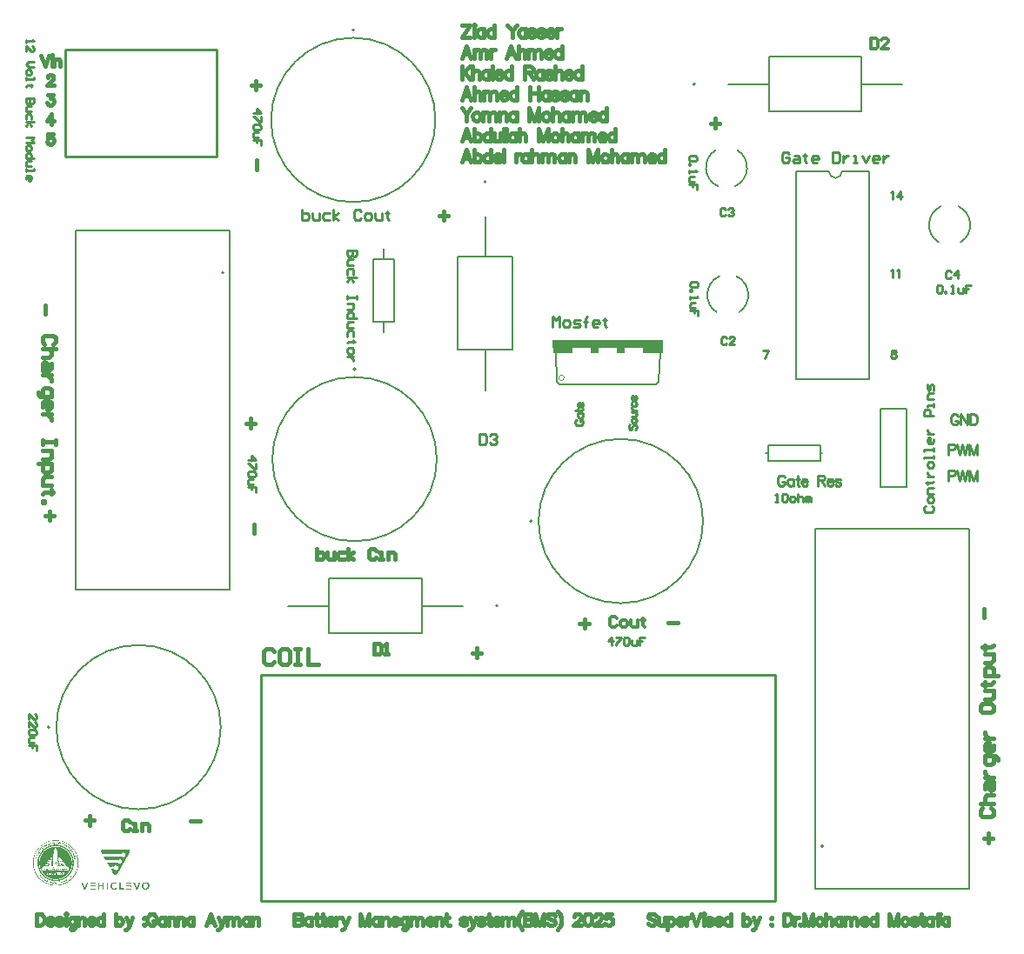
<source format=gto>
G04*
G04 #@! TF.GenerationSoftware,Altium Limited,Altium Designer,22.5.1 (42)*
G04*
G04 Layer_Color=65535*
%FSLAX44Y44*%
%MOMM*%
G71*
G04*
G04 #@! TF.SameCoordinates,9AAE9822-52E9-4CA5-9BA1-C6C8D3A4EDC0*
G04*
G04*
G04 #@! TF.FilePolarity,Positive*
G04*
G01*
G75*
%ADD10C,0.2000*%
%ADD11C,0.1270*%
%ADD12C,0.0000*%
%ADD13C,0.2540*%
%ADD14C,0.1524*%
%ADD15C,0.3810*%
%ADD16C,0.3048*%
G36*
X623570Y429253D02*
Y424171D01*
X604543D01*
Y429253D01*
X586740D01*
Y424171D01*
X579126D01*
Y429253D01*
X561340D01*
Y424164D01*
X553699D01*
Y429253D01*
X535940D01*
Y424178D01*
X516883D01*
Y429253D01*
X516840D01*
Y436880D01*
X623570D01*
Y429253D01*
D02*
G37*
G36*
X103471Y-59695D02*
X104690D01*
Y-60102D01*
Y-60508D01*
X105096D01*
Y-60914D01*
Y-61320D01*
Y-61726D01*
Y-62133D01*
X104690D01*
Y-62539D01*
Y-62945D01*
Y-63351D01*
X104284D01*
Y-63757D01*
X103877D01*
Y-64163D01*
Y-64570D01*
X103471D01*
Y-64976D01*
Y-65382D01*
X103065D01*
Y-65788D01*
Y-66194D01*
X102659D01*
Y-66600D01*
Y-67007D01*
X102253D01*
Y-67413D01*
X101847D01*
Y-67819D01*
Y-68225D01*
X101440D01*
Y-68631D01*
X101034D01*
Y-69038D01*
Y-69444D01*
X100628D01*
Y-69850D01*
Y-70256D01*
X100222D01*
Y-70662D01*
Y-71069D01*
X99816D01*
Y-71475D01*
Y-71881D01*
X99409D01*
Y-72287D01*
Y-72693D01*
X99003D01*
Y-73099D01*
X98597D01*
Y-73506D01*
Y-73912D01*
X98191D01*
Y-74318D01*
X97785D01*
Y-74724D01*
Y-75130D01*
X97379D01*
Y-75537D01*
Y-75943D01*
X96972D01*
Y-76349D01*
Y-76755D01*
X96566D01*
Y-77161D01*
Y-77568D01*
X96160D01*
Y-77974D01*
Y-78380D01*
X95754D01*
Y-78786D01*
X95347D01*
Y-79192D01*
Y-79598D01*
X94941D01*
Y-80005D01*
Y-80411D01*
X94535D01*
Y-80817D01*
X94129D01*
Y-81223D01*
Y-81629D01*
X93723D01*
Y-82036D01*
Y-82442D01*
X93317D01*
Y-82848D01*
Y-83254D01*
X92910D01*
Y-83660D01*
X92504D01*
Y-84066D01*
X92098D01*
Y-84473D01*
X90473D01*
Y-84066D01*
X89661D01*
Y-83660D01*
Y-83254D01*
X89255D01*
Y-82848D01*
Y-82442D01*
X88849D01*
Y-82036D01*
X88442D01*
Y-81629D01*
Y-81223D01*
X88036D01*
Y-80817D01*
Y-80411D01*
X87630D01*
Y-80005D01*
X87224D01*
Y-79598D01*
Y-79192D01*
X86818D01*
Y-78786D01*
X87224D01*
Y-78380D01*
X88036D01*
Y-78786D01*
X88442D01*
Y-78380D01*
X89661D01*
Y-78786D01*
X90067D01*
Y-79192D01*
X91286D01*
Y-79598D01*
X92504D01*
Y-79192D01*
X93317D01*
Y-78786D01*
X93723D01*
Y-78380D01*
Y-77974D01*
Y-77568D01*
X94129D01*
Y-77161D01*
Y-76755D01*
X93723D01*
Y-76349D01*
Y-75943D01*
X93317D01*
Y-75537D01*
X92504D01*
Y-75130D01*
X90473D01*
Y-75537D01*
X90067D01*
Y-75943D01*
X89661D01*
Y-76349D01*
X88849D01*
Y-75943D01*
X88442D01*
Y-76349D01*
X85599D01*
Y-75943D01*
X85193D01*
Y-75537D01*
X84787D01*
Y-75130D01*
Y-74724D01*
X84381D01*
Y-74318D01*
X83974D01*
Y-73912D01*
Y-73506D01*
X83568D01*
Y-73099D01*
X83162D01*
Y-72693D01*
Y-72287D01*
X93723D01*
Y-72693D01*
X94129D01*
Y-73099D01*
X94941D01*
Y-73506D01*
X95347D01*
Y-73099D01*
X96566D01*
Y-72693D01*
X96972D01*
Y-72287D01*
X97379D01*
Y-71881D01*
Y-71475D01*
Y-71069D01*
Y-70662D01*
Y-70256D01*
Y-69850D01*
X96972D01*
Y-69444D01*
X96160D01*
Y-69038D01*
X94535D01*
Y-69444D01*
X93723D01*
Y-69850D01*
X81537D01*
Y-69444D01*
X81131D01*
Y-69038D01*
Y-68631D01*
X80725D01*
Y-68225D01*
Y-67819D01*
X80319D01*
Y-67413D01*
X79913D01*
Y-67007D01*
Y-66600D01*
X79506D01*
Y-66194D01*
X97379D01*
Y-66600D01*
X97785D01*
Y-67007D01*
X99816D01*
Y-66600D01*
X100222D01*
Y-66194D01*
X100628D01*
Y-65788D01*
X101034D01*
Y-65382D01*
Y-64976D01*
Y-64570D01*
Y-64163D01*
Y-63757D01*
Y-63351D01*
X100222D01*
Y-62945D01*
X99409D01*
Y-62539D01*
X98191D01*
Y-62945D01*
X97379D01*
Y-63351D01*
X96972D01*
Y-63757D01*
X78288D01*
Y-63351D01*
X77881D01*
Y-62945D01*
X77475D01*
Y-62539D01*
Y-62133D01*
X77069D01*
Y-61726D01*
Y-61320D01*
Y-60914D01*
Y-60508D01*
X77475D01*
Y-60102D01*
Y-59695D01*
X79100D01*
Y-59289D01*
X103471D01*
Y-59695D01*
D02*
G37*
G36*
X106721Y-91784D02*
X107127D01*
Y-92190D01*
X106721D01*
Y-92596D01*
X101847D01*
Y-92190D01*
Y-91784D01*
X102253D01*
Y-91378D01*
X106721D01*
Y-91784D01*
D02*
G37*
G36*
X71789D02*
Y-92190D01*
Y-92596D01*
X66915D01*
Y-92190D01*
X66508D01*
Y-91784D01*
X66915D01*
Y-91378D01*
X71789D01*
Y-91784D01*
D02*
G37*
G36*
X91286D02*
X92098D01*
Y-92190D01*
X92504D01*
Y-92596D01*
Y-93003D01*
X90879D01*
Y-92596D01*
X88849D01*
Y-93003D01*
X88442D01*
Y-93409D01*
X88036D01*
Y-93815D01*
Y-94221D01*
X87630D01*
Y-94627D01*
Y-95034D01*
Y-95440D01*
Y-95846D01*
X88036D01*
Y-96252D01*
Y-96658D01*
X88442D01*
Y-97064D01*
X89255D01*
Y-97471D01*
X90473D01*
Y-97064D01*
X91692D01*
Y-96658D01*
X92504D01*
Y-97064D01*
Y-97471D01*
Y-97877D01*
X92098D01*
Y-98283D01*
X91286D01*
Y-98689D01*
X89661D01*
Y-98283D01*
X89255D01*
Y-98689D01*
X88442D01*
Y-98283D01*
X88036D01*
Y-97877D01*
X87630D01*
Y-97471D01*
X87224D01*
Y-97064D01*
X86818D01*
Y-96658D01*
X86411D01*
Y-96252D01*
Y-95846D01*
Y-95440D01*
Y-95034D01*
Y-94627D01*
Y-94221D01*
Y-93815D01*
Y-93409D01*
X86818D01*
Y-93003D01*
X87224D01*
Y-92596D01*
Y-92190D01*
X87630D01*
Y-91784D01*
X88849D01*
Y-91378D01*
X91286D01*
Y-91784D01*
D02*
G37*
G36*
X79913D02*
Y-92190D01*
Y-92596D01*
Y-93003D01*
Y-93409D01*
Y-93815D01*
Y-94221D01*
Y-94627D01*
Y-95034D01*
Y-95440D01*
Y-95846D01*
Y-96252D01*
Y-96658D01*
Y-97064D01*
Y-97471D01*
Y-97877D01*
Y-98283D01*
Y-98689D01*
X79100D01*
Y-98283D01*
X78694D01*
Y-97877D01*
Y-97471D01*
Y-97064D01*
Y-96658D01*
Y-96252D01*
Y-95846D01*
Y-95440D01*
X75444D01*
Y-95846D01*
Y-96252D01*
Y-96658D01*
Y-97064D01*
Y-97471D01*
Y-97877D01*
Y-98283D01*
X75038D01*
Y-98689D01*
X74632D01*
Y-98283D01*
X74226D01*
Y-97877D01*
Y-97471D01*
Y-97064D01*
Y-96658D01*
Y-96252D01*
Y-95846D01*
Y-95440D01*
Y-95034D01*
Y-94627D01*
Y-94221D01*
Y-93815D01*
Y-93409D01*
Y-93003D01*
Y-92596D01*
Y-92190D01*
Y-91784D01*
X74632D01*
Y-91378D01*
X75038D01*
Y-91784D01*
X75444D01*
Y-92190D01*
Y-92596D01*
Y-93003D01*
Y-93409D01*
Y-93815D01*
Y-94221D01*
X78694D01*
Y-93815D01*
Y-93409D01*
Y-93003D01*
Y-92596D01*
Y-92190D01*
Y-91784D01*
X79100D01*
Y-91378D01*
X79913D01*
Y-91784D01*
D02*
G37*
G36*
X36036Y-50736D02*
X37243D01*
Y-50937D01*
X38248D01*
Y-51138D01*
X39053D01*
Y-51339D01*
X39656D01*
Y-51540D01*
X40259D01*
Y-51741D01*
X40862D01*
Y-51943D01*
X41265D01*
Y-52144D01*
X41868D01*
Y-52345D01*
X42270D01*
Y-52546D01*
X42672D01*
Y-52747D01*
X43275D01*
Y-52948D01*
X43477D01*
Y-53149D01*
X43879D01*
Y-53350D01*
X44281D01*
Y-53551D01*
X44683D01*
Y-53752D01*
X44884D01*
Y-53953D01*
X45286D01*
Y-54155D01*
X45487D01*
Y-54356D01*
X45689D01*
Y-54557D01*
X46091D01*
Y-54758D01*
X46292D01*
Y-54959D01*
X46694D01*
Y-55160D01*
X46895D01*
Y-55361D01*
X47096D01*
Y-55562D01*
X47297D01*
Y-55763D01*
X47498D01*
Y-55964D01*
X47901D01*
Y-56165D01*
X48102D01*
Y-56367D01*
X48303D01*
Y-56568D01*
X48504D01*
Y-56769D01*
X48705D01*
Y-56970D01*
X48906D01*
Y-57171D01*
X49107D01*
Y-57372D01*
X49308D01*
Y-57573D01*
X49509D01*
Y-57774D01*
X49710D01*
Y-57975D01*
X49911D01*
Y-58176D01*
X50112D01*
Y-58377D01*
Y-58578D01*
X50314D01*
Y-58780D01*
X50515D01*
Y-58981D01*
X50716D01*
Y-59182D01*
X50917D01*
Y-59383D01*
Y-59584D01*
X51118D01*
Y-59785D01*
X51319D01*
Y-59986D01*
X51520D01*
Y-60187D01*
Y-60388D01*
X51721D01*
Y-60589D01*
X51922D01*
Y-60790D01*
Y-60992D01*
X52123D01*
Y-61193D01*
Y-61394D01*
X52324D01*
Y-61595D01*
Y-61796D01*
X52526D01*
Y-61997D01*
Y-62198D01*
X52727D01*
Y-62399D01*
X52928D01*
Y-62600D01*
Y-62801D01*
X53129D01*
Y-63002D01*
Y-63204D01*
X53330D01*
Y-63404D01*
Y-63606D01*
X53531D01*
Y-63807D01*
Y-64008D01*
Y-64209D01*
X53732D01*
Y-64410D01*
Y-64611D01*
X53933D01*
Y-64812D01*
Y-65013D01*
Y-65214D01*
X54134D01*
Y-65415D01*
Y-65616D01*
Y-65818D01*
X54335D01*
Y-66019D01*
Y-66220D01*
Y-66421D01*
X54536D01*
Y-66622D01*
Y-66823D01*
Y-67024D01*
Y-67225D01*
X54737D01*
Y-67426D01*
Y-67627D01*
Y-67828D01*
Y-68030D01*
Y-68231D01*
X54939D01*
Y-68432D01*
Y-68633D01*
Y-68834D01*
Y-69035D01*
Y-69236D01*
Y-69437D01*
X55140D01*
Y-69638D01*
Y-69839D01*
Y-70040D01*
Y-70241D01*
Y-70443D01*
Y-70644D01*
Y-70845D01*
Y-71046D01*
Y-71247D01*
Y-71448D01*
Y-71649D01*
Y-71850D01*
Y-72051D01*
Y-72252D01*
Y-72453D01*
Y-72655D01*
Y-72856D01*
Y-73057D01*
Y-73258D01*
Y-73459D01*
Y-73660D01*
Y-73861D01*
Y-74062D01*
Y-74263D01*
Y-74464D01*
Y-74665D01*
Y-74866D01*
Y-75068D01*
Y-75269D01*
Y-75470D01*
X54939D01*
Y-75671D01*
Y-75872D01*
Y-76073D01*
Y-76274D01*
Y-76475D01*
Y-76676D01*
Y-76877D01*
X54737D01*
Y-77078D01*
Y-77280D01*
Y-77481D01*
Y-77682D01*
X54536D01*
Y-77883D01*
Y-78084D01*
Y-78285D01*
Y-78486D01*
X54335D01*
Y-78687D01*
Y-78888D01*
Y-79089D01*
X54134D01*
Y-79290D01*
Y-79492D01*
Y-79693D01*
X53933D01*
Y-79894D01*
Y-80095D01*
Y-80296D01*
X53732D01*
Y-80497D01*
Y-80698D01*
Y-80899D01*
X53531D01*
Y-81100D01*
Y-81301D01*
X53330D01*
Y-81502D01*
Y-81704D01*
X53129D01*
Y-81905D01*
Y-82106D01*
X52928D01*
Y-82307D01*
Y-82508D01*
X52727D01*
Y-82709D01*
Y-82910D01*
X52526D01*
Y-83111D01*
Y-83312D01*
X52324D01*
Y-83513D01*
Y-83714D01*
X52123D01*
Y-83916D01*
X51922D01*
Y-84116D01*
Y-84318D01*
X51721D01*
Y-84519D01*
X51520D01*
Y-84720D01*
Y-84921D01*
X51319D01*
Y-85122D01*
X51118D01*
Y-85323D01*
Y-85524D01*
X50917D01*
Y-85725D01*
X50716D01*
Y-85926D01*
X50515D01*
Y-86127D01*
Y-86328D01*
X50314D01*
Y-86530D01*
X50112D01*
Y-86731D01*
X49911D01*
Y-86932D01*
X49710D01*
Y-87133D01*
X49509D01*
Y-87334D01*
Y-87535D01*
X49308D01*
Y-87736D01*
X48906D01*
Y-87937D01*
Y-88138D01*
X48504D01*
Y-88339D01*
Y-88540D01*
X48303D01*
Y-88742D01*
X47901D01*
Y-88943D01*
X47699D01*
Y-89144D01*
X47498D01*
Y-89345D01*
X47297D01*
Y-89546D01*
X47096D01*
Y-89747D01*
X46694D01*
Y-89948D01*
X46493D01*
Y-90149D01*
X46292D01*
Y-90350D01*
X45890D01*
Y-90551D01*
X45689D01*
Y-90752D01*
X45286D01*
Y-90954D01*
X45085D01*
Y-91155D01*
X44683D01*
Y-91356D01*
X44482D01*
Y-91557D01*
X44080D01*
Y-91758D01*
X43678D01*
Y-91959D01*
X43275D01*
Y-92160D01*
X42873D01*
Y-92361D01*
X42471D01*
Y-92562D01*
X42069D01*
Y-92763D01*
X41667D01*
Y-92964D01*
X41063D01*
Y-93166D01*
X40460D01*
Y-93367D01*
X40058D01*
Y-93568D01*
X39254D01*
Y-93769D01*
X38650D01*
Y-93970D01*
X37645D01*
Y-94171D01*
X36439D01*
Y-94372D01*
X34629D01*
Y-94573D01*
X31411D01*
Y-94372D01*
X29602D01*
Y-94171D01*
X28395D01*
Y-93970D01*
X27390D01*
Y-93769D01*
X26585D01*
Y-93568D01*
X26183D01*
Y-93367D01*
X25580D01*
Y-93166D01*
X24976D01*
Y-92964D01*
X24574D01*
Y-92763D01*
X23971D01*
Y-92562D01*
X23569D01*
Y-92361D01*
X23167D01*
Y-92160D01*
X22764D01*
Y-91959D01*
X22362D01*
Y-91758D01*
X21960D01*
Y-91557D01*
X21558D01*
Y-91356D01*
X21357D01*
Y-91155D01*
X20955D01*
Y-90954D01*
X20754D01*
Y-90752D01*
X20352D01*
Y-90551D01*
X20150D01*
Y-90350D01*
X19748D01*
Y-90149D01*
X19547D01*
Y-89948D01*
X19346D01*
Y-89747D01*
X19145D01*
Y-89546D01*
X18743D01*
Y-89345D01*
X18542D01*
Y-89144D01*
X18341D01*
Y-88943D01*
X18139D01*
Y-88742D01*
X17938D01*
Y-88540D01*
X17536D01*
Y-88339D01*
X17335D01*
Y-88138D01*
Y-87937D01*
X17134D01*
Y-87736D01*
X16732D01*
Y-87535D01*
X16531D01*
Y-87334D01*
Y-87133D01*
X16330D01*
Y-86932D01*
X16129D01*
Y-86731D01*
X15928D01*
Y-86530D01*
X15726D01*
Y-86328D01*
X15525D01*
Y-86127D01*
Y-85926D01*
X15324D01*
Y-85725D01*
X15123D01*
Y-85524D01*
X14922D01*
Y-85323D01*
Y-85122D01*
X14721D01*
Y-84921D01*
X14520D01*
Y-84720D01*
Y-84519D01*
X14319D01*
Y-84318D01*
X14118D01*
Y-84116D01*
Y-83916D01*
X13917D01*
Y-83714D01*
X13716D01*
Y-83513D01*
Y-83312D01*
X13514D01*
Y-83111D01*
Y-82910D01*
X13313D01*
Y-82709D01*
Y-82508D01*
X13112D01*
Y-82307D01*
Y-82106D01*
X12911D01*
Y-81905D01*
Y-81704D01*
X12710D01*
Y-81502D01*
Y-81301D01*
X12509D01*
Y-81100D01*
Y-80899D01*
Y-80698D01*
X12308D01*
Y-80497D01*
Y-80296D01*
X12107D01*
Y-80095D01*
Y-79894D01*
Y-79693D01*
X11906D01*
Y-79492D01*
Y-79290D01*
Y-79089D01*
X11705D01*
Y-78888D01*
Y-78687D01*
Y-78486D01*
X11504D01*
Y-78285D01*
Y-78084D01*
Y-77883D01*
Y-77682D01*
X11302D01*
Y-77481D01*
Y-77280D01*
Y-77078D01*
Y-76877D01*
Y-76676D01*
X11101D01*
Y-76475D01*
Y-76274D01*
Y-76073D01*
Y-75872D01*
Y-75671D01*
Y-75470D01*
X10900D01*
Y-75269D01*
Y-75068D01*
Y-74866D01*
Y-74665D01*
Y-74464D01*
Y-74263D01*
Y-74062D01*
Y-73861D01*
Y-73660D01*
Y-73459D01*
Y-73258D01*
Y-73057D01*
Y-72856D01*
Y-72655D01*
Y-72453D01*
Y-72252D01*
Y-72051D01*
Y-71850D01*
Y-71649D01*
Y-71448D01*
Y-71247D01*
Y-71046D01*
Y-70845D01*
Y-70644D01*
Y-70443D01*
Y-70241D01*
Y-70040D01*
Y-69839D01*
Y-69638D01*
Y-69437D01*
X11101D01*
Y-69236D01*
Y-69035D01*
Y-68834D01*
Y-68633D01*
Y-68432D01*
X11302D01*
Y-68231D01*
Y-68030D01*
Y-67828D01*
Y-67627D01*
Y-67426D01*
X11504D01*
Y-67225D01*
Y-67024D01*
Y-66823D01*
Y-66622D01*
Y-66421D01*
X11705D01*
Y-66220D01*
Y-66019D01*
Y-65818D01*
X11906D01*
Y-65616D01*
Y-65415D01*
Y-65214D01*
X12107D01*
Y-65013D01*
Y-64812D01*
Y-64611D01*
X12308D01*
Y-64410D01*
Y-64209D01*
X12509D01*
Y-64008D01*
Y-63807D01*
X12710D01*
Y-63606D01*
Y-63404D01*
Y-63204D01*
X12911D01*
Y-63002D01*
Y-62801D01*
X13112D01*
Y-62600D01*
Y-62399D01*
X13313D01*
Y-62198D01*
X13514D01*
Y-61997D01*
Y-61796D01*
Y-61595D01*
X13716D01*
Y-61394D01*
X13917D01*
Y-61193D01*
Y-60992D01*
X14118D01*
Y-60790D01*
X14319D01*
Y-60589D01*
Y-60388D01*
X14520D01*
Y-60187D01*
X14721D01*
Y-59986D01*
Y-59785D01*
X14922D01*
Y-59584D01*
X15123D01*
Y-59383D01*
Y-59182D01*
X15324D01*
Y-58981D01*
X15525D01*
Y-58780D01*
X15726D01*
Y-58578D01*
X15928D01*
Y-58377D01*
X16129D01*
Y-58176D01*
Y-57975D01*
X16330D01*
Y-57774D01*
X16531D01*
Y-57573D01*
X16732D01*
Y-57372D01*
X16933D01*
Y-57171D01*
X17134D01*
Y-56970D01*
X17335D01*
Y-56769D01*
X17536D01*
Y-56568D01*
X17737D01*
Y-56367D01*
X17938D01*
Y-56165D01*
X18139D01*
Y-55964D01*
X18341D01*
Y-55763D01*
X18743D01*
Y-55562D01*
X18944D01*
Y-55361D01*
X19145D01*
Y-55160D01*
X19346D01*
Y-54959D01*
X19748D01*
Y-54758D01*
X19949D01*
Y-54557D01*
X20150D01*
Y-54356D01*
X20553D01*
Y-54155D01*
X20754D01*
Y-53953D01*
X21156D01*
Y-53752D01*
X21357D01*
Y-53551D01*
X21759D01*
Y-53350D01*
X22161D01*
Y-53149D01*
X22563D01*
Y-52948D01*
X22764D01*
Y-52747D01*
X23368D01*
Y-52546D01*
X23770D01*
Y-52345D01*
X24172D01*
Y-52144D01*
X24574D01*
Y-51943D01*
X25178D01*
Y-51741D01*
X25781D01*
Y-51540D01*
X26384D01*
Y-51339D01*
X26987D01*
Y-51138D01*
X27792D01*
Y-50937D01*
X28797D01*
Y-50736D01*
X30004D01*
Y-50535D01*
X36036D01*
Y-50736D01*
D02*
G37*
G36*
X106721Y-95034D02*
Y-95440D01*
X106314D01*
Y-95846D01*
X105908D01*
Y-95440D01*
X101847D01*
Y-95034D01*
Y-94627D01*
X106721D01*
Y-95034D01*
D02*
G37*
G36*
X71789D02*
Y-95440D01*
X71383D01*
Y-95846D01*
X70976D01*
Y-95440D01*
X66508D01*
Y-95034D01*
Y-94627D01*
X71789D01*
Y-95034D01*
D02*
G37*
G36*
X114844Y-91784D02*
X115251D01*
Y-92190D01*
Y-92596D01*
Y-93003D01*
X114844D01*
Y-93409D01*
Y-93815D01*
X114438D01*
Y-94221D01*
Y-94627D01*
X114032D01*
Y-95034D01*
Y-95440D01*
Y-95846D01*
X113626D01*
Y-96252D01*
Y-96658D01*
X113220D01*
Y-97064D01*
Y-97471D01*
X112814D01*
Y-97877D01*
Y-98283D01*
X112407D01*
Y-98689D01*
X111595D01*
Y-98283D01*
X111189D01*
Y-97877D01*
Y-97471D01*
X110783D01*
Y-97064D01*
Y-96658D01*
Y-96252D01*
X110376D01*
Y-95846D01*
Y-95440D01*
X109970D01*
Y-95034D01*
Y-94627D01*
X109564D01*
Y-94221D01*
Y-93815D01*
Y-93409D01*
X109158D01*
Y-93003D01*
Y-92596D01*
X108752D01*
Y-92190D01*
Y-91784D01*
X109158D01*
Y-91378D01*
X109970D01*
Y-91784D01*
Y-92190D01*
X110376D01*
Y-92596D01*
Y-93003D01*
X110783D01*
Y-93409D01*
Y-93815D01*
Y-94221D01*
X111189D01*
Y-94627D01*
Y-95034D01*
X111595D01*
Y-95440D01*
Y-95846D01*
Y-96252D01*
X112407D01*
Y-95846D01*
Y-95440D01*
X112814D01*
Y-95034D01*
Y-94627D01*
X113220D01*
Y-94221D01*
Y-93815D01*
Y-93409D01*
X113626D01*
Y-93003D01*
Y-92596D01*
Y-92190D01*
X114032D01*
Y-91784D01*
X114438D01*
Y-91378D01*
X114844D01*
Y-91784D01*
D02*
G37*
G36*
X64477D02*
Y-92190D01*
Y-92596D01*
Y-93003D01*
X64071D01*
Y-93409D01*
Y-93815D01*
X63665D01*
Y-94221D01*
Y-94627D01*
Y-95034D01*
X63259D01*
Y-95440D01*
Y-95846D01*
X62853D01*
Y-96252D01*
Y-96658D01*
Y-97064D01*
X62446D01*
Y-97471D01*
Y-97877D01*
X62040D01*
Y-98283D01*
Y-98689D01*
X61228D01*
Y-98283D01*
X60416D01*
Y-97877D01*
Y-97471D01*
Y-97064D01*
X60009D01*
Y-96658D01*
Y-96252D01*
X59603D01*
Y-95846D01*
Y-95440D01*
X59197D01*
Y-95034D01*
Y-94627D01*
Y-94221D01*
X58791D01*
Y-93815D01*
Y-93409D01*
X58385D01*
Y-93003D01*
Y-92596D01*
Y-92190D01*
Y-91784D01*
Y-91378D01*
X59197D01*
Y-91784D01*
Y-92190D01*
X59603D01*
Y-92596D01*
X60009D01*
Y-93003D01*
Y-93409D01*
Y-93815D01*
X60416D01*
Y-94221D01*
Y-94627D01*
Y-95034D01*
X60822D01*
Y-95440D01*
Y-95846D01*
Y-96252D01*
X61634D01*
Y-95846D01*
Y-95440D01*
X62040D01*
Y-95034D01*
Y-94627D01*
X62446D01*
Y-94221D01*
Y-93815D01*
X62853D01*
Y-93409D01*
Y-93003D01*
Y-92596D01*
X63259D01*
Y-92190D01*
Y-91784D01*
X63665D01*
Y-91378D01*
X64477D01*
Y-91784D01*
D02*
G37*
G36*
X122156D02*
X122562D01*
Y-92190D01*
X123374D01*
Y-92596D01*
Y-93003D01*
X123780D01*
Y-93409D01*
Y-93815D01*
X124187D01*
Y-94221D01*
Y-94627D01*
Y-95034D01*
Y-95440D01*
Y-95846D01*
X123780D01*
Y-96252D01*
Y-96658D01*
Y-97064D01*
X123374D01*
Y-97471D01*
X122968D01*
Y-97877D01*
X122156D01*
Y-98283D01*
X121343D01*
Y-98689D01*
X119719D01*
Y-98283D01*
X118500D01*
Y-97877D01*
X118094D01*
Y-97471D01*
X117688D01*
Y-97064D01*
X117282D01*
Y-96658D01*
X116875D01*
Y-96252D01*
Y-95846D01*
Y-95440D01*
Y-95034D01*
Y-94627D01*
Y-94221D01*
Y-93815D01*
X117282D01*
Y-93409D01*
Y-93003D01*
X117688D01*
Y-92596D01*
Y-92190D01*
X118500D01*
Y-91784D01*
X118906D01*
Y-91378D01*
X122156D01*
Y-91784D01*
D02*
G37*
G36*
X106721Y-97877D02*
Y-98283D01*
Y-98689D01*
X102253D01*
Y-98283D01*
X101847D01*
Y-97877D01*
Y-97471D01*
X106721D01*
Y-97877D01*
D02*
G37*
G36*
X96160Y-91784D02*
Y-92190D01*
Y-92596D01*
Y-93003D01*
Y-93409D01*
Y-93815D01*
Y-94221D01*
Y-94627D01*
Y-95034D01*
Y-95440D01*
Y-95846D01*
Y-96252D01*
Y-96658D01*
Y-97064D01*
X99409D01*
Y-97471D01*
X99816D01*
Y-97877D01*
Y-98283D01*
X99409D01*
Y-98689D01*
X95347D01*
Y-98283D01*
X94941D01*
Y-97877D01*
Y-97471D01*
Y-97064D01*
Y-96658D01*
Y-96252D01*
Y-95846D01*
Y-95440D01*
Y-95034D01*
Y-94627D01*
Y-94221D01*
Y-93815D01*
Y-93409D01*
Y-93003D01*
Y-92596D01*
Y-92190D01*
Y-91784D01*
Y-91378D01*
X96160D01*
Y-91784D01*
D02*
G37*
G36*
X83568D02*
X83974D01*
Y-92190D01*
Y-92596D01*
Y-93003D01*
Y-93409D01*
Y-93815D01*
Y-94221D01*
Y-94627D01*
Y-95034D01*
Y-95440D01*
Y-95846D01*
Y-96252D01*
Y-96658D01*
Y-97064D01*
Y-97471D01*
Y-97877D01*
Y-98283D01*
X83568D01*
Y-98689D01*
X83162D01*
Y-98283D01*
X82756D01*
Y-97877D01*
Y-97471D01*
Y-97064D01*
Y-96658D01*
Y-96252D01*
Y-95846D01*
Y-95440D01*
Y-95034D01*
Y-94627D01*
Y-94221D01*
Y-93815D01*
Y-93409D01*
Y-93003D01*
Y-92596D01*
Y-92190D01*
Y-91784D01*
Y-91378D01*
X83568D01*
Y-91784D01*
D02*
G37*
G36*
X71789Y-97877D02*
Y-98283D01*
Y-98689D01*
X66915D01*
Y-98283D01*
Y-97877D01*
Y-97471D01*
X71789D01*
Y-97877D01*
D02*
G37*
%LPC*%
G36*
X34629Y-50736D02*
X31210D01*
Y-50937D01*
X29602D01*
Y-51138D01*
X28596D01*
Y-51339D01*
X27792D01*
Y-51540D01*
X26987D01*
Y-51741D01*
X26183D01*
Y-51943D01*
X25580D01*
Y-52144D01*
X25178D01*
Y-52345D01*
X24574D01*
Y-52546D01*
X24172D01*
Y-52747D01*
X23770D01*
Y-52948D01*
X23368D01*
Y-53149D01*
X22966D01*
Y-53350D01*
X22563D01*
Y-53551D01*
X22161D01*
Y-53752D01*
X21759D01*
Y-53953D01*
X21558D01*
Y-54155D01*
X21357D01*
Y-54356D01*
X20955D01*
Y-54557D01*
X20553D01*
Y-54758D01*
X20352D01*
Y-54959D01*
X20150D01*
Y-55160D01*
X19748D01*
Y-55361D01*
X19547D01*
Y-55562D01*
X19346D01*
Y-55763D01*
X19145D01*
Y-55964D01*
X18944D01*
Y-56165D01*
X18542D01*
Y-56367D01*
X18341D01*
Y-56568D01*
X18139D01*
Y-56769D01*
X17938D01*
Y-56970D01*
X17737D01*
Y-57171D01*
X17536D01*
Y-57372D01*
X17335D01*
Y-57573D01*
X17134D01*
Y-57774D01*
X16933D01*
Y-57975D01*
X16732D01*
Y-58176D01*
X16531D01*
Y-58377D01*
Y-58578D01*
X16330D01*
Y-58780D01*
X16129D01*
Y-58981D01*
X15928D01*
Y-59182D01*
X15726D01*
Y-59383D01*
Y-59584D01*
X15525D01*
Y-59785D01*
X15324D01*
Y-59986D01*
Y-60187D01*
X15123D01*
Y-60388D01*
X14922D01*
Y-60589D01*
Y-60790D01*
X14721D01*
Y-60992D01*
X14520D01*
Y-61193D01*
Y-61394D01*
X14319D01*
Y-61595D01*
X14118D01*
Y-61796D01*
Y-61997D01*
Y-62198D01*
X13917D01*
Y-62399D01*
X13716D01*
Y-62600D01*
Y-62801D01*
X13514D01*
Y-63002D01*
Y-63204D01*
X13313D01*
Y-63404D01*
Y-63606D01*
Y-63807D01*
X13112D01*
Y-64008D01*
Y-64209D01*
X12911D01*
Y-64410D01*
Y-64611D01*
Y-64812D01*
X12710D01*
Y-65013D01*
Y-65214D01*
X12509D01*
Y-65415D01*
Y-65616D01*
Y-65818D01*
X12308D01*
Y-66019D01*
Y-66220D01*
Y-66421D01*
X12107D01*
Y-66622D01*
Y-66823D01*
Y-67024D01*
Y-67225D01*
X11906D01*
Y-67426D01*
Y-67627D01*
Y-67828D01*
Y-68030D01*
Y-68231D01*
X11705D01*
Y-68432D01*
Y-68633D01*
Y-68834D01*
Y-69035D01*
Y-69236D01*
Y-69437D01*
X11504D01*
Y-69638D01*
Y-69839D01*
Y-70040D01*
Y-70241D01*
Y-70443D01*
Y-70644D01*
Y-70845D01*
Y-71046D01*
Y-71247D01*
Y-71448D01*
Y-71649D01*
Y-71850D01*
Y-72051D01*
Y-72252D01*
Y-72453D01*
Y-72655D01*
Y-72856D01*
Y-73057D01*
Y-73258D01*
Y-73459D01*
Y-73660D01*
Y-73861D01*
Y-74062D01*
Y-74263D01*
Y-74464D01*
Y-74665D01*
Y-74866D01*
Y-75068D01*
Y-75269D01*
X11705D01*
Y-75470D01*
Y-75671D01*
Y-75872D01*
Y-76073D01*
Y-76274D01*
Y-76475D01*
X11906D01*
Y-76676D01*
Y-76877D01*
Y-77078D01*
Y-77280D01*
Y-77481D01*
X12107D01*
Y-77682D01*
Y-77883D01*
Y-78084D01*
Y-78285D01*
X12308D01*
Y-78486D01*
Y-78687D01*
Y-78888D01*
Y-79089D01*
X12509D01*
Y-79290D01*
Y-79492D01*
X12710D01*
Y-79693D01*
Y-79894D01*
Y-80095D01*
X12911D01*
Y-80296D01*
Y-80497D01*
X13112D01*
Y-80698D01*
Y-80899D01*
Y-81100D01*
X13313D01*
Y-81301D01*
Y-81502D01*
X13514D01*
Y-81704D01*
Y-81905D01*
X13716D01*
Y-82106D01*
Y-82307D01*
X13917D01*
Y-82508D01*
Y-82709D01*
X14118D01*
Y-82910D01*
Y-83111D01*
X14319D01*
Y-83312D01*
Y-83513D01*
X14520D01*
Y-83714D01*
X14721D01*
Y-83916D01*
Y-84116D01*
X14922D01*
Y-84318D01*
Y-84519D01*
X15123D01*
Y-84720D01*
X15324D01*
Y-84921D01*
X15525D01*
Y-85122D01*
Y-85323D01*
X15726D01*
Y-85524D01*
X15928D01*
Y-85725D01*
X16129D01*
Y-85926D01*
X16330D01*
Y-86127D01*
Y-86328D01*
X16531D01*
Y-86530D01*
X16732D01*
Y-86731D01*
X16933D01*
Y-86932D01*
X17134D01*
Y-87133D01*
X17335D01*
Y-87334D01*
Y-87535D01*
X17737D01*
Y-87736D01*
X17938D01*
Y-87937D01*
X18139D01*
Y-88138D01*
Y-88339D01*
X18542D01*
Y-88540D01*
X18743D01*
Y-88742D01*
X18944D01*
Y-88943D01*
X19145D01*
Y-89144D01*
X19346D01*
Y-89345D01*
X19547D01*
Y-89546D01*
X19949D01*
Y-89747D01*
X20150D01*
Y-89948D01*
X20352D01*
Y-90149D01*
X20754D01*
Y-90350D01*
X20955D01*
Y-90551D01*
X21357D01*
Y-90752D01*
X21558D01*
Y-90954D01*
X21960D01*
Y-91155D01*
X22362D01*
Y-91356D01*
X22764D01*
Y-91557D01*
X23167D01*
Y-91758D01*
X23368D01*
Y-91959D01*
X23770D01*
Y-92160D01*
X24373D01*
Y-92361D01*
X24775D01*
Y-92562D01*
X25379D01*
Y-92763D01*
X25781D01*
Y-92964D01*
X26384D01*
Y-93166D01*
X26987D01*
Y-93367D01*
X27993D01*
Y-93568D01*
X28797D01*
Y-93769D01*
X30205D01*
Y-93970D01*
X32417D01*
Y-94171D01*
X33020D01*
Y-93970D01*
X35835D01*
Y-93769D01*
X37042D01*
Y-93568D01*
X38047D01*
Y-93367D01*
X38851D01*
Y-93166D01*
X39455D01*
Y-92964D01*
X40058D01*
Y-92763D01*
X40661D01*
Y-92562D01*
X41063D01*
Y-92361D01*
X41667D01*
Y-92160D01*
X42069D01*
Y-91959D01*
X42471D01*
Y-91758D01*
X42873D01*
Y-91557D01*
X43275D01*
Y-91356D01*
X43477D01*
Y-91155D01*
X43879D01*
Y-90954D01*
X44281D01*
Y-90752D01*
X44683D01*
Y-90551D01*
X44884D01*
Y-90350D01*
X45286D01*
Y-90149D01*
X45487D01*
Y-89948D01*
X45689D01*
Y-89747D01*
X46091D01*
Y-89546D01*
X46292D01*
Y-89345D01*
X46493D01*
Y-89144D01*
X46694D01*
Y-88943D01*
X46895D01*
Y-88742D01*
X47297D01*
Y-88540D01*
X47498D01*
Y-88339D01*
X47699D01*
Y-88138D01*
X47901D01*
Y-87937D01*
X48102D01*
Y-87736D01*
X48303D01*
Y-87535D01*
X48504D01*
Y-87334D01*
X48705D01*
Y-87133D01*
X48906D01*
Y-86932D01*
X49107D01*
Y-86731D01*
X49308D01*
Y-86530D01*
Y-86328D01*
X49509D01*
Y-86127D01*
X49710D01*
Y-85926D01*
X49911D01*
Y-85725D01*
X50112D01*
Y-85524D01*
X50314D01*
Y-85323D01*
Y-85122D01*
X50515D01*
Y-84921D01*
X50716D01*
Y-84720D01*
Y-84519D01*
X50917D01*
Y-84318D01*
X51118D01*
Y-84116D01*
Y-83916D01*
X51319D01*
Y-83714D01*
X51520D01*
Y-83513D01*
Y-83312D01*
X51721D01*
Y-83111D01*
Y-82910D01*
X51922D01*
Y-82709D01*
Y-82508D01*
X52123D01*
Y-82307D01*
Y-82106D01*
X52324D01*
Y-81905D01*
Y-81704D01*
X52526D01*
Y-81502D01*
Y-81301D01*
X52727D01*
Y-81100D01*
Y-80899D01*
X52928D01*
Y-80698D01*
Y-80497D01*
Y-80296D01*
X53129D01*
Y-80095D01*
Y-79894D01*
X53330D01*
Y-79693D01*
Y-79492D01*
Y-79290D01*
Y-79089D01*
X53531D01*
Y-78888D01*
Y-78687D01*
X53732D01*
Y-78486D01*
Y-78285D01*
Y-78084D01*
Y-77883D01*
X53933D01*
Y-77682D01*
Y-77481D01*
Y-77280D01*
Y-77078D01*
X54134D01*
Y-76877D01*
Y-76676D01*
Y-76475D01*
Y-76274D01*
Y-76073D01*
Y-75872D01*
X54335D01*
Y-75671D01*
Y-75470D01*
Y-75269D01*
Y-75068D01*
Y-74866D01*
Y-74665D01*
Y-74464D01*
Y-74263D01*
X54536D01*
Y-74062D01*
Y-73861D01*
Y-73660D01*
Y-73459D01*
Y-73258D01*
Y-73057D01*
Y-72856D01*
Y-72655D01*
Y-72453D01*
Y-72252D01*
Y-72051D01*
Y-71850D01*
Y-71649D01*
Y-71448D01*
Y-71247D01*
Y-71046D01*
Y-70845D01*
Y-70644D01*
X54335D01*
Y-70443D01*
Y-70241D01*
Y-70040D01*
Y-69839D01*
Y-69638D01*
Y-69437D01*
Y-69236D01*
Y-69035D01*
Y-68834D01*
X54134D01*
Y-68633D01*
Y-68432D01*
Y-68231D01*
Y-68030D01*
Y-67828D01*
X53933D01*
Y-67627D01*
Y-67426D01*
Y-67225D01*
Y-67024D01*
Y-66823D01*
X53732D01*
Y-66622D01*
Y-66421D01*
Y-66220D01*
X53531D01*
Y-66019D01*
Y-65818D01*
Y-65616D01*
X53330D01*
Y-65415D01*
Y-65214D01*
Y-65013D01*
X53129D01*
Y-64812D01*
Y-64611D01*
Y-64410D01*
X52928D01*
Y-64209D01*
Y-64008D01*
X52727D01*
Y-63807D01*
Y-63606D01*
Y-63404D01*
X52526D01*
Y-63204D01*
Y-63002D01*
X52324D01*
Y-62801D01*
Y-62600D01*
X52123D01*
Y-62399D01*
Y-62198D01*
X51922D01*
Y-61997D01*
Y-61796D01*
X51721D01*
Y-61595D01*
X51520D01*
Y-61394D01*
Y-61193D01*
X51319D01*
Y-60992D01*
Y-60790D01*
X51118D01*
Y-60589D01*
X50917D01*
Y-60388D01*
X50716D01*
Y-60187D01*
Y-59986D01*
X50515D01*
Y-59785D01*
Y-59584D01*
X50314D01*
Y-59383D01*
X50112D01*
Y-59182D01*
X49911D01*
Y-58981D01*
Y-58780D01*
X49710D01*
Y-58578D01*
X49509D01*
Y-58377D01*
X49308D01*
Y-58176D01*
X49107D01*
Y-57975D01*
X48906D01*
Y-57774D01*
X48705D01*
Y-57573D01*
X48504D01*
Y-57372D01*
Y-57171D01*
X48102D01*
Y-56970D01*
X47901D01*
Y-56769D01*
X47699D01*
Y-56568D01*
X47498D01*
Y-56367D01*
X47297D01*
Y-56165D01*
X47096D01*
Y-55964D01*
X46895D01*
Y-55763D01*
X46694D01*
Y-55562D01*
X46493D01*
Y-55361D01*
X46091D01*
Y-55160D01*
X45890D01*
Y-54959D01*
X45487D01*
Y-54758D01*
X45286D01*
Y-54557D01*
X45085D01*
Y-54356D01*
X44683D01*
Y-54155D01*
X44482D01*
Y-53953D01*
X44080D01*
Y-53752D01*
X43678D01*
Y-53551D01*
X43477D01*
Y-53350D01*
X43074D01*
Y-53149D01*
X42672D01*
Y-52948D01*
X42270D01*
Y-52747D01*
X41868D01*
Y-52546D01*
X41265D01*
Y-52345D01*
X40862D01*
Y-52144D01*
X40460D01*
Y-51943D01*
X39656D01*
Y-51741D01*
X38851D01*
Y-51540D01*
X38248D01*
Y-51339D01*
X37243D01*
Y-51138D01*
X36237D01*
Y-50937D01*
X34629D01*
Y-50736D01*
D02*
G37*
%LPD*%
G36*
X37042Y-52546D02*
Y-52747D01*
X36841D01*
Y-52546D01*
X36640D01*
Y-52345D01*
X37042D01*
Y-52546D01*
D02*
G37*
G36*
X33824Y-53149D02*
Y-53350D01*
X33020D01*
Y-53149D01*
Y-52948D01*
X33824D01*
Y-53149D01*
D02*
G37*
G36*
X40460Y-53350D02*
X40862D01*
Y-53551D01*
X41063D01*
Y-53752D01*
Y-53953D01*
X40661D01*
Y-53752D01*
X40460D01*
Y-53551D01*
X40058D01*
Y-53752D01*
Y-53953D01*
X40259D01*
Y-54155D01*
X40661D01*
Y-54356D01*
Y-54557D01*
Y-54758D01*
Y-54959D01*
Y-55160D01*
X40259D01*
Y-55361D01*
X40058D01*
Y-55160D01*
X39455D01*
Y-54959D01*
Y-54758D01*
X39254D01*
Y-54557D01*
Y-54356D01*
X39656D01*
Y-54557D01*
Y-54758D01*
X39857D01*
Y-54959D01*
X40259D01*
Y-54758D01*
X40460D01*
Y-54557D01*
X40259D01*
Y-54356D01*
X40058D01*
Y-54155D01*
X39656D01*
Y-53953D01*
Y-53752D01*
Y-53551D01*
X39857D01*
Y-53350D01*
X40058D01*
Y-53149D01*
X40460D01*
Y-53350D01*
D02*
G37*
G36*
X30205Y-52948D02*
X30406D01*
Y-53149D01*
Y-53350D01*
Y-53551D01*
Y-53752D01*
X30607D01*
Y-53953D01*
X30205D01*
Y-53752D01*
Y-53551D01*
X30004D01*
Y-53350D01*
Y-53149D01*
Y-52948D01*
X29803D01*
Y-53149D01*
X29602D01*
Y-53350D01*
Y-53551D01*
Y-53752D01*
Y-53953D01*
Y-54155D01*
X29400D01*
Y-53953D01*
Y-53752D01*
X29199D01*
Y-53551D01*
Y-53350D01*
Y-53149D01*
Y-52948D01*
Y-52747D01*
X30205D01*
Y-52948D01*
D02*
G37*
G36*
X35835Y-52345D02*
Y-52546D01*
Y-52747D01*
Y-52948D01*
X36036D01*
Y-53149D01*
Y-53350D01*
Y-53551D01*
Y-53752D01*
X36237D01*
Y-53953D01*
X36439D01*
Y-53752D01*
Y-53551D01*
Y-53350D01*
X36640D01*
Y-53149D01*
Y-52948D01*
Y-52747D01*
X36841D01*
Y-52948D01*
Y-53149D01*
Y-53350D01*
Y-53551D01*
Y-53752D01*
Y-53953D01*
X36640D01*
Y-54155D01*
X35835D01*
Y-53953D01*
X35634D01*
Y-53752D01*
Y-53551D01*
X34830D01*
Y-53752D01*
Y-53953D01*
X34428D01*
Y-53752D01*
Y-53551D01*
X34629D01*
Y-53350D01*
X34830D01*
Y-53149D01*
Y-52948D01*
X35031D01*
Y-52747D01*
Y-52546D01*
X35232D01*
Y-52345D01*
Y-52144D01*
X35835D01*
Y-52345D01*
D02*
G37*
G36*
X26987Y-53752D02*
X27188D01*
Y-53953D01*
Y-54155D01*
Y-54356D01*
X27390D01*
Y-54557D01*
X27188D01*
Y-54758D01*
X26987D01*
Y-54959D01*
X26585D01*
Y-54758D01*
X26384D01*
Y-54557D01*
X26183D01*
Y-54356D01*
X25982D01*
Y-54557D01*
Y-54758D01*
Y-54959D01*
Y-55160D01*
X25781D01*
Y-55361D01*
X25178D01*
Y-55160D01*
X24976D01*
Y-54959D01*
Y-54758D01*
Y-54557D01*
X24775D01*
Y-54356D01*
Y-54155D01*
X24976D01*
Y-53953D01*
X25781D01*
Y-54155D01*
X26183D01*
Y-53953D01*
Y-53752D01*
Y-53551D01*
X26987D01*
Y-53752D01*
D02*
G37*
G36*
X28797Y-53149D02*
Y-53350D01*
Y-53551D01*
X28998D01*
Y-53752D01*
Y-53953D01*
Y-54155D01*
Y-54356D01*
X28797D01*
Y-54155D01*
X28596D01*
Y-53953D01*
Y-53752D01*
Y-53551D01*
X28395D01*
Y-53350D01*
X27993D01*
Y-53551D01*
X27792D01*
Y-53752D01*
X27993D01*
Y-53953D01*
Y-54155D01*
Y-54356D01*
Y-54557D01*
X27792D01*
Y-54356D01*
X27591D01*
Y-54155D01*
Y-53953D01*
Y-53752D01*
X27390D01*
Y-53551D01*
Y-53350D01*
X27591D01*
Y-53149D01*
X28395D01*
Y-52948D01*
X28797D01*
Y-53149D01*
D02*
G37*
G36*
X37846D02*
X38449D01*
Y-53350D01*
Y-53551D01*
Y-53752D01*
Y-53953D01*
Y-54155D01*
X38248D01*
Y-54356D01*
Y-54557D01*
X37846D01*
Y-54356D01*
Y-54155D01*
X38047D01*
Y-53953D01*
Y-53752D01*
Y-53551D01*
Y-53350D01*
X37645D01*
Y-53551D01*
Y-53752D01*
Y-53953D01*
X37444D01*
Y-54155D01*
Y-54356D01*
X37042D01*
Y-54155D01*
Y-53953D01*
X37243D01*
Y-53752D01*
Y-53551D01*
Y-53350D01*
Y-53149D01*
X37444D01*
Y-52948D01*
X37846D01*
Y-53149D01*
D02*
G37*
G36*
X32015Y-52747D02*
Y-52948D01*
Y-53149D01*
Y-53350D01*
Y-53551D01*
Y-53752D01*
Y-53953D01*
Y-54155D01*
Y-54356D01*
X31612D01*
Y-54557D01*
X31210D01*
Y-54356D01*
X30808D01*
Y-54155D01*
X31009D01*
Y-53953D01*
Y-53752D01*
X30808D01*
Y-53551D01*
Y-53350D01*
Y-53149D01*
Y-52948D01*
Y-52747D01*
Y-52546D01*
X32015D01*
Y-52747D01*
D02*
G37*
G36*
X22764Y-54758D02*
X22966D01*
Y-54959D01*
X22563D01*
Y-54758D01*
Y-54557D01*
X22764D01*
Y-54758D01*
D02*
G37*
G36*
X24373D02*
X24574D01*
Y-54959D01*
X24775D01*
Y-55160D01*
Y-55361D01*
X24976D01*
Y-55562D01*
X24574D01*
Y-55361D01*
X24373D01*
Y-55160D01*
Y-54959D01*
X23770D01*
Y-55160D01*
X23971D01*
Y-55361D01*
Y-55562D01*
X24172D01*
Y-55763D01*
Y-55964D01*
X23770D01*
Y-55763D01*
Y-55562D01*
X23569D01*
Y-55361D01*
Y-55160D01*
X23368D01*
Y-54959D01*
Y-54758D01*
X23770D01*
Y-54557D01*
X24373D01*
Y-54758D01*
D02*
G37*
G36*
X43477Y-55361D02*
X43678D01*
Y-55562D01*
Y-55763D01*
Y-55964D01*
X43477D01*
Y-56165D01*
X43275D01*
Y-56367D01*
Y-56568D01*
X43074D01*
Y-56769D01*
X42873D01*
Y-56568D01*
X42471D01*
Y-56367D01*
X42270D01*
Y-56165D01*
Y-55964D01*
Y-55763D01*
X42471D01*
Y-55562D01*
X42873D01*
Y-55763D01*
X43275D01*
Y-55562D01*
X43074D01*
Y-55361D01*
X42672D01*
Y-55160D01*
X43477D01*
Y-55361D01*
D02*
G37*
G36*
X41868Y-53953D02*
Y-54155D01*
Y-54356D01*
Y-54557D01*
X42270D01*
Y-54758D01*
Y-54959D01*
Y-55160D01*
Y-55361D01*
X42069D01*
Y-55562D01*
Y-55763D01*
X41868D01*
Y-55964D01*
X41667D01*
Y-55763D01*
Y-55562D01*
Y-55361D01*
X41868D01*
Y-55160D01*
Y-54959D01*
Y-54758D01*
X41466D01*
Y-54959D01*
X41265D01*
Y-55160D01*
Y-55361D01*
Y-55562D01*
X40862D01*
Y-55361D01*
Y-55160D01*
X41063D01*
Y-54959D01*
Y-54758D01*
X41265D01*
Y-54557D01*
Y-54356D01*
X41466D01*
Y-54155D01*
Y-53953D01*
X41667D01*
Y-53752D01*
X41868D01*
Y-53953D01*
D02*
G37*
G36*
X23167Y-55361D02*
X23368D01*
Y-55562D01*
Y-55763D01*
Y-55964D01*
X23569D01*
Y-56165D01*
Y-56367D01*
X23368D01*
Y-56165D01*
X23167D01*
Y-55964D01*
Y-55763D01*
X22966D01*
Y-55562D01*
X22764D01*
Y-55361D01*
Y-55160D01*
X23167D01*
Y-55361D01*
D02*
G37*
G36*
X22362Y-55562D02*
X22563D01*
Y-55763D01*
X22764D01*
Y-55964D01*
Y-56165D01*
X22966D01*
Y-56367D01*
X23167D01*
Y-56568D01*
Y-56769D01*
Y-56970D01*
Y-57171D01*
X22966D01*
Y-57372D01*
X22362D01*
Y-57171D01*
Y-56970D01*
X22161D01*
Y-56769D01*
X21960D01*
Y-56568D01*
X21759D01*
Y-56367D01*
X21558D01*
Y-56165D01*
Y-55964D01*
X21759D01*
Y-55763D01*
X21960D01*
Y-55562D01*
X22161D01*
Y-55361D01*
X22362D01*
Y-55562D01*
D02*
G37*
G36*
X21357Y-56568D02*
X21558D01*
Y-56769D01*
X21759D01*
Y-56970D01*
Y-57171D01*
X21960D01*
Y-57372D01*
X21558D01*
Y-57171D01*
X21357D01*
Y-56970D01*
Y-56769D01*
X20754D01*
Y-56970D01*
Y-57171D01*
X20955D01*
Y-57372D01*
X21156D01*
Y-57573D01*
X21357D01*
Y-57774D01*
X20955D01*
Y-57573D01*
X20754D01*
Y-57372D01*
X20553D01*
Y-57171D01*
X20352D01*
Y-56970D01*
Y-56769D01*
X20553D01*
Y-56568D01*
X20754D01*
Y-56367D01*
X21357D01*
Y-56568D01*
D02*
G37*
G36*
X46292Y-57372D02*
X46493D01*
Y-57573D01*
X46694D01*
Y-57774D01*
Y-57975D01*
X46292D01*
Y-57774D01*
Y-57573D01*
X45890D01*
Y-57774D01*
X46091D01*
Y-57975D01*
X46292D01*
Y-58176D01*
Y-58377D01*
Y-58578D01*
X46091D01*
Y-58780D01*
X45487D01*
Y-58578D01*
X45286D01*
Y-58377D01*
Y-58176D01*
X45085D01*
Y-57975D01*
X45487D01*
Y-58176D01*
Y-58377D01*
X45890D01*
Y-58176D01*
Y-57975D01*
X45487D01*
Y-57774D01*
X45689D01*
Y-57573D01*
Y-57372D01*
Y-57171D01*
X46292D01*
Y-57372D01*
D02*
G37*
G36*
X44281Y-55964D02*
X44683D01*
Y-56165D01*
X44884D01*
Y-56367D01*
X45085D01*
Y-56568D01*
X45487D01*
Y-56769D01*
Y-56970D01*
Y-57171D01*
X45286D01*
Y-57372D01*
X45085D01*
Y-57573D01*
Y-57774D01*
X44884D01*
Y-57975D01*
X44683D01*
Y-57774D01*
Y-57573D01*
Y-57372D01*
X44884D01*
Y-57171D01*
X45085D01*
Y-56970D01*
Y-56769D01*
X44683D01*
Y-56970D01*
X44482D01*
Y-57171D01*
Y-57372D01*
X44281D01*
Y-57573D01*
X44080D01*
Y-57372D01*
X43879D01*
Y-57171D01*
X44080D01*
Y-56970D01*
X44281D01*
Y-56769D01*
X44482D01*
Y-56568D01*
Y-56367D01*
X44080D01*
Y-56568D01*
X43879D01*
Y-56769D01*
X43678D01*
Y-56970D01*
X43275D01*
Y-56769D01*
X43477D01*
Y-56568D01*
Y-56367D01*
X43678D01*
Y-56165D01*
X43879D01*
Y-55964D01*
X44080D01*
Y-55763D01*
X44281D01*
Y-55964D01*
D02*
G37*
G36*
X19748Y-56970D02*
Y-57171D01*
X19547D01*
Y-57372D01*
X19346D01*
Y-57573D01*
Y-57774D01*
X19748D01*
Y-57573D01*
X19949D01*
Y-57372D01*
X20352D01*
Y-57573D01*
Y-57774D01*
X19949D01*
Y-57975D01*
X19748D01*
Y-58176D01*
X19949D01*
Y-58377D01*
X20150D01*
Y-58176D01*
X20352D01*
Y-57975D01*
X20955D01*
Y-58176D01*
X20754D01*
Y-58377D01*
X20553D01*
Y-58578D01*
X20352D01*
Y-58780D01*
X20150D01*
Y-58981D01*
X19949D01*
Y-58780D01*
X19748D01*
Y-58578D01*
X19547D01*
Y-58377D01*
Y-58176D01*
X19346D01*
Y-57975D01*
X19145D01*
Y-57774D01*
X18944D01*
Y-57573D01*
Y-57372D01*
X19145D01*
Y-57171D01*
X19346D01*
Y-56970D01*
X19547D01*
Y-56769D01*
X19748D01*
Y-56970D01*
D02*
G37*
G36*
X18341Y-58377D02*
Y-58578D01*
X18743D01*
Y-58780D01*
Y-58981D01*
Y-59182D01*
X18944D01*
Y-59383D01*
X19145D01*
Y-59584D01*
X19346D01*
Y-59785D01*
X19145D01*
Y-59986D01*
X18944D01*
Y-59785D01*
X18743D01*
Y-59584D01*
Y-59383D01*
X18341D01*
Y-59182D01*
X18139D01*
Y-58981D01*
X17938D01*
Y-58780D01*
Y-58578D01*
Y-58377D01*
X18139D01*
Y-58176D01*
X18341D01*
Y-58377D01*
D02*
G37*
G36*
X48102D02*
X48303D01*
Y-58578D01*
X48102D01*
Y-58780D01*
X47901D01*
Y-58981D01*
X47699D01*
Y-59182D01*
X47498D01*
Y-59383D01*
X47297D01*
Y-59584D01*
Y-59785D01*
Y-59986D01*
X47699D01*
Y-59785D01*
X47901D01*
Y-59584D01*
X48102D01*
Y-59383D01*
X48303D01*
Y-59182D01*
X48504D01*
Y-58981D01*
X48705D01*
Y-59182D01*
X48906D01*
Y-59383D01*
X48705D01*
Y-59584D01*
X48504D01*
Y-59785D01*
X48303D01*
Y-59986D01*
X48102D01*
Y-60187D01*
X47901D01*
Y-60388D01*
X47096D01*
Y-60187D01*
X46895D01*
Y-59986D01*
Y-59785D01*
Y-59584D01*
X46694D01*
Y-59383D01*
X46895D01*
Y-59182D01*
X47096D01*
Y-58981D01*
X47297D01*
Y-58780D01*
X47498D01*
Y-58578D01*
X47699D01*
Y-58377D01*
X47901D01*
Y-58176D01*
X48102D01*
Y-58377D01*
D02*
G37*
G36*
X18139Y-59584D02*
X18341D01*
Y-59785D01*
X18542D01*
Y-59986D01*
X18743D01*
Y-60187D01*
Y-60388D01*
X18542D01*
Y-60589D01*
Y-60790D01*
X17737D01*
Y-60589D01*
X17536D01*
Y-60388D01*
Y-60187D01*
X17335D01*
Y-59986D01*
Y-59785D01*
X17536D01*
Y-59584D01*
X17737D01*
Y-59383D01*
X18139D01*
Y-59584D01*
D02*
G37*
G36*
X50314Y-61193D02*
Y-61394D01*
X49911D01*
Y-61193D01*
Y-60992D01*
X50314D01*
Y-61193D01*
D02*
G37*
G36*
X48906Y-60187D02*
Y-60388D01*
X49107D01*
Y-60589D01*
X49308D01*
Y-60790D01*
Y-60992D01*
Y-61193D01*
X49107D01*
Y-61394D01*
X48906D01*
Y-61595D01*
X48705D01*
Y-61796D01*
X48303D01*
Y-61595D01*
Y-61394D01*
X48504D01*
Y-61193D01*
X48705D01*
Y-60992D01*
X48906D01*
Y-60790D01*
Y-60589D01*
X48504D01*
Y-60790D01*
X48303D01*
Y-60992D01*
X48102D01*
Y-61193D01*
X47901D01*
Y-60992D01*
X47699D01*
Y-60790D01*
X48102D01*
Y-60589D01*
X48303D01*
Y-60388D01*
X48504D01*
Y-60187D01*
X48705D01*
Y-59986D01*
X48906D01*
Y-60187D01*
D02*
G37*
G36*
X16933Y-61193D02*
Y-61394D01*
X17134D01*
Y-61595D01*
X17335D01*
Y-61796D01*
Y-61997D01*
X17536D01*
Y-62198D01*
X17737D01*
Y-62399D01*
Y-62600D01*
Y-62801D01*
X17335D01*
Y-62600D01*
Y-62399D01*
X17134D01*
Y-62198D01*
X16732D01*
Y-61997D01*
X16330D01*
Y-62198D01*
X16129D01*
Y-62399D01*
X16531D01*
Y-62600D01*
X17134D01*
Y-62801D01*
X16933D01*
Y-63002D01*
X16330D01*
Y-62801D01*
X15928D01*
Y-62600D01*
X15726D01*
Y-62399D01*
X15525D01*
Y-62198D01*
Y-61997D01*
X16129D01*
Y-61796D01*
Y-61595D01*
X16531D01*
Y-61796D01*
X16933D01*
Y-61595D01*
X16732D01*
Y-61394D01*
X16531D01*
Y-61193D01*
Y-60992D01*
X16933D01*
Y-61193D01*
D02*
G37*
G36*
X49911Y-61595D02*
X49710D01*
Y-61796D01*
X49509D01*
Y-61997D01*
X49308D01*
Y-62198D01*
X49107D01*
Y-62399D01*
X48705D01*
Y-62198D01*
Y-61997D01*
X48906D01*
Y-61796D01*
X49107D01*
Y-61595D01*
X49509D01*
Y-61394D01*
X49911D01*
Y-61595D01*
D02*
G37*
G36*
X50112Y-61997D02*
Y-62198D01*
Y-62399D01*
X49911D01*
Y-62600D01*
X49710D01*
Y-62801D01*
X50112D01*
Y-62600D01*
X50515D01*
Y-62801D01*
X50716D01*
Y-63002D01*
X50112D01*
Y-63204D01*
X49107D01*
Y-63002D01*
Y-62801D01*
X49308D01*
Y-62600D01*
X49509D01*
Y-62399D01*
Y-62198D01*
X49710D01*
Y-61997D01*
X49911D01*
Y-61796D01*
X50112D01*
Y-61997D01*
D02*
G37*
G36*
X15525Y-62801D02*
X15726D01*
Y-63002D01*
X16129D01*
Y-63204D01*
X16330D01*
Y-63404D01*
X16732D01*
Y-63606D01*
X16531D01*
Y-63807D01*
X16330D01*
Y-63606D01*
X16129D01*
Y-63404D01*
X15726D01*
Y-63204D01*
X15525D01*
Y-63002D01*
X15123D01*
Y-62801D01*
Y-62600D01*
X15525D01*
Y-62801D01*
D02*
G37*
G36*
Y-63606D02*
X15726D01*
Y-63807D01*
X16129D01*
Y-64008D01*
X16330D01*
Y-64209D01*
Y-64410D01*
X16129D01*
Y-64611D01*
Y-64812D01*
X15324D01*
Y-64611D01*
X15123D01*
Y-64410D01*
X14922D01*
Y-64209D01*
X15324D01*
Y-64410D01*
X15928D01*
Y-64209D01*
X15726D01*
Y-64008D01*
X15525D01*
Y-63807D01*
X15123D01*
Y-63606D01*
Y-63404D01*
X15525D01*
Y-63606D01*
D02*
G37*
G36*
X50917D02*
X51118D01*
Y-63807D01*
Y-64008D01*
Y-64209D01*
X50917D01*
Y-64410D01*
X50515D01*
Y-64611D01*
X49911D01*
Y-64410D01*
X49710D01*
Y-64209D01*
Y-64008D01*
Y-63807D01*
X49911D01*
Y-63606D01*
X50112D01*
Y-63404D01*
X50917D01*
Y-63606D01*
D02*
G37*
G36*
X51520Y-64812D02*
Y-65013D01*
X51721D01*
Y-65214D01*
X51319D01*
Y-65013D01*
X51118D01*
Y-65214D01*
X50716D01*
Y-65415D01*
X50314D01*
Y-65214D01*
Y-65013D01*
X50515D01*
Y-64812D01*
X50917D01*
Y-64611D01*
X51520D01*
Y-64812D01*
D02*
G37*
G36*
X15123Y-65013D02*
X14922D01*
Y-65214D01*
X14721D01*
Y-65415D01*
X14922D01*
Y-65616D01*
X15123D01*
Y-65818D01*
X15324D01*
Y-65616D01*
Y-65415D01*
Y-65214D01*
Y-65013D01*
X15525D01*
Y-65214D01*
X15726D01*
Y-65415D01*
Y-65616D01*
Y-65818D01*
X15525D01*
Y-66019D01*
X14922D01*
Y-65818D01*
X14520D01*
Y-65616D01*
Y-65415D01*
Y-65214D01*
Y-65013D01*
X14721D01*
Y-64812D01*
X15123D01*
Y-65013D01*
D02*
G37*
G36*
X51922Y-65818D02*
X52123D01*
Y-66019D01*
Y-66220D01*
Y-66421D01*
X51922D01*
Y-66622D01*
X51721D01*
Y-66421D01*
X51520D01*
Y-66622D01*
Y-66823D01*
X50917D01*
Y-66622D01*
X50716D01*
Y-66421D01*
Y-66220D01*
Y-66019D01*
Y-65818D01*
X51319D01*
Y-65616D01*
X51922D01*
Y-65818D01*
D02*
G37*
G36*
X14520Y-66220D02*
X15123D01*
Y-66421D01*
X15324D01*
Y-66622D01*
Y-66823D01*
X15123D01*
Y-67024D01*
Y-67225D01*
Y-67426D01*
X14721D01*
Y-67225D01*
X14520D01*
Y-67024D01*
X14118D01*
Y-66823D01*
Y-66622D01*
Y-66421D01*
Y-66220D01*
X14319D01*
Y-66019D01*
X14520D01*
Y-66220D01*
D02*
G37*
G36*
X52324Y-66823D02*
X52727D01*
Y-67024D01*
X52526D01*
Y-67225D01*
X52324D01*
Y-67426D01*
X51721D01*
Y-67627D01*
X51520D01*
Y-67828D01*
X51118D01*
Y-67627D01*
Y-67426D01*
X51319D01*
Y-67225D01*
X51721D01*
Y-67024D01*
X51922D01*
Y-66823D01*
X52123D01*
Y-66622D01*
X52324D01*
Y-66823D01*
D02*
G37*
G36*
X52526Y-67828D02*
Y-68030D01*
X52324D01*
Y-68231D01*
X52123D01*
Y-68432D01*
X52727D01*
Y-68633D01*
X52928D01*
Y-68834D01*
X51118D01*
Y-68633D01*
X50917D01*
Y-68432D01*
Y-68231D01*
X51319D01*
Y-68432D01*
X51520D01*
Y-68231D01*
X51721D01*
Y-68030D01*
X51922D01*
Y-67828D01*
X52324D01*
Y-67627D01*
X52526D01*
Y-67828D01*
D02*
G37*
G36*
X13716Y-67225D02*
Y-67426D01*
Y-67627D01*
X13514D01*
Y-67828D01*
Y-68030D01*
X13917D01*
Y-67828D01*
Y-67627D01*
X14118D01*
Y-67426D01*
X14319D01*
Y-67627D01*
Y-67828D01*
Y-68030D01*
Y-68231D01*
X14721D01*
Y-68432D01*
Y-68633D01*
Y-68834D01*
X14520D01*
Y-68633D01*
X14118D01*
Y-68432D01*
X13514D01*
Y-68231D01*
X13313D01*
Y-68030D01*
Y-67828D01*
Y-67627D01*
Y-67426D01*
X13514D01*
Y-67225D01*
Y-67024D01*
X13716D01*
Y-67225D01*
D02*
G37*
G36*
X47498Y-84519D02*
Y-84720D01*
X47297D01*
Y-84921D01*
X47498D01*
Y-85122D01*
X48303D01*
Y-85323D01*
Y-85524D01*
Y-85725D01*
Y-85926D01*
X48102D01*
Y-86127D01*
X47901D01*
Y-86328D01*
X47699D01*
Y-86530D01*
X47498D01*
Y-86731D01*
X47297D01*
Y-86932D01*
X46895D01*
Y-87133D01*
Y-87334D01*
X46694D01*
Y-87535D01*
X46493D01*
Y-87736D01*
X46091D01*
Y-87937D01*
X45487D01*
Y-87736D01*
X45286D01*
Y-87535D01*
Y-87334D01*
X45487D01*
Y-87133D01*
Y-86932D01*
X44683D01*
Y-86731D01*
X44884D01*
Y-86530D01*
X45085D01*
Y-86328D01*
X45487D01*
Y-86530D01*
Y-86731D01*
X45890D01*
Y-86932D01*
Y-87133D01*
X46493D01*
Y-86932D01*
Y-86731D01*
Y-86530D01*
X47096D01*
Y-86328D01*
Y-86127D01*
X46895D01*
Y-85926D01*
X46694D01*
Y-85725D01*
X46493D01*
Y-85524D01*
X46292D01*
Y-85323D01*
X46694D01*
Y-85524D01*
X46895D01*
Y-85725D01*
X47297D01*
Y-85926D01*
X47699D01*
Y-85725D01*
X47901D01*
Y-85524D01*
X47096D01*
Y-85323D01*
X46895D01*
Y-85122D01*
Y-84921D01*
X47096D01*
Y-84720D01*
Y-84519D01*
Y-84318D01*
X47498D01*
Y-84519D01*
D02*
G37*
G36*
X47699Y-87334D02*
Y-87535D01*
X47498D01*
Y-87736D01*
X46895D01*
Y-87535D01*
X47096D01*
Y-87334D01*
X47297D01*
Y-87133D01*
X47699D01*
Y-87334D01*
D02*
G37*
G36*
X17335Y-82910D02*
X17134D01*
Y-83111D01*
X16933D01*
Y-83312D01*
Y-83513D01*
Y-83714D01*
X17134D01*
Y-83916D01*
X17536D01*
Y-83714D01*
X17737D01*
Y-83513D01*
X18139D01*
Y-83714D01*
X17938D01*
Y-83916D01*
Y-84116D01*
X18341D01*
Y-84318D01*
Y-84519D01*
Y-84720D01*
X18743D01*
Y-84921D01*
X18542D01*
Y-85122D01*
Y-85323D01*
X18743D01*
Y-85524D01*
X19547D01*
Y-85725D01*
X19748D01*
Y-85926D01*
Y-86127D01*
X19547D01*
Y-86328D01*
Y-86530D01*
X19748D01*
Y-86731D01*
X19949D01*
Y-86932D01*
X20553D01*
Y-87133D01*
Y-87334D01*
X20955D01*
Y-87535D01*
X21156D01*
Y-87334D01*
X20955D01*
Y-87133D01*
X20754D01*
Y-86932D01*
Y-86731D01*
Y-86530D01*
X21357D01*
Y-86731D01*
Y-86932D01*
Y-87133D01*
Y-87334D01*
Y-87535D01*
Y-87736D01*
Y-87937D01*
X21156D01*
Y-88138D01*
X20352D01*
Y-87937D01*
Y-87736D01*
X20150D01*
Y-87535D01*
X19949D01*
Y-87334D01*
X19748D01*
Y-87133D01*
X19547D01*
Y-86932D01*
X19346D01*
Y-86731D01*
X19145D01*
Y-86530D01*
X18944D01*
Y-86328D01*
X18743D01*
Y-86127D01*
Y-85926D01*
X18542D01*
Y-85725D01*
X18341D01*
Y-85524D01*
X18139D01*
Y-85323D01*
Y-85122D01*
X17938D01*
Y-84921D01*
X17737D01*
Y-84720D01*
Y-84519D01*
X17536D01*
Y-84318D01*
X16933D01*
Y-84116D01*
X16732D01*
Y-83916D01*
X16531D01*
Y-83714D01*
Y-83513D01*
Y-83312D01*
Y-83111D01*
Y-82910D01*
X16732D01*
Y-82709D01*
X17335D01*
Y-82910D01*
D02*
G37*
G36*
X23167Y-88540D02*
X23368D01*
Y-88742D01*
X23167D01*
Y-88943D01*
X22966D01*
Y-88742D01*
X22764D01*
Y-88540D01*
Y-88339D01*
X23167D01*
Y-88540D01*
D02*
G37*
G36*
X43879Y-87736D02*
X44080D01*
Y-87937D01*
X44281D01*
Y-88138D01*
Y-88339D01*
X44482D01*
Y-88540D01*
X44683D01*
Y-88742D01*
Y-88943D01*
Y-89144D01*
X44482D01*
Y-88943D01*
Y-88742D01*
X44281D01*
Y-88540D01*
X44080D01*
Y-88339D01*
X43879D01*
Y-88138D01*
X43678D01*
Y-87937D01*
Y-87736D01*
Y-87535D01*
X43879D01*
Y-87736D01*
D02*
G37*
G36*
X43477Y-88138D02*
Y-88339D01*
X43678D01*
Y-88540D01*
Y-88742D01*
X43879D01*
Y-88943D01*
Y-89144D01*
Y-89345D01*
Y-89546D01*
Y-89747D01*
X43678D01*
Y-89948D01*
Y-90149D01*
Y-90350D01*
X43477D01*
Y-90551D01*
X42873D01*
Y-90350D01*
X42471D01*
Y-90551D01*
X41868D01*
Y-90752D01*
X41667D01*
Y-90954D01*
X40862D01*
Y-91155D01*
X40661D01*
Y-91356D01*
X40259D01*
Y-91155D01*
X40058D01*
Y-90954D01*
Y-90752D01*
X40661D01*
Y-90551D01*
Y-90350D01*
X40460D01*
Y-90149D01*
X40259D01*
Y-89948D01*
X40460D01*
Y-89747D01*
X40661D01*
Y-89948D01*
X40862D01*
Y-90149D01*
X41063D01*
Y-90350D01*
X41667D01*
Y-90149D01*
Y-89948D01*
Y-89747D01*
X41265D01*
Y-89546D01*
Y-89345D01*
X41667D01*
Y-89546D01*
Y-89747D01*
X41868D01*
Y-89948D01*
X42471D01*
Y-89747D01*
Y-89546D01*
X42270D01*
Y-89345D01*
X42471D01*
Y-89144D01*
X42270D01*
Y-88943D01*
X42672D01*
Y-89144D01*
X43074D01*
Y-89345D01*
X43477D01*
Y-89144D01*
X43678D01*
Y-88943D01*
X43477D01*
Y-88742D01*
X43275D01*
Y-88540D01*
Y-88339D01*
X43074D01*
Y-88138D01*
X42873D01*
Y-87937D01*
X43477D01*
Y-88138D01*
D02*
G37*
G36*
X35232Y-54959D02*
X36237D01*
Y-55160D01*
X37042D01*
Y-55361D01*
X37645D01*
Y-55562D01*
X38248D01*
Y-55763D01*
X38851D01*
Y-55964D01*
X39455D01*
Y-56165D01*
X39857D01*
Y-56367D01*
X40259D01*
Y-56568D01*
X40862D01*
Y-56769D01*
X41265D01*
Y-56970D01*
X41466D01*
Y-57171D01*
X41868D01*
Y-57372D01*
X42270D01*
Y-57573D01*
X42672D01*
Y-57774D01*
X42873D01*
Y-57975D01*
X43074D01*
Y-58176D01*
X43477D01*
Y-58377D01*
X43678D01*
Y-58578D01*
X44080D01*
Y-58780D01*
X44281D01*
Y-58981D01*
X44683D01*
Y-59182D01*
Y-59383D01*
X44884D01*
Y-59584D01*
X45085D01*
Y-59785D01*
X45487D01*
Y-59986D01*
X45689D01*
Y-60187D01*
X45890D01*
Y-60388D01*
Y-60589D01*
X46292D01*
Y-60790D01*
Y-60992D01*
X46493D01*
Y-61193D01*
X46694D01*
Y-61394D01*
Y-61595D01*
X46895D01*
Y-61796D01*
X47096D01*
Y-61997D01*
X47297D01*
Y-62198D01*
X47498D01*
Y-62399D01*
Y-62600D01*
X47699D01*
Y-62801D01*
Y-63002D01*
X47901D01*
Y-63204D01*
X48102D01*
Y-63404D01*
Y-63606D01*
X48303D01*
Y-63807D01*
Y-64008D01*
X48504D01*
Y-64209D01*
Y-64410D01*
X48705D01*
Y-64611D01*
Y-64812D01*
X48906D01*
Y-65013D01*
Y-65214D01*
X49107D01*
Y-65415D01*
Y-65616D01*
X49308D01*
Y-65818D01*
Y-66019D01*
X49509D01*
Y-66220D01*
Y-66421D01*
Y-66622D01*
X49710D01*
Y-66823D01*
Y-67024D01*
Y-67225D01*
X49911D01*
Y-67426D01*
Y-67627D01*
Y-67828D01*
X50112D01*
Y-68030D01*
Y-68231D01*
Y-68432D01*
X50314D01*
Y-68633D01*
Y-68834D01*
Y-69035D01*
Y-69236D01*
Y-69437D01*
Y-69638D01*
X50515D01*
Y-69839D01*
Y-70040D01*
Y-70241D01*
Y-70443D01*
Y-70644D01*
Y-70845D01*
Y-71046D01*
Y-71247D01*
Y-71448D01*
Y-71649D01*
Y-71850D01*
Y-72051D01*
Y-72252D01*
Y-72453D01*
Y-72655D01*
Y-72856D01*
Y-73057D01*
Y-73258D01*
Y-73459D01*
Y-73660D01*
Y-73861D01*
Y-74062D01*
Y-74263D01*
Y-74464D01*
Y-74665D01*
Y-74866D01*
Y-75068D01*
Y-75269D01*
X50314D01*
Y-75470D01*
Y-75671D01*
Y-75872D01*
Y-76073D01*
Y-76274D01*
X50112D01*
Y-76475D01*
Y-76676D01*
Y-76877D01*
Y-77078D01*
X49911D01*
Y-77280D01*
Y-77481D01*
Y-77682D01*
Y-77883D01*
X49710D01*
Y-78084D01*
Y-78285D01*
Y-78486D01*
X49509D01*
Y-78687D01*
Y-78888D01*
Y-79089D01*
X49308D01*
Y-79290D01*
Y-79492D01*
X49107D01*
Y-79693D01*
Y-79894D01*
X48906D01*
Y-80095D01*
Y-80296D01*
X48705D01*
Y-80497D01*
Y-80698D01*
Y-80899D01*
X48504D01*
Y-81100D01*
X48303D01*
Y-81301D01*
Y-81502D01*
X48102D01*
Y-81704D01*
Y-81905D01*
X47901D01*
Y-82106D01*
X47699D01*
Y-82307D01*
Y-82508D01*
X47498D01*
Y-82709D01*
X47297D01*
Y-82910D01*
X47096D01*
Y-83111D01*
Y-83312D01*
X46895D01*
Y-83513D01*
X46694D01*
Y-83714D01*
X46493D01*
Y-83916D01*
X46292D01*
Y-84116D01*
Y-84318D01*
X46091D01*
Y-84519D01*
X45890D01*
Y-84720D01*
X45689D01*
Y-84921D01*
X45487D01*
Y-85122D01*
X45286D01*
Y-85323D01*
X45085D01*
Y-85524D01*
X44683D01*
Y-85725D01*
Y-85926D01*
X44281D01*
Y-86127D01*
X44080D01*
Y-86328D01*
X43879D01*
Y-86530D01*
X43678D01*
Y-86731D01*
X43275D01*
Y-86932D01*
X43074D01*
Y-87133D01*
X42672D01*
Y-87334D01*
X42471D01*
Y-87535D01*
X42069D01*
Y-87736D01*
X41868D01*
Y-87937D01*
X41466D01*
Y-88138D01*
X41063D01*
Y-88339D01*
X40862D01*
Y-88540D01*
X40460D01*
Y-88742D01*
X39857D01*
Y-88943D01*
X39455D01*
Y-89144D01*
X38851D01*
Y-89345D01*
X38047D01*
Y-89546D01*
X37243D01*
Y-89747D01*
X36439D01*
Y-89948D01*
X35232D01*
Y-90149D01*
X30607D01*
Y-89948D01*
X29400D01*
Y-89747D01*
X28596D01*
Y-89546D01*
X27792D01*
Y-89345D01*
X27188D01*
Y-89144D01*
X26585D01*
Y-88943D01*
X26183D01*
Y-88742D01*
X25580D01*
Y-88540D01*
X25178D01*
Y-88339D01*
X24976D01*
Y-88138D01*
X24574D01*
Y-87937D01*
X24172D01*
Y-87736D01*
X23770D01*
Y-87535D01*
X23368D01*
Y-87334D01*
X23167D01*
Y-87133D01*
X22764D01*
Y-86932D01*
X22563D01*
Y-86731D01*
X22362D01*
Y-86530D01*
X22161D01*
Y-86328D01*
X21759D01*
Y-86127D01*
X21558D01*
Y-85926D01*
X21357D01*
Y-85725D01*
X21156D01*
Y-85524D01*
X20955D01*
Y-85323D01*
X20754D01*
Y-85122D01*
X20553D01*
Y-84921D01*
X20352D01*
Y-84720D01*
X20150D01*
Y-84519D01*
X19949D01*
Y-84318D01*
X19748D01*
Y-84116D01*
X19547D01*
Y-83916D01*
X19346D01*
Y-83714D01*
X19145D01*
Y-83513D01*
Y-83312D01*
X18944D01*
Y-83111D01*
X18743D01*
Y-82910D01*
Y-82709D01*
X18542D01*
Y-82508D01*
X18341D01*
Y-82307D01*
X18139D01*
Y-82106D01*
Y-81905D01*
X17938D01*
Y-81704D01*
Y-81502D01*
X17737D01*
Y-81301D01*
Y-81100D01*
X17536D01*
Y-80899D01*
Y-80698D01*
X17335D01*
Y-80497D01*
Y-80296D01*
X17134D01*
Y-80095D01*
X16933D01*
Y-79894D01*
Y-79693D01*
Y-79492D01*
X16732D01*
Y-79290D01*
Y-79089D01*
X16531D01*
Y-78888D01*
Y-78687D01*
Y-78486D01*
X16330D01*
Y-78285D01*
Y-78084D01*
Y-77883D01*
X16129D01*
Y-77682D01*
Y-77481D01*
Y-77280D01*
X15928D01*
Y-77078D01*
Y-76877D01*
Y-76676D01*
X15726D01*
Y-76475D01*
Y-76274D01*
Y-76073D01*
Y-75872D01*
X15525D01*
Y-75671D01*
Y-75470D01*
Y-75269D01*
Y-75068D01*
Y-74866D01*
Y-74665D01*
X15324D01*
Y-74464D01*
Y-74263D01*
Y-74062D01*
Y-73861D01*
Y-73660D01*
Y-73459D01*
Y-73258D01*
Y-73057D01*
Y-72856D01*
Y-72655D01*
Y-72453D01*
Y-72252D01*
Y-72051D01*
Y-71850D01*
Y-71649D01*
Y-71448D01*
Y-71247D01*
Y-71046D01*
Y-70845D01*
Y-70644D01*
Y-70443D01*
Y-70241D01*
X15525D01*
Y-70040D01*
Y-69839D01*
Y-69638D01*
Y-69437D01*
Y-69236D01*
X15726D01*
Y-69035D01*
Y-68834D01*
Y-68633D01*
X15928D01*
Y-68432D01*
Y-68231D01*
Y-68030D01*
Y-67828D01*
X16129D01*
Y-67627D01*
Y-67426D01*
Y-67225D01*
X16330D01*
Y-67024D01*
Y-66823D01*
Y-66622D01*
X16531D01*
Y-66421D01*
Y-66220D01*
Y-66019D01*
X16732D01*
Y-65818D01*
Y-65616D01*
X16933D01*
Y-65415D01*
Y-65214D01*
X17134D01*
Y-65013D01*
Y-64812D01*
X17335D01*
Y-64611D01*
Y-64410D01*
X17536D01*
Y-64209D01*
Y-64008D01*
X17737D01*
Y-63807D01*
Y-63606D01*
X17938D01*
Y-63404D01*
Y-63204D01*
X18139D01*
Y-63002D01*
Y-62801D01*
X18341D01*
Y-62600D01*
X18542D01*
Y-62399D01*
X18743D01*
Y-62198D01*
Y-61997D01*
X18944D01*
Y-61796D01*
X19145D01*
Y-61595D01*
Y-61394D01*
X19346D01*
Y-61193D01*
X19547D01*
Y-60992D01*
X19748D01*
Y-60790D01*
Y-60589D01*
X19949D01*
Y-60388D01*
X20150D01*
Y-60187D01*
X20352D01*
Y-59986D01*
X20553D01*
Y-59785D01*
X20754D01*
Y-59584D01*
X20955D01*
Y-59383D01*
X21357D01*
Y-59182D01*
X21558D01*
Y-58981D01*
X21759D01*
Y-58780D01*
X22161D01*
Y-58578D01*
X22362D01*
Y-58377D01*
X22563D01*
Y-58176D01*
X22966D01*
Y-57975D01*
X23167D01*
Y-57774D01*
X23368D01*
Y-57573D01*
X23770D01*
Y-57372D01*
X24172D01*
Y-57171D01*
X24574D01*
Y-56970D01*
X24775D01*
Y-56769D01*
X25178D01*
Y-56568D01*
X25580D01*
Y-56367D01*
X26183D01*
Y-56165D01*
X26585D01*
Y-55964D01*
X27188D01*
Y-55763D01*
X27792D01*
Y-55562D01*
X28395D01*
Y-55361D01*
X28998D01*
Y-55160D01*
X29803D01*
Y-54959D01*
X30808D01*
Y-54758D01*
X35232D01*
Y-54959D01*
D02*
G37*
G36*
X22563Y-88943D02*
X22362D01*
Y-89144D01*
X22161D01*
Y-89345D01*
X22362D01*
Y-89546D01*
X22563D01*
Y-89747D01*
X23167D01*
Y-89546D01*
X22966D01*
Y-89345D01*
X23167D01*
Y-89144D01*
X23368D01*
Y-89345D01*
X23971D01*
Y-89546D01*
Y-89747D01*
Y-89948D01*
X24574D01*
Y-89747D01*
X24775D01*
Y-89546D01*
X24976D01*
Y-89747D01*
X25379D01*
Y-89948D01*
X25580D01*
Y-90149D01*
Y-90350D01*
X25379D01*
Y-90551D01*
X25580D01*
Y-90752D01*
X24373D01*
Y-90551D01*
X23971D01*
Y-90350D01*
X23770D01*
Y-90149D01*
X23569D01*
Y-89948D01*
X23368D01*
Y-90149D01*
X23167D01*
Y-90350D01*
Y-90551D01*
X23569D01*
Y-90752D01*
X23770D01*
Y-90954D01*
X23368D01*
Y-90752D01*
X22966D01*
Y-90551D01*
X22764D01*
Y-90350D01*
X22563D01*
Y-90149D01*
X22362D01*
Y-89948D01*
X21960D01*
Y-89747D01*
Y-89546D01*
Y-89345D01*
Y-89144D01*
Y-88943D01*
X22161D01*
Y-88742D01*
X22563D01*
Y-88943D01*
D02*
G37*
G36*
X37444Y-90551D02*
Y-90752D01*
Y-90954D01*
Y-91155D01*
Y-91356D01*
X37645D01*
Y-91557D01*
Y-91758D01*
X38047D01*
Y-91557D01*
X38449D01*
Y-91356D01*
Y-91155D01*
X39053D01*
Y-90954D01*
X39254D01*
Y-90752D01*
X39656D01*
Y-90954D01*
Y-91155D01*
Y-91356D01*
Y-91557D01*
Y-91758D01*
X39053D01*
Y-91959D01*
X38449D01*
Y-92160D01*
X36640D01*
Y-91959D01*
Y-91758D01*
Y-91557D01*
X36841D01*
Y-91356D01*
Y-91155D01*
X37042D01*
Y-90954D01*
Y-90752D01*
X36439D01*
Y-90551D01*
X36640D01*
Y-90350D01*
X37444D01*
Y-90551D01*
D02*
G37*
G36*
X35232Y-91959D02*
X35433D01*
Y-92160D01*
X34428D01*
Y-91959D01*
X34830D01*
Y-91758D01*
X35232D01*
Y-91959D01*
D02*
G37*
G36*
X27993Y-90149D02*
X28194D01*
Y-90350D01*
Y-90551D01*
X27993D01*
Y-90752D01*
Y-90954D01*
Y-91155D01*
X27792D01*
Y-91356D01*
X27993D01*
Y-91557D01*
X28395D01*
Y-91356D01*
X28194D01*
Y-91155D01*
X29602D01*
Y-91356D01*
X29803D01*
Y-91557D01*
Y-91758D01*
X29602D01*
Y-91959D01*
X30205D01*
Y-91758D01*
X30406D01*
Y-91557D01*
X31210D01*
Y-91758D01*
Y-91959D01*
X31411D01*
Y-92160D01*
Y-92361D01*
X31210D01*
Y-92562D01*
X30406D01*
Y-92361D01*
X30205D01*
Y-92562D01*
X29803D01*
Y-92361D01*
X29199D01*
Y-92160D01*
X27993D01*
Y-91959D01*
X27591D01*
Y-91758D01*
X27188D01*
Y-91557D01*
X26786D01*
Y-91356D01*
Y-91155D01*
Y-90954D01*
X26987D01*
Y-90752D01*
X27591D01*
Y-90551D01*
Y-90350D01*
X27390D01*
Y-90149D01*
X27188D01*
Y-89948D01*
X27993D01*
Y-90149D01*
D02*
G37*
G36*
X31813Y-90954D02*
X32015D01*
Y-91155D01*
Y-91356D01*
Y-91557D01*
Y-91758D01*
Y-91959D01*
Y-92160D01*
X32417D01*
Y-91959D01*
Y-91758D01*
X32618D01*
Y-91557D01*
X33221D01*
Y-91758D01*
X34227D01*
Y-91959D01*
Y-92160D01*
X33824D01*
Y-92361D01*
X33623D01*
Y-92562D01*
X33221D01*
Y-92763D01*
X32015D01*
Y-92562D01*
X31813D01*
Y-92361D01*
Y-92160D01*
Y-91959D01*
X31612D01*
Y-91758D01*
Y-91557D01*
Y-91356D01*
Y-91155D01*
Y-90954D01*
Y-90752D01*
X31813D01*
Y-90954D01*
D02*
G37*
G36*
X33623Y-93166D02*
Y-93367D01*
X33221D01*
Y-93166D01*
X33020D01*
Y-92964D01*
X33623D01*
Y-93166D01*
D02*
G37*
%LPC*%
G36*
X35634Y-52948D02*
X35232D01*
Y-53149D01*
Y-53350D01*
X35433D01*
Y-53149D01*
X35634D01*
Y-52948D01*
D02*
G37*
G36*
X26786Y-53752D02*
X26585D01*
Y-53953D01*
X26786D01*
Y-53752D01*
D02*
G37*
G36*
X26987Y-54155D02*
X26786D01*
Y-54356D01*
X26585D01*
Y-54557D01*
X26987D01*
Y-54356D01*
Y-54155D01*
D02*
G37*
G36*
X25580Y-54356D02*
X25178D01*
Y-54557D01*
X25580D01*
Y-54356D01*
D02*
G37*
G36*
X25781Y-54758D02*
X25379D01*
Y-54959D01*
X25781D01*
Y-54758D01*
D02*
G37*
G36*
X31612Y-52948D02*
X31009D01*
Y-53149D01*
Y-53350D01*
X31210D01*
Y-53551D01*
X31612D01*
Y-53350D01*
Y-53149D01*
Y-52948D01*
D02*
G37*
G36*
Y-53953D02*
X31210D01*
Y-54155D01*
X31612D01*
Y-53953D01*
D02*
G37*
G36*
X43074Y-55964D02*
X42672D01*
Y-56165D01*
X43074D01*
Y-55964D01*
D02*
G37*
G36*
X22362D02*
X21960D01*
Y-56165D01*
Y-56367D01*
X22161D01*
Y-56568D01*
X22563D01*
Y-56367D01*
Y-56165D01*
X22362D01*
Y-55964D01*
D02*
G37*
G36*
X22966Y-56769D02*
X22563D01*
Y-56970D01*
X22966D01*
Y-56769D01*
D02*
G37*
G36*
X18139Y-59785D02*
X17737D01*
Y-59986D01*
Y-60187D01*
X17938D01*
Y-60388D01*
X18341D01*
Y-60187D01*
Y-59986D01*
X18139D01*
Y-59785D01*
D02*
G37*
G36*
X50716Y-63606D02*
X50515D01*
Y-63807D01*
Y-64008D01*
X50716D01*
Y-63807D01*
Y-63606D01*
D02*
G37*
G36*
X50314Y-64008D02*
X50112D01*
Y-64209D01*
Y-64410D01*
X50314D01*
Y-64209D01*
Y-64008D01*
D02*
G37*
G36*
X51721Y-66019D02*
X51520D01*
Y-66220D01*
X51721D01*
Y-66019D01*
D02*
G37*
G36*
X51118D02*
X50917D01*
Y-66220D01*
Y-66421D01*
X51319D01*
Y-66220D01*
X51118D01*
Y-66019D01*
D02*
G37*
G36*
X14520Y-66622D02*
X14319D01*
Y-66823D01*
X14520D01*
Y-66622D01*
D02*
G37*
G36*
X14922D02*
X14721D01*
Y-66823D01*
Y-67024D01*
X14922D01*
Y-66823D01*
Y-66622D01*
D02*
G37*
G36*
X35433Y-56165D02*
X30808D01*
Y-56367D01*
X29400D01*
Y-56568D01*
X28596D01*
Y-56769D01*
X27993D01*
Y-56970D01*
X27390D01*
Y-57171D01*
X26987D01*
Y-57372D01*
X26384D01*
Y-57573D01*
X25982D01*
Y-57774D01*
X25580D01*
Y-57975D01*
X25178D01*
Y-58176D01*
X24775D01*
Y-58377D01*
X24574D01*
Y-58578D01*
X24172D01*
Y-58780D01*
X23971D01*
Y-58981D01*
X23569D01*
Y-59182D01*
X23368D01*
Y-59383D01*
X22966D01*
Y-59584D01*
X22764D01*
Y-59785D01*
X22563D01*
Y-59986D01*
X22362D01*
Y-60187D01*
X22161D01*
Y-60388D01*
X21759D01*
Y-60589D01*
X21558D01*
Y-60790D01*
X21357D01*
Y-60992D01*
Y-61193D01*
X21156D01*
Y-61394D01*
X20955D01*
Y-61595D01*
X20754D01*
Y-61796D01*
X20553D01*
Y-61997D01*
X20352D01*
Y-62198D01*
X20150D01*
Y-62399D01*
X19949D01*
Y-62600D01*
Y-62801D01*
X19748D01*
Y-63002D01*
X19547D01*
Y-63204D01*
Y-63404D01*
X19346D01*
Y-63606D01*
X19145D01*
Y-63807D01*
Y-64008D01*
X18944D01*
Y-64209D01*
X18743D01*
Y-64410D01*
Y-64611D01*
X18542D01*
Y-64812D01*
Y-65013D01*
X18341D01*
Y-65214D01*
Y-65415D01*
X18139D01*
Y-65616D01*
Y-65818D01*
X17938D01*
Y-66019D01*
Y-66220D01*
X17737D01*
Y-66421D01*
Y-66622D01*
Y-66823D01*
X17536D01*
Y-67024D01*
Y-67225D01*
Y-67426D01*
X17335D01*
Y-67627D01*
Y-67828D01*
Y-68030D01*
X17134D01*
Y-68231D01*
Y-68432D01*
Y-68633D01*
Y-68834D01*
X16933D01*
Y-69035D01*
Y-69236D01*
Y-69437D01*
Y-69638D01*
Y-69839D01*
X16732D01*
Y-70040D01*
Y-70241D01*
Y-70443D01*
Y-70644D01*
Y-70845D01*
Y-71046D01*
Y-71247D01*
Y-71448D01*
Y-71649D01*
Y-71850D01*
Y-72051D01*
X16531D01*
Y-72252D01*
Y-72453D01*
Y-72655D01*
X16732D01*
Y-72856D01*
Y-73057D01*
Y-73258D01*
Y-73459D01*
Y-73660D01*
Y-73861D01*
Y-74062D01*
Y-74263D01*
Y-74464D01*
Y-74665D01*
Y-74866D01*
Y-75068D01*
Y-75269D01*
X16933D01*
Y-75470D01*
Y-75671D01*
Y-75872D01*
Y-76073D01*
Y-76274D01*
X17134D01*
Y-76475D01*
Y-76676D01*
Y-76877D01*
Y-77078D01*
X17335D01*
Y-77280D01*
Y-77481D01*
Y-77682D01*
X17536D01*
Y-77883D01*
Y-78084D01*
Y-78285D01*
X17737D01*
Y-78486D01*
Y-78687D01*
X17938D01*
Y-78888D01*
Y-79089D01*
Y-79290D01*
X18139D01*
Y-79492D01*
Y-79693D01*
X18341D01*
Y-79894D01*
Y-80095D01*
X18542D01*
Y-80296D01*
Y-80497D01*
X18743D01*
Y-80698D01*
Y-80899D01*
X18944D01*
Y-81100D01*
X19145D01*
Y-81301D01*
Y-81502D01*
X19346D01*
Y-81704D01*
Y-81905D01*
X19547D01*
Y-82106D01*
X19748D01*
Y-82307D01*
X19949D01*
Y-82508D01*
X20150D01*
Y-82709D01*
Y-82910D01*
X20352D01*
Y-83111D01*
X20553D01*
Y-83312D01*
X20754D01*
Y-83513D01*
Y-83714D01*
X20955D01*
Y-83916D01*
X21156D01*
Y-84116D01*
X21357D01*
Y-84318D01*
X21558D01*
Y-84519D01*
X21759D01*
Y-84720D01*
X21960D01*
Y-84921D01*
X22362D01*
Y-85122D01*
X22563D01*
Y-85323D01*
X22764D01*
Y-85524D01*
X22966D01*
Y-85725D01*
X23368D01*
Y-85926D01*
X23569D01*
Y-86127D01*
X23971D01*
Y-86328D01*
X24172D01*
Y-86530D01*
X24574D01*
Y-86731D01*
X24775D01*
Y-86932D01*
X25178D01*
Y-87133D01*
X25580D01*
Y-87334D01*
X25982D01*
Y-87535D01*
X26585D01*
Y-87736D01*
X26987D01*
Y-87937D01*
X27390D01*
Y-88138D01*
X27993D01*
Y-88339D01*
X28596D01*
Y-88540D01*
X29602D01*
Y-88742D01*
X30607D01*
Y-88943D01*
X35433D01*
Y-88742D01*
X36640D01*
Y-88540D01*
X37444D01*
Y-88339D01*
X38047D01*
Y-88138D01*
X38650D01*
Y-87937D01*
X39254D01*
Y-87736D01*
X39656D01*
Y-87535D01*
X40058D01*
Y-87334D01*
X40460D01*
Y-87133D01*
X40862D01*
Y-86932D01*
X41265D01*
Y-86731D01*
X41466D01*
Y-86530D01*
X41868D01*
Y-86328D01*
X42069D01*
Y-86127D01*
X42471D01*
Y-85926D01*
X42873D01*
Y-85725D01*
X43074D01*
Y-85524D01*
X43275D01*
Y-85323D01*
X43477D01*
Y-85122D01*
X43678D01*
Y-84921D01*
X43879D01*
Y-84720D01*
X44281D01*
Y-84519D01*
X44482D01*
Y-84318D01*
X44683D01*
Y-84116D01*
Y-83916D01*
X44884D01*
Y-83714D01*
X45286D01*
Y-83513D01*
Y-83312D01*
X45487D01*
Y-83111D01*
X45689D01*
Y-82910D01*
X45890D01*
Y-82709D01*
X46091D01*
Y-82508D01*
Y-82307D01*
X46292D01*
Y-82106D01*
X46493D01*
Y-81905D01*
X46694D01*
Y-81704D01*
Y-81502D01*
X46895D01*
Y-81301D01*
Y-81100D01*
X47096D01*
Y-80899D01*
X47297D01*
Y-80698D01*
Y-80497D01*
X47498D01*
Y-80296D01*
Y-80095D01*
X47699D01*
Y-79894D01*
Y-79693D01*
X47901D01*
Y-79492D01*
Y-79290D01*
X48102D01*
Y-79089D01*
Y-78888D01*
Y-78687D01*
X48303D01*
Y-78486D01*
Y-78285D01*
X48504D01*
Y-78084D01*
Y-77883D01*
Y-77682D01*
Y-77481D01*
X48705D01*
Y-77280D01*
Y-77078D01*
X48906D01*
Y-76877D01*
Y-76676D01*
Y-76475D01*
Y-76274D01*
X49107D01*
Y-76073D01*
Y-75872D01*
Y-75671D01*
Y-75470D01*
Y-75269D01*
X49308D01*
Y-75068D01*
Y-74866D01*
Y-74665D01*
Y-74464D01*
Y-74263D01*
Y-74062D01*
Y-73861D01*
Y-73660D01*
Y-73459D01*
Y-73258D01*
X49509D01*
Y-73057D01*
Y-72856D01*
Y-72655D01*
Y-72453D01*
Y-72252D01*
Y-72051D01*
X49308D01*
Y-71850D01*
Y-71649D01*
Y-71448D01*
Y-71247D01*
Y-71046D01*
Y-70845D01*
Y-70644D01*
Y-70443D01*
Y-70241D01*
Y-70040D01*
Y-69839D01*
X49107D01*
Y-69638D01*
Y-69437D01*
Y-69236D01*
Y-69035D01*
Y-68834D01*
X48906D01*
Y-68633D01*
Y-68432D01*
Y-68231D01*
Y-68030D01*
X48705D01*
Y-67828D01*
Y-67627D01*
Y-67426D01*
X48504D01*
Y-67225D01*
Y-67024D01*
Y-66823D01*
X48303D01*
Y-66622D01*
Y-66421D01*
Y-66220D01*
X48102D01*
Y-66019D01*
Y-65818D01*
X47901D01*
Y-65616D01*
Y-65415D01*
X47699D01*
Y-65214D01*
Y-65013D01*
X47498D01*
Y-64812D01*
Y-64611D01*
X47297D01*
Y-64410D01*
Y-64209D01*
X47096D01*
Y-64008D01*
X46895D01*
Y-63807D01*
Y-63606D01*
X46694D01*
Y-63404D01*
X46493D01*
Y-63204D01*
Y-63002D01*
X46292D01*
Y-62801D01*
X46091D01*
Y-62600D01*
X45890D01*
Y-62399D01*
Y-62198D01*
X45689D01*
Y-61997D01*
X45487D01*
Y-61796D01*
Y-61595D01*
X45085D01*
Y-61394D01*
X44884D01*
Y-61193D01*
X44683D01*
Y-60992D01*
Y-60790D01*
X44482D01*
Y-60589D01*
X44281D01*
Y-60388D01*
X44080D01*
Y-60187D01*
X43678D01*
Y-59986D01*
X43477D01*
Y-59785D01*
X43275D01*
Y-59584D01*
X43074D01*
Y-59383D01*
X42672D01*
Y-59182D01*
X42471D01*
Y-58981D01*
X42069D01*
Y-58780D01*
X41868D01*
Y-58578D01*
X41466D01*
Y-58377D01*
X41265D01*
Y-58176D01*
X40862D01*
Y-57975D01*
X40460D01*
Y-57774D01*
X40058D01*
Y-57573D01*
X39656D01*
Y-57372D01*
X39053D01*
Y-57171D01*
X38650D01*
Y-56970D01*
X38047D01*
Y-56769D01*
X37444D01*
Y-56568D01*
X36640D01*
Y-56367D01*
X35433D01*
Y-56165D01*
D02*
G37*
%LPD*%
G36*
X34830Y-56970D02*
X36237D01*
Y-57171D01*
X36841D01*
Y-57372D01*
X37846D01*
Y-57573D01*
X38449D01*
Y-57774D01*
X38851D01*
Y-57975D01*
X39254D01*
Y-58176D01*
X39656D01*
Y-58377D01*
X40058D01*
Y-58578D01*
X40460D01*
Y-58780D01*
X40862D01*
Y-58981D01*
X41265D01*
Y-59182D01*
X41466D01*
Y-59383D01*
X41868D01*
Y-59584D01*
X42069D01*
Y-59785D01*
X42471D01*
Y-59986D01*
X42672D01*
Y-60187D01*
X42873D01*
Y-60388D01*
X43275D01*
Y-60589D01*
X43477D01*
Y-60790D01*
X43678D01*
Y-60992D01*
X43879D01*
Y-61193D01*
X44080D01*
Y-61394D01*
X44281D01*
Y-61595D01*
X44482D01*
Y-61796D01*
X44683D01*
Y-61997D01*
X44884D01*
Y-62198D01*
Y-62399D01*
X45085D01*
Y-62600D01*
X45286D01*
Y-62801D01*
X45487D01*
Y-63002D01*
X45689D01*
Y-63204D01*
Y-63404D01*
X45890D01*
Y-63606D01*
X46091D01*
Y-63807D01*
Y-64008D01*
X46292D01*
Y-64209D01*
Y-64410D01*
X46493D01*
Y-64611D01*
X46694D01*
Y-64812D01*
Y-65013D01*
X46895D01*
Y-65214D01*
Y-65415D01*
X47096D01*
Y-65616D01*
Y-65818D01*
X47297D01*
Y-66019D01*
Y-66220D01*
X47498D01*
Y-66421D01*
Y-66622D01*
X47699D01*
Y-66823D01*
Y-67024D01*
Y-67225D01*
X47901D01*
Y-67426D01*
Y-67627D01*
Y-67828D01*
X48102D01*
Y-68030D01*
Y-68231D01*
Y-68432D01*
Y-68633D01*
X48303D01*
Y-68834D01*
Y-69035D01*
Y-69236D01*
Y-69437D01*
X48504D01*
Y-69638D01*
Y-69839D01*
Y-70040D01*
Y-70241D01*
Y-70443D01*
X48705D01*
Y-70644D01*
Y-70845D01*
Y-71046D01*
Y-71247D01*
Y-71448D01*
Y-71649D01*
Y-71850D01*
Y-72051D01*
Y-72252D01*
Y-72453D01*
Y-72655D01*
Y-72856D01*
Y-73057D01*
Y-73258D01*
Y-73459D01*
Y-73660D01*
Y-73861D01*
Y-74062D01*
Y-74263D01*
Y-74464D01*
X48504D01*
Y-74665D01*
Y-74866D01*
Y-75068D01*
Y-75269D01*
Y-75470D01*
Y-75671D01*
X48303D01*
Y-75872D01*
Y-76073D01*
Y-76274D01*
Y-76475D01*
Y-76676D01*
X48102D01*
Y-76877D01*
Y-77078D01*
Y-77280D01*
X47901D01*
Y-77481D01*
Y-77682D01*
Y-77883D01*
X47699D01*
Y-78084D01*
Y-78285D01*
Y-78486D01*
X47498D01*
Y-78687D01*
Y-78888D01*
X47297D01*
Y-79089D01*
Y-79290D01*
X47096D01*
Y-79492D01*
Y-79693D01*
X46895D01*
Y-79894D01*
Y-80095D01*
X46694D01*
Y-80296D01*
Y-80497D01*
X46493D01*
Y-80698D01*
X46292D01*
Y-80899D01*
Y-81100D01*
X46091D01*
Y-81301D01*
Y-81502D01*
X45890D01*
Y-81704D01*
X45689D01*
Y-81905D01*
X45487D01*
Y-82106D01*
Y-82307D01*
X45286D01*
Y-82508D01*
X45085D01*
Y-82709D01*
X44884D01*
Y-82910D01*
X44683D01*
Y-83111D01*
Y-83312D01*
X44482D01*
Y-83513D01*
X44281D01*
Y-83714D01*
X44080D01*
Y-83916D01*
X43879D01*
Y-84116D01*
X43678D01*
Y-84318D01*
X43477D01*
Y-84519D01*
X43074D01*
Y-84720D01*
X42873D01*
Y-84921D01*
X42672D01*
Y-85122D01*
X42270D01*
Y-85323D01*
X42069D01*
Y-85524D01*
X41868D01*
Y-85725D01*
X41466D01*
Y-85926D01*
X41265D01*
Y-86127D01*
X40862D01*
Y-86328D01*
X40460D01*
Y-86530D01*
X40058D01*
Y-86731D01*
X39656D01*
Y-86932D01*
X39254D01*
Y-87133D01*
X38851D01*
Y-87334D01*
X38248D01*
Y-87535D01*
X37645D01*
Y-87736D01*
X37042D01*
Y-87937D01*
X36237D01*
Y-88138D01*
X34830D01*
Y-88339D01*
X31009D01*
Y-88138D01*
X30004D01*
Y-87937D01*
X28998D01*
Y-87736D01*
X28395D01*
Y-87535D01*
X27792D01*
Y-87334D01*
X27188D01*
Y-87133D01*
X26786D01*
Y-86932D01*
X26384D01*
Y-86731D01*
X25982D01*
Y-86530D01*
X25580D01*
Y-86328D01*
X25178D01*
Y-86127D01*
X24775D01*
Y-85926D01*
X24373D01*
Y-85725D01*
X24172D01*
Y-85524D01*
X23971D01*
Y-85323D01*
X23569D01*
Y-85122D01*
X23368D01*
Y-84921D01*
X23167D01*
Y-84720D01*
X22966D01*
Y-84519D01*
X22563D01*
Y-84318D01*
X22362D01*
Y-84116D01*
X22161D01*
Y-83916D01*
X21960D01*
Y-83714D01*
X21759D01*
Y-83513D01*
X21558D01*
Y-83312D01*
X21357D01*
Y-83111D01*
X21156D01*
Y-82910D01*
Y-82709D01*
X20955D01*
Y-82508D01*
X20754D01*
Y-82307D01*
X20553D01*
Y-82106D01*
X20352D01*
Y-81905D01*
Y-81704D01*
X20150D01*
Y-81502D01*
X19949D01*
Y-81301D01*
Y-81100D01*
X19748D01*
Y-80899D01*
X19547D01*
Y-80698D01*
Y-80497D01*
X19346D01*
Y-80296D01*
Y-80095D01*
X19145D01*
Y-79894D01*
Y-79693D01*
X18944D01*
Y-79492D01*
Y-79290D01*
X18743D01*
Y-79089D01*
Y-78888D01*
X18542D01*
Y-78687D01*
Y-78486D01*
X18341D01*
Y-78285D01*
Y-78084D01*
Y-77883D01*
X18139D01*
Y-77682D01*
Y-77481D01*
Y-77280D01*
X17938D01*
Y-77078D01*
Y-76877D01*
Y-76676D01*
X17737D01*
Y-76475D01*
Y-76274D01*
Y-76073D01*
Y-75872D01*
X17536D01*
Y-75671D01*
Y-75470D01*
Y-75269D01*
Y-75068D01*
Y-74866D01*
Y-74665D01*
X17335D01*
Y-74464D01*
Y-74263D01*
Y-74062D01*
Y-73861D01*
Y-73660D01*
Y-73459D01*
Y-73258D01*
Y-73057D01*
Y-72856D01*
Y-72655D01*
Y-72453D01*
Y-72252D01*
Y-72051D01*
Y-71850D01*
Y-71649D01*
Y-71448D01*
Y-71247D01*
Y-71046D01*
Y-70845D01*
Y-70644D01*
Y-70443D01*
X17536D01*
Y-70241D01*
Y-70040D01*
Y-69839D01*
Y-69638D01*
Y-69437D01*
Y-69236D01*
X17737D01*
Y-69035D01*
Y-68834D01*
Y-68633D01*
Y-68432D01*
X17938D01*
Y-68231D01*
Y-68030D01*
Y-67828D01*
X18139D01*
Y-67627D01*
Y-67426D01*
Y-67225D01*
X18341D01*
Y-67024D01*
Y-66823D01*
Y-66622D01*
X18542D01*
Y-66421D01*
Y-66220D01*
X18743D01*
Y-66019D01*
Y-65818D01*
X18944D01*
Y-65616D01*
Y-65415D01*
X19145D01*
Y-65214D01*
Y-65013D01*
X19346D01*
Y-64812D01*
Y-64611D01*
X19547D01*
Y-64410D01*
Y-64209D01*
X19748D01*
Y-64008D01*
X19949D01*
Y-63807D01*
Y-63606D01*
X20150D01*
Y-63404D01*
X20352D01*
Y-63204D01*
Y-63002D01*
X20553D01*
Y-62801D01*
X20754D01*
Y-62600D01*
X20955D01*
Y-62399D01*
X21156D01*
Y-62198D01*
Y-61997D01*
X21357D01*
Y-61796D01*
X21558D01*
Y-61595D01*
X21759D01*
Y-61394D01*
X21960D01*
Y-61193D01*
X22161D01*
Y-60992D01*
X22362D01*
Y-60790D01*
X22563D01*
Y-60589D01*
X22764D01*
Y-60388D01*
X23167D01*
Y-60187D01*
X23368D01*
Y-59986D01*
X23569D01*
Y-59785D01*
X23971D01*
Y-59584D01*
X24172D01*
Y-59383D01*
X24574D01*
Y-59182D01*
X24775D01*
Y-58981D01*
X25178D01*
Y-58780D01*
X25580D01*
Y-58578D01*
X25982D01*
Y-58377D01*
X26384D01*
Y-58176D01*
X26786D01*
Y-57975D01*
X27188D01*
Y-57774D01*
X27792D01*
Y-57573D01*
X28395D01*
Y-57372D01*
X28998D01*
Y-57171D01*
X30004D01*
Y-56970D01*
X31009D01*
Y-56769D01*
X34830D01*
Y-56970D01*
D02*
G37*
%LPC*%
G36*
X33020Y-57573D02*
X32417D01*
Y-57774D01*
Y-57975D01*
X32216D01*
Y-58176D01*
Y-58377D01*
X32015D01*
Y-58578D01*
Y-58780D01*
X31813D01*
Y-58981D01*
Y-59182D01*
X31612D01*
Y-59383D01*
Y-59584D01*
X31411D01*
Y-59785D01*
Y-59986D01*
Y-60187D01*
X34227D01*
Y-59986D01*
X34025D01*
Y-59785D01*
Y-59584D01*
X33824D01*
Y-59383D01*
Y-59182D01*
X33623D01*
Y-58981D01*
Y-58780D01*
X33422D01*
Y-58578D01*
Y-58377D01*
X33221D01*
Y-58176D01*
X33020D01*
Y-57975D01*
Y-57774D01*
Y-57573D01*
D02*
G37*
G36*
X28797Y-67024D02*
X28395D01*
Y-67225D01*
X27993D01*
Y-67426D01*
X27792D01*
Y-67627D01*
Y-67828D01*
Y-68030D01*
Y-68231D01*
X27591D01*
Y-68432D01*
Y-68633D01*
X27390D01*
Y-68834D01*
X26987D01*
Y-69035D01*
X26786D01*
Y-69236D01*
X27792D01*
Y-69437D01*
X27591D01*
Y-69638D01*
X28194D01*
Y-69437D01*
X27993D01*
Y-69236D01*
X28395D01*
Y-69437D01*
Y-69638D01*
X29400D01*
Y-69437D01*
X28797D01*
Y-69236D01*
X29400D01*
Y-69437D01*
X30004D01*
Y-69236D01*
Y-69035D01*
Y-68834D01*
Y-68633D01*
Y-68432D01*
X29803D01*
Y-68231D01*
Y-68030D01*
Y-67828D01*
X29602D01*
Y-67627D01*
X29400D01*
Y-67426D01*
X29199D01*
Y-67225D01*
X28797D01*
Y-67024D01*
D02*
G37*
G36*
X37243D02*
X36439D01*
Y-67225D01*
X36237D01*
Y-67426D01*
X36036D01*
Y-67627D01*
X35835D01*
Y-67828D01*
X35634D01*
Y-68030D01*
Y-68231D01*
X35433D01*
Y-68432D01*
Y-68633D01*
Y-68834D01*
Y-69035D01*
Y-69236D01*
Y-69437D01*
X36036D01*
Y-69638D01*
X36237D01*
Y-69839D01*
X35433D01*
Y-70040D01*
X35634D01*
Y-70241D01*
X36237D01*
Y-70443D01*
X36036D01*
Y-70644D01*
Y-70845D01*
X36237D01*
Y-70644D01*
X36439D01*
Y-70845D01*
Y-71046D01*
Y-71247D01*
X36841D01*
Y-71448D01*
X36439D01*
Y-71649D01*
X36640D01*
Y-71850D01*
Y-72051D01*
Y-72252D01*
Y-72453D01*
Y-72655D01*
Y-72856D01*
X36841D01*
Y-73057D01*
Y-73258D01*
Y-73459D01*
Y-73660D01*
Y-73861D01*
X37243D01*
Y-74062D01*
X36841D01*
Y-74263D01*
X36640D01*
Y-74464D01*
Y-74665D01*
X36439D01*
Y-74866D01*
X36237D01*
Y-75068D01*
X37042D01*
Y-75269D01*
X37645D01*
Y-75068D01*
X37846D01*
Y-75269D01*
X38851D01*
Y-75068D01*
X39053D01*
Y-74866D01*
X38248D01*
Y-74665D01*
X38047D01*
Y-74464D01*
Y-74263D01*
Y-74062D01*
X37846D01*
Y-73861D01*
X37645D01*
Y-74062D01*
X37444D01*
Y-73861D01*
Y-73660D01*
Y-73459D01*
X37645D01*
Y-73660D01*
X38047D01*
Y-73459D01*
X38248D01*
Y-73258D01*
Y-73057D01*
X38851D01*
Y-73258D01*
X39254D01*
Y-73459D01*
X39656D01*
Y-73660D01*
X39857D01*
Y-73861D01*
X40058D01*
Y-74062D01*
X40259D01*
Y-74263D01*
Y-74464D01*
X40460D01*
Y-74665D01*
X40661D01*
Y-74866D01*
X40862D01*
Y-75068D01*
X41063D01*
Y-75269D01*
Y-75470D01*
X28194D01*
Y-75269D01*
X28596D01*
Y-75068D01*
X29400D01*
Y-74866D01*
X28998D01*
Y-74665D01*
X28797D01*
Y-74464D01*
Y-74263D01*
X28596D01*
Y-74062D01*
X27993D01*
Y-73861D01*
X27591D01*
Y-74062D01*
Y-74263D01*
X27390D01*
Y-74464D01*
Y-74665D01*
Y-74866D01*
X26384D01*
Y-75068D01*
X26585D01*
Y-75269D01*
X27591D01*
Y-75068D01*
X27792D01*
Y-75269D01*
X27993D01*
Y-75470D01*
X26987D01*
Y-75671D01*
X26786D01*
Y-75470D01*
X24574D01*
Y-75269D01*
X24373D01*
Y-75068D01*
X24172D01*
Y-75269D01*
X23770D01*
Y-75068D01*
X23368D01*
Y-74866D01*
X23770D01*
Y-75068D01*
X23971D01*
Y-74866D01*
X24373D01*
Y-75068D01*
X24775D01*
Y-74866D01*
X24976D01*
Y-74665D01*
Y-74464D01*
X25178D01*
Y-74263D01*
Y-74062D01*
X24775D01*
Y-73861D01*
X25178D01*
Y-74062D01*
X25379D01*
Y-73861D01*
X25781D01*
Y-73660D01*
X25982D01*
Y-73459D01*
X26384D01*
Y-73258D01*
X27188D01*
Y-73459D01*
X27390D01*
Y-73660D01*
X27993D01*
Y-73861D01*
X28596D01*
Y-73660D01*
Y-73459D01*
X28797D01*
Y-73258D01*
X28596D01*
Y-73057D01*
X28797D01*
Y-72856D01*
Y-72655D01*
Y-72453D01*
Y-72252D01*
Y-72051D01*
Y-71850D01*
X28998D01*
Y-71649D01*
X28797D01*
Y-71448D01*
Y-71247D01*
X28998D01*
Y-71046D01*
X28797D01*
Y-70845D01*
X28998D01*
Y-70644D01*
X28797D01*
Y-70443D01*
X28395D01*
Y-70241D01*
X28797D01*
Y-70443D01*
X29199D01*
Y-70644D01*
Y-70845D01*
X29400D01*
Y-70644D01*
Y-70443D01*
X29199D01*
Y-70241D01*
X29803D01*
Y-70040D01*
Y-69839D01*
X28596D01*
Y-70040D01*
X28395D01*
Y-69839D01*
X27390D01*
Y-69638D01*
Y-69437D01*
X26183D01*
Y-69638D01*
Y-69839D01*
X25781D01*
Y-70040D01*
Y-70241D01*
Y-70443D01*
X26183D01*
Y-70644D01*
X25781D01*
Y-70443D01*
X25379D01*
Y-70644D01*
Y-70845D01*
Y-71046D01*
X25781D01*
Y-71247D01*
X25580D01*
Y-71448D01*
X25379D01*
Y-71247D01*
Y-71046D01*
X25178D01*
Y-71247D01*
X24976D01*
Y-71448D01*
Y-71649D01*
X24775D01*
Y-71850D01*
X24574D01*
Y-72051D01*
X24373D01*
Y-72252D01*
Y-72453D01*
X24172D01*
Y-72655D01*
X24775D01*
Y-72453D01*
X24976D01*
Y-72655D01*
X25178D01*
Y-72856D01*
X23770D01*
Y-73057D01*
X23971D01*
Y-73258D01*
X24172D01*
Y-73459D01*
X24373D01*
Y-73660D01*
X24172D01*
Y-73861D01*
X23971D01*
Y-73660D01*
Y-73459D01*
X23770D01*
Y-73258D01*
X23368D01*
Y-73459D01*
Y-73660D01*
Y-73861D01*
X23770D01*
Y-74062D01*
X23368D01*
Y-73861D01*
X22764D01*
Y-74062D01*
X22563D01*
Y-74263D01*
Y-74464D01*
X22161D01*
Y-74665D01*
Y-74866D01*
X22563D01*
Y-74665D01*
X22764D01*
Y-74866D01*
X22966D01*
Y-75068D01*
X23368D01*
Y-75269D01*
X22966D01*
Y-75068D01*
X22563D01*
Y-75269D01*
X22764D01*
Y-75470D01*
X23368D01*
Y-75671D01*
X22764D01*
Y-75470D01*
X22563D01*
Y-75671D01*
X22362D01*
Y-75470D01*
X22161D01*
Y-75671D01*
X21759D01*
Y-75872D01*
X21558D01*
Y-76073D01*
X21357D01*
Y-76274D01*
X21156D01*
Y-76475D01*
X20955D01*
Y-76676D01*
X20754D01*
Y-76877D01*
X20553D01*
Y-77078D01*
X20352D01*
Y-77280D01*
X20150D01*
Y-77481D01*
X19949D01*
Y-77682D01*
X19748D01*
Y-77883D01*
Y-78084D01*
Y-78285D01*
Y-78486D01*
Y-78687D01*
Y-78888D01*
Y-79089D01*
Y-79290D01*
Y-79492D01*
Y-79693D01*
Y-79894D01*
X19949D01*
Y-80095D01*
X25781D01*
Y-79894D01*
X26183D01*
Y-80095D01*
X26585D01*
Y-79894D01*
X45890D01*
Y-79693D01*
Y-79492D01*
Y-79290D01*
Y-79089D01*
Y-78888D01*
Y-78687D01*
Y-78486D01*
Y-78285D01*
Y-78084D01*
Y-77883D01*
Y-77682D01*
Y-77481D01*
X45487D01*
Y-77280D01*
Y-77078D01*
X45286D01*
Y-76877D01*
X45085D01*
Y-76676D01*
X44884D01*
Y-76475D01*
X44683D01*
Y-76274D01*
X44281D01*
Y-76073D01*
X44080D01*
Y-75872D01*
X43879D01*
Y-75671D01*
X43678D01*
Y-75470D01*
X42270D01*
Y-75269D01*
X42873D01*
Y-75068D01*
Y-74866D01*
X42672D01*
Y-74665D01*
Y-74464D01*
X42471D01*
Y-74263D01*
X42270D01*
Y-74062D01*
X42471D01*
Y-74263D01*
X42873D01*
Y-74464D01*
Y-74665D01*
X43275D01*
Y-74464D01*
Y-74263D01*
X42873D01*
Y-74062D01*
Y-73861D01*
X42672D01*
Y-73660D01*
X42270D01*
Y-73861D01*
X41667D01*
Y-73660D01*
X42069D01*
Y-73459D01*
Y-73258D01*
X41667D01*
Y-73459D01*
X41466D01*
Y-73660D01*
X41063D01*
Y-73459D01*
X40862D01*
Y-73258D01*
X41466D01*
Y-73057D01*
X41667D01*
Y-72856D01*
X41466D01*
Y-72655D01*
X41063D01*
Y-72453D01*
X41265D01*
Y-72252D01*
X41063D01*
Y-72051D01*
X40862D01*
Y-71850D01*
Y-71649D01*
X40661D01*
Y-71448D01*
X40460D01*
Y-71247D01*
X40259D01*
Y-71046D01*
X40058D01*
Y-70845D01*
Y-70644D01*
Y-70443D01*
X39455D01*
Y-70241D01*
X39656D01*
Y-70040D01*
Y-69839D01*
X38851D01*
Y-69638D01*
X39254D01*
Y-69437D01*
Y-69236D01*
X38650D01*
Y-69035D01*
X38449D01*
Y-68834D01*
X38248D01*
Y-68633D01*
X37846D01*
Y-68432D01*
Y-68231D01*
X37645D01*
Y-68030D01*
Y-67828D01*
Y-67627D01*
Y-67426D01*
X37444D01*
Y-67225D01*
X37243D01*
Y-67024D01*
D02*
G37*
G36*
X34428Y-60589D02*
X31210D01*
Y-60790D01*
X31009D01*
Y-60992D01*
Y-61193D01*
Y-61394D01*
Y-61595D01*
Y-61796D01*
Y-61997D01*
Y-62198D01*
Y-62399D01*
Y-62600D01*
Y-62801D01*
Y-63002D01*
Y-63204D01*
Y-63404D01*
Y-63606D01*
Y-63807D01*
Y-64008D01*
X30808D01*
Y-64209D01*
Y-64410D01*
Y-64611D01*
Y-64812D01*
Y-65013D01*
Y-65214D01*
Y-65415D01*
Y-65616D01*
Y-65818D01*
Y-66019D01*
Y-66220D01*
Y-66421D01*
Y-66622D01*
Y-66823D01*
Y-67024D01*
Y-67225D01*
X30607D01*
Y-67426D01*
Y-67627D01*
Y-67828D01*
Y-68030D01*
Y-68231D01*
Y-68432D01*
Y-68633D01*
Y-68834D01*
Y-69035D01*
Y-69236D01*
Y-69437D01*
Y-69638D01*
Y-69839D01*
Y-70040D01*
Y-70241D01*
Y-70443D01*
X30406D01*
Y-70644D01*
Y-70845D01*
Y-71046D01*
Y-71247D01*
Y-71448D01*
Y-71649D01*
Y-71850D01*
Y-72051D01*
Y-72252D01*
Y-72453D01*
Y-72655D01*
Y-72856D01*
Y-73057D01*
X30205D01*
Y-73258D01*
X30406D01*
Y-73459D01*
X30205D01*
Y-73660D01*
Y-73861D01*
Y-74062D01*
Y-74263D01*
Y-74464D01*
Y-74665D01*
X30406D01*
Y-74866D01*
X29602D01*
Y-75068D01*
Y-75269D01*
X30004D01*
Y-75068D01*
X30607D01*
Y-75269D01*
X34830D01*
Y-75068D01*
X35031D01*
Y-74866D01*
X35232D01*
Y-75068D01*
X36036D01*
Y-74866D01*
X35232D01*
Y-74665D01*
Y-74464D01*
X35433D01*
Y-74263D01*
X35232D01*
Y-74062D01*
Y-73861D01*
Y-73660D01*
Y-73459D01*
Y-73258D01*
Y-73057D01*
Y-72856D01*
Y-72655D01*
Y-72453D01*
Y-72252D01*
Y-72051D01*
Y-71850D01*
Y-71649D01*
Y-71448D01*
X35031D01*
Y-71247D01*
Y-71046D01*
Y-70845D01*
Y-70644D01*
Y-70443D01*
Y-70241D01*
Y-70040D01*
Y-69839D01*
Y-69638D01*
Y-69437D01*
Y-69236D01*
Y-69035D01*
X34830D01*
Y-68834D01*
Y-68633D01*
Y-68432D01*
Y-68231D01*
Y-68030D01*
Y-67828D01*
Y-67627D01*
Y-67426D01*
Y-67225D01*
Y-67024D01*
Y-66823D01*
Y-66622D01*
Y-66421D01*
Y-66220D01*
X34629D01*
Y-66019D01*
Y-65818D01*
Y-65616D01*
Y-65415D01*
Y-65214D01*
Y-65013D01*
Y-64812D01*
Y-64611D01*
Y-64410D01*
Y-64209D01*
Y-64008D01*
Y-63807D01*
Y-63606D01*
Y-63404D01*
Y-63204D01*
Y-63002D01*
X34428D01*
Y-62801D01*
Y-62600D01*
Y-62399D01*
Y-62198D01*
Y-61997D01*
Y-61796D01*
Y-61595D01*
Y-61394D01*
Y-61193D01*
Y-60992D01*
Y-60790D01*
Y-60589D01*
D02*
G37*
G36*
X26786Y-81502D02*
X26183D01*
Y-81704D01*
Y-81905D01*
X26786D01*
Y-81704D01*
Y-81502D01*
D02*
G37*
G36*
X40862D02*
X39656D01*
Y-81704D01*
Y-81905D01*
X39455D01*
Y-82106D01*
Y-82307D01*
X39254D01*
Y-82106D01*
Y-81905D01*
Y-81704D01*
X39053D01*
Y-81502D01*
X37846D01*
Y-81704D01*
X37645D01*
Y-81905D01*
Y-82106D01*
Y-82307D01*
Y-82508D01*
X38047D01*
Y-82709D01*
Y-82910D01*
X38650D01*
Y-83111D01*
X38851D01*
Y-83312D01*
X38650D01*
Y-83513D01*
X38047D01*
Y-83312D01*
Y-83111D01*
X37444D01*
Y-82910D01*
X37243D01*
Y-82709D01*
Y-82508D01*
Y-82307D01*
X37444D01*
Y-82106D01*
Y-81905D01*
X37243D01*
Y-81704D01*
X37042D01*
Y-81502D01*
X36036D01*
Y-81704D01*
X35835D01*
Y-81905D01*
X35634D01*
Y-82106D01*
Y-82307D01*
Y-82508D01*
X35835D01*
Y-82709D01*
X35634D01*
Y-82910D01*
Y-83111D01*
Y-83312D01*
Y-83513D01*
Y-83714D01*
X35835D01*
Y-83916D01*
X36036D01*
Y-84116D01*
X36841D01*
Y-83916D01*
X37243D01*
Y-83714D01*
X37444D01*
Y-83513D01*
X37645D01*
Y-83714D01*
Y-83916D01*
X38047D01*
Y-84116D01*
X38851D01*
Y-83916D01*
X39254D01*
Y-83714D01*
Y-83513D01*
X39455D01*
Y-83714D01*
X39656D01*
Y-83916D01*
X39857D01*
Y-84116D01*
X40661D01*
Y-83916D01*
X40862D01*
Y-83714D01*
X41063D01*
Y-83513D01*
Y-83312D01*
X41265D01*
Y-83111D01*
Y-82910D01*
Y-82709D01*
Y-82508D01*
Y-82307D01*
Y-82106D01*
X41063D01*
Y-81905D01*
Y-81704D01*
X40862D01*
Y-81502D01*
D02*
G37*
G36*
X25580Y-82106D02*
X24574D01*
Y-82307D01*
X24172D01*
Y-82508D01*
Y-82709D01*
Y-82910D01*
Y-83111D01*
X24574D01*
Y-83312D01*
X25178D01*
Y-83513D01*
X25379D01*
Y-83714D01*
X24775D01*
Y-83513D01*
X24574D01*
Y-83312D01*
X24373D01*
Y-83513D01*
X24172D01*
Y-83714D01*
Y-83916D01*
X24574D01*
Y-84116D01*
X25580D01*
Y-83916D01*
X25781D01*
Y-83714D01*
X25982D01*
Y-83513D01*
Y-83312D01*
X25781D01*
Y-83111D01*
X25580D01*
Y-82910D01*
X25178D01*
Y-82709D01*
X24775D01*
Y-82508D01*
X25379D01*
Y-82709D01*
X25781D01*
Y-82508D01*
Y-82307D01*
X25580D01*
Y-82106D01*
D02*
G37*
G36*
X32417D02*
X31411D01*
Y-82307D01*
X31210D01*
Y-82508D01*
X31009D01*
Y-82709D01*
Y-82910D01*
Y-83111D01*
Y-83312D01*
X30406D01*
Y-83513D01*
X30205D01*
Y-83714D01*
X30004D01*
Y-83513D01*
X29803D01*
Y-83312D01*
Y-83111D01*
Y-82910D01*
Y-82709D01*
Y-82508D01*
X30205D01*
Y-82709D01*
X30406D01*
Y-82910D01*
X30808D01*
Y-82709D01*
Y-82508D01*
Y-82307D01*
X30607D01*
Y-82106D01*
X29602D01*
Y-82307D01*
X29199D01*
Y-82508D01*
Y-82709D01*
Y-82910D01*
Y-83111D01*
Y-83312D01*
Y-83513D01*
Y-83714D01*
X29400D01*
Y-83916D01*
X29602D01*
Y-84116D01*
X30406D01*
Y-83916D01*
X30808D01*
Y-83714D01*
Y-83513D01*
X31210D01*
Y-83714D01*
Y-83916D01*
X31612D01*
Y-84116D01*
X32216D01*
Y-83916D01*
X32618D01*
Y-83714D01*
X32819D01*
Y-83513D01*
X32618D01*
Y-83312D01*
X32819D01*
Y-83111D01*
Y-82910D01*
Y-82709D01*
Y-82508D01*
X32618D01*
Y-82307D01*
X32417D01*
Y-82106D01*
D02*
G37*
G36*
X35232Y-81502D02*
X34629D01*
Y-81704D01*
X34428D01*
Y-81905D01*
X34025D01*
Y-82106D01*
Y-82307D01*
X34629D01*
Y-82508D01*
Y-82709D01*
Y-82910D01*
Y-83111D01*
Y-83312D01*
Y-83513D01*
Y-83714D01*
Y-83916D01*
Y-84116D01*
X34830D01*
Y-83916D01*
X35232D01*
Y-83714D01*
Y-83513D01*
Y-83312D01*
Y-83111D01*
Y-82910D01*
Y-82709D01*
Y-82508D01*
Y-82307D01*
Y-82106D01*
Y-81905D01*
Y-81704D01*
Y-81502D01*
D02*
G37*
G36*
X28596Y-82106D02*
X27188D01*
Y-82307D01*
X26987D01*
Y-82508D01*
X27188D01*
Y-82709D01*
X26987D01*
Y-82910D01*
Y-83111D01*
X27188D01*
Y-83312D01*
Y-83513D01*
X26987D01*
Y-83714D01*
Y-83916D01*
X27188D01*
Y-84116D01*
X27591D01*
Y-83916D01*
X27792D01*
Y-83714D01*
Y-83513D01*
Y-83312D01*
Y-83111D01*
Y-82910D01*
Y-82709D01*
Y-82508D01*
X28194D01*
Y-82709D01*
Y-82910D01*
Y-83111D01*
Y-83312D01*
Y-83513D01*
Y-83714D01*
Y-83916D01*
X28395D01*
Y-84116D01*
X28797D01*
Y-83916D01*
X28998D01*
Y-83714D01*
Y-83513D01*
Y-83312D01*
Y-83111D01*
Y-82910D01*
Y-82709D01*
X28797D01*
Y-82508D01*
Y-82307D01*
X28596D01*
Y-82106D01*
D02*
G37*
G36*
X26786D02*
X26183D01*
Y-82307D01*
Y-82508D01*
Y-82709D01*
Y-82910D01*
Y-83111D01*
Y-83312D01*
Y-83513D01*
Y-83714D01*
Y-83916D01*
X26384D01*
Y-84116D01*
X26585D01*
Y-83916D01*
X26786D01*
Y-83714D01*
Y-83513D01*
Y-83312D01*
Y-83111D01*
Y-82910D01*
Y-82709D01*
Y-82508D01*
Y-82307D01*
Y-82106D01*
D02*
G37*
%LPD*%
G36*
X36439Y-69437D02*
Y-69638D01*
X36237D01*
Y-69437D01*
X36036D01*
Y-69236D01*
X36439D01*
Y-69437D01*
D02*
G37*
G36*
X37243D02*
Y-69638D01*
X37645D01*
Y-69437D01*
X37846D01*
Y-69638D01*
X38047D01*
Y-69839D01*
X36640D01*
Y-69638D01*
X37042D01*
Y-69437D01*
Y-69236D01*
X37243D01*
Y-69437D01*
D02*
G37*
G36*
X39254Y-70443D02*
X39455D01*
Y-70644D01*
X39254D01*
Y-70443D01*
X38851D01*
Y-70241D01*
X39254D01*
Y-70443D01*
D02*
G37*
G36*
X27188D02*
X27591D01*
Y-70644D01*
X27188D01*
Y-70443D01*
X26987D01*
Y-70241D01*
X27188D01*
Y-70443D01*
D02*
G37*
G36*
X26585D02*
X26786D01*
Y-70644D01*
X26585D01*
Y-70443D01*
X26384D01*
Y-70241D01*
X26585D01*
Y-70443D01*
D02*
G37*
G36*
X39656Y-71046D02*
X40058D01*
Y-71247D01*
X39656D01*
Y-71046D01*
X39254D01*
Y-71247D01*
X39053D01*
Y-71046D01*
X38650D01*
Y-70845D01*
X39656D01*
Y-71046D01*
D02*
G37*
G36*
X38047Y-70644D02*
Y-70845D01*
X38248D01*
Y-71046D01*
X38449D01*
Y-71247D01*
X38248D01*
Y-71046D01*
X36841D01*
Y-70845D01*
X37846D01*
Y-70644D01*
Y-70443D01*
X38047D01*
Y-70644D01*
D02*
G37*
G36*
X26786Y-71046D02*
X27188D01*
Y-71247D01*
X26786D01*
Y-71046D01*
X26585D01*
Y-70845D01*
X26786D01*
Y-71046D01*
D02*
G37*
G36*
X26183D02*
X26585D01*
Y-71247D01*
X26384D01*
Y-71448D01*
X26183D01*
Y-71247D01*
Y-71046D01*
X25781D01*
Y-70845D01*
X26183D01*
Y-71046D01*
D02*
G37*
G36*
X38650Y-71649D02*
X38851D01*
Y-71850D01*
X38650D01*
Y-71649D01*
X38449D01*
Y-71448D01*
X38650D01*
Y-71649D01*
D02*
G37*
G36*
X37243D02*
Y-71850D01*
X37645D01*
Y-72051D01*
X37243D01*
Y-71850D01*
X37042D01*
Y-71649D01*
Y-71448D01*
X37243D01*
Y-71649D01*
D02*
G37*
G36*
X25379Y-71850D02*
Y-72051D01*
X25178D01*
Y-71850D01*
Y-71649D01*
X25379D01*
Y-71850D01*
D02*
G37*
G36*
X27591Y-72252D02*
X27390D01*
Y-72453D01*
X26987D01*
Y-72252D01*
X27188D01*
Y-72051D01*
X27591D01*
Y-72252D01*
D02*
G37*
G36*
X25178D02*
Y-72453D01*
X24976D01*
Y-72252D01*
Y-72051D01*
X25178D01*
Y-72252D01*
D02*
G37*
G36*
X38449D02*
X38650D01*
Y-72453D01*
X39455D01*
Y-72655D01*
X38650D01*
Y-72453D01*
X38248D01*
Y-72252D01*
X37846D01*
Y-72051D01*
X38449D01*
Y-72252D01*
D02*
G37*
G36*
X26384Y-72655D02*
X26585D01*
Y-72856D01*
X25580D01*
Y-72655D01*
X25379D01*
Y-72453D01*
X25580D01*
Y-72655D01*
X25982D01*
Y-72453D01*
X26384D01*
Y-72655D01*
D02*
G37*
G36*
X40460Y-72252D02*
X40661D01*
Y-72453D01*
X40862D01*
Y-72655D01*
X40661D01*
Y-72856D01*
X40460D01*
Y-72655D01*
X39857D01*
Y-72453D01*
X40460D01*
Y-72252D01*
X40259D01*
Y-72051D01*
X40460D01*
Y-72252D01*
D02*
G37*
G36*
X41667Y-74263D02*
Y-74464D01*
X41466D01*
Y-74263D01*
Y-74062D01*
X41667D01*
Y-74263D01*
D02*
G37*
G36*
X27993Y-74665D02*
X28395D01*
Y-74866D01*
X27993D01*
Y-74665D01*
X27792D01*
Y-74464D01*
X27993D01*
Y-74665D01*
D02*
G37*
G36*
X31411Y-76073D02*
X31210D01*
Y-76274D01*
X31009D01*
Y-76073D01*
Y-75872D01*
X31411D01*
Y-76073D01*
D02*
G37*
G36*
X26585D02*
Y-76274D01*
X26183D01*
Y-76073D01*
Y-75872D01*
X26585D01*
Y-76073D01*
D02*
G37*
G36*
X31009Y-77078D02*
Y-77280D01*
X30808D01*
Y-77078D01*
Y-76877D01*
X31009D01*
Y-77078D01*
D02*
G37*
G36*
X40259Y-77280D02*
Y-77481D01*
X40058D01*
Y-77280D01*
X39656D01*
Y-77078D01*
X40259D01*
Y-77280D01*
D02*
G37*
G36*
X31813D02*
X32417D01*
Y-77481D01*
X31813D01*
Y-77280D01*
X31612D01*
Y-77078D01*
X31813D01*
Y-77280D01*
D02*
G37*
G36*
X26786D02*
X27188D01*
Y-77481D01*
X26585D01*
Y-77280D01*
X26384D01*
Y-77078D01*
X26786D01*
Y-77280D01*
D02*
G37*
G36*
X41466Y-77481D02*
X41868D01*
Y-77682D01*
X41265D01*
Y-77481D01*
X40862D01*
Y-77280D01*
X41466D01*
Y-77481D01*
D02*
G37*
G36*
X38851Y-77280D02*
X38650D01*
Y-77481D01*
X39053D01*
Y-77682D01*
X38650D01*
Y-77481D01*
X37846D01*
Y-77280D01*
Y-77078D01*
X38851D01*
Y-77280D01*
D02*
G37*
G36*
X37243Y-77481D02*
X37645D01*
Y-77682D01*
X37243D01*
Y-77481D01*
X37042D01*
Y-77280D01*
X37243D01*
Y-77481D01*
D02*
G37*
G36*
X43678Y-78687D02*
X43477D01*
Y-78888D01*
X43275D01*
Y-79089D01*
Y-79290D01*
Y-79492D01*
X42873D01*
Y-79290D01*
Y-79089D01*
Y-78888D01*
X42672D01*
Y-78687D01*
X42270D01*
Y-78888D01*
X42069D01*
Y-79089D01*
Y-79290D01*
Y-79492D01*
X41667D01*
Y-79290D01*
X41868D01*
Y-79089D01*
X41667D01*
Y-78888D01*
Y-78687D01*
X41265D01*
Y-78888D01*
Y-79089D01*
Y-79290D01*
Y-79492D01*
X40862D01*
Y-79290D01*
Y-79089D01*
Y-78888D01*
Y-78687D01*
Y-78486D01*
X42873D01*
Y-78687D01*
X43275D01*
Y-78486D01*
X43678D01*
Y-78687D01*
D02*
G37*
G36*
X40661D02*
X40259D01*
Y-78888D01*
X40460D01*
Y-79089D01*
X40661D01*
Y-79290D01*
Y-79492D01*
X40460D01*
Y-79693D01*
X40058D01*
Y-79492D01*
Y-79290D01*
X40259D01*
Y-79089D01*
X39857D01*
Y-78888D01*
X39455D01*
Y-79089D01*
Y-79290D01*
X39656D01*
Y-79492D01*
X39254D01*
Y-79290D01*
X39053D01*
Y-79492D01*
X38650D01*
Y-79290D01*
Y-79089D01*
Y-78888D01*
Y-78687D01*
Y-78486D01*
X39455D01*
Y-78687D01*
X39857D01*
Y-78486D01*
X40661D01*
Y-78687D01*
D02*
G37*
G36*
X35433D02*
Y-78888D01*
Y-79089D01*
Y-79290D01*
Y-79492D01*
X35232D01*
Y-79693D01*
X35031D01*
Y-79492D01*
X34830D01*
Y-79290D01*
X34629D01*
Y-79492D01*
X34428D01*
Y-79290D01*
X34025D01*
Y-79492D01*
X33824D01*
Y-79693D01*
X33221D01*
Y-79492D01*
X33020D01*
Y-79290D01*
Y-79089D01*
Y-78888D01*
Y-78687D01*
Y-78486D01*
X33221D01*
Y-78687D01*
Y-78888D01*
X33422D01*
Y-79089D01*
X33221D01*
Y-79290D01*
X33824D01*
Y-79089D01*
Y-78888D01*
Y-78687D01*
Y-78486D01*
X34830D01*
Y-78687D01*
Y-78888D01*
X35232D01*
Y-78687D01*
Y-78486D01*
X35433D01*
Y-78687D01*
D02*
G37*
G36*
X27993D02*
Y-78888D01*
Y-79089D01*
Y-79290D01*
Y-79492D01*
Y-79693D01*
X27591D01*
Y-79492D01*
Y-79290D01*
X27188D01*
Y-79492D01*
Y-79693D01*
X26987D01*
Y-79492D01*
X26585D01*
Y-79693D01*
X25781D01*
Y-79492D01*
X26183D01*
Y-79290D01*
X25982D01*
Y-79089D01*
X25781D01*
Y-78888D01*
Y-78687D01*
X25982D01*
Y-78486D01*
X26585D01*
Y-78687D01*
X26384D01*
Y-78888D01*
Y-79089D01*
X26786D01*
Y-79290D01*
X26987D01*
Y-79089D01*
Y-78888D01*
Y-78687D01*
Y-78486D01*
X27188D01*
Y-78687D01*
Y-78888D01*
X27591D01*
Y-78687D01*
X27792D01*
Y-78486D01*
X27993D01*
Y-78687D01*
D02*
G37*
G36*
X24976D02*
Y-78888D01*
Y-79089D01*
Y-79290D01*
Y-79492D01*
Y-79693D01*
X24574D01*
Y-79492D01*
Y-79290D01*
X24373D01*
Y-79492D01*
Y-79693D01*
X23971D01*
Y-79492D01*
Y-79290D01*
Y-79089D01*
Y-78888D01*
Y-78687D01*
Y-78486D01*
X24373D01*
Y-78687D01*
Y-78888D01*
X24775D01*
Y-78687D01*
Y-78486D01*
X24976D01*
Y-78687D01*
D02*
G37*
G36*
X37243D02*
Y-78888D01*
X37042D01*
Y-79089D01*
Y-79290D01*
Y-79492D01*
X36439D01*
Y-79290D01*
Y-79089D01*
Y-78888D01*
X36237D01*
Y-78687D01*
Y-78486D01*
X36439D01*
Y-78687D01*
X36640D01*
Y-78888D01*
Y-79089D01*
X36841D01*
Y-78888D01*
Y-78687D01*
Y-78486D01*
X37243D01*
Y-78687D01*
D02*
G37*
G36*
X31009D02*
Y-78888D01*
X31210D01*
Y-79089D01*
X31009D01*
Y-79290D01*
X31210D01*
Y-79492D01*
Y-79693D01*
X31009D01*
Y-79492D01*
X30808D01*
Y-79290D01*
X30607D01*
Y-79492D01*
Y-79693D01*
X30205D01*
Y-79492D01*
Y-79290D01*
Y-79089D01*
X30004D01*
Y-79290D01*
Y-79492D01*
X29803D01*
Y-79693D01*
X29199D01*
Y-79492D01*
X28596D01*
Y-79693D01*
X28194D01*
Y-79492D01*
X28395D01*
Y-79290D01*
Y-79089D01*
Y-78888D01*
X28596D01*
Y-79089D01*
X28797D01*
Y-79290D01*
X28998D01*
Y-79089D01*
Y-78888D01*
X28596D01*
Y-78687D01*
Y-78486D01*
X28998D01*
Y-78687D01*
X29199D01*
Y-78888D01*
Y-79089D01*
X29400D01*
Y-79290D01*
Y-79492D01*
X29602D01*
Y-79290D01*
X29803D01*
Y-79089D01*
Y-78888D01*
Y-78687D01*
Y-78486D01*
X30205D01*
Y-78687D01*
Y-78888D01*
X30406D01*
Y-79089D01*
X30607D01*
Y-78888D01*
Y-78687D01*
Y-78486D01*
X31009D01*
Y-78687D01*
D02*
G37*
G36*
X38449D02*
X37846D01*
Y-78888D01*
X38248D01*
Y-79089D01*
X37846D01*
Y-79290D01*
X38248D01*
Y-79492D01*
X37444D01*
Y-79290D01*
Y-79089D01*
Y-78888D01*
X37645D01*
Y-78687D01*
X37444D01*
Y-78486D01*
X38449D01*
Y-78687D01*
D02*
G37*
G36*
X36036D02*
Y-78888D01*
X35835D01*
Y-79089D01*
X36036D01*
Y-79290D01*
Y-79492D01*
X35634D01*
Y-79290D01*
Y-79089D01*
Y-78888D01*
Y-78687D01*
Y-78486D01*
X36036D01*
Y-78687D01*
D02*
G37*
G36*
X32216D02*
X31813D01*
Y-78888D01*
X32015D01*
Y-79089D01*
X32216D01*
Y-79290D01*
Y-79492D01*
X32015D01*
Y-79693D01*
X31411D01*
Y-79492D01*
X31612D01*
Y-79290D01*
X31813D01*
Y-79089D01*
X31411D01*
Y-78888D01*
Y-78687D01*
Y-78486D01*
X32216D01*
Y-78687D01*
D02*
G37*
G36*
X23770Y-78888D02*
Y-79089D01*
Y-79290D01*
Y-79492D01*
Y-79693D01*
X23368D01*
Y-79492D01*
Y-79290D01*
Y-79089D01*
Y-78888D01*
Y-78687D01*
X23770D01*
Y-78888D01*
D02*
G37*
G36*
X22764Y-78687D02*
X22966D01*
Y-78888D01*
Y-79089D01*
Y-79290D01*
X23167D01*
Y-79492D01*
Y-79693D01*
X22764D01*
Y-79492D01*
X22362D01*
Y-79693D01*
X21960D01*
Y-79492D01*
Y-79290D01*
X22161D01*
Y-79089D01*
Y-78888D01*
Y-78687D01*
X22362D01*
Y-78486D01*
X22764D01*
Y-78687D01*
D02*
G37*
%LPC*%
G36*
X39254D02*
X38851D01*
Y-78888D01*
X39254D01*
Y-78687D01*
D02*
G37*
G36*
X34428D02*
X34025D01*
Y-78888D01*
Y-79089D01*
X34428D01*
Y-78888D01*
Y-78687D01*
D02*
G37*
G36*
X22764Y-79089D02*
X22362D01*
Y-79290D01*
X22764D01*
Y-79089D01*
D02*
G37*
%LPD*%
G36*
X32819Y-63404D02*
Y-63606D01*
X32618D01*
Y-63404D01*
Y-63204D01*
X32819D01*
Y-63404D01*
D02*
G37*
G36*
Y-65214D02*
Y-65415D01*
Y-65616D01*
X33020D01*
Y-65818D01*
Y-66019D01*
Y-66220D01*
Y-66421D01*
Y-66622D01*
X32819D01*
Y-66823D01*
X32618D01*
Y-66622D01*
Y-66421D01*
X32417D01*
Y-66220D01*
Y-66019D01*
X32618D01*
Y-65818D01*
Y-65616D01*
Y-65415D01*
Y-65214D01*
Y-65013D01*
X32819D01*
Y-65214D01*
D02*
G37*
G36*
X31813Y-68834D02*
X31612D01*
Y-69035D01*
X31411D01*
Y-68834D01*
Y-68633D01*
X31813D01*
Y-68834D01*
D02*
G37*
G36*
X33824Y-71448D02*
X34227D01*
Y-71649D01*
X34428D01*
Y-71850D01*
X34629D01*
Y-72051D01*
Y-72252D01*
X34227D01*
Y-72051D01*
X34428D01*
Y-71850D01*
X34227D01*
Y-71649D01*
X33824D01*
Y-71448D01*
X33221D01*
Y-71247D01*
X33824D01*
Y-71448D01*
D02*
G37*
G36*
Y-72051D02*
X33623D01*
Y-72252D01*
X33422D01*
Y-72051D01*
Y-71850D01*
X33824D01*
Y-72051D01*
D02*
G37*
G36*
X32819Y-72252D02*
X33221D01*
Y-72453D01*
Y-72655D01*
X33020D01*
Y-72453D01*
X32819D01*
Y-72252D01*
X32417D01*
Y-72051D01*
X32819D01*
Y-72252D01*
D02*
G37*
G36*
X34629Y-72856D02*
Y-73057D01*
X34428D01*
Y-72856D01*
X34227D01*
Y-72655D01*
X34629D01*
Y-72856D01*
D02*
G37*
G36*
X33020D02*
X32819D01*
Y-73057D01*
X32417D01*
Y-72856D01*
Y-72655D01*
X33020D01*
Y-72856D01*
D02*
G37*
G36*
X34428Y-73459D02*
X34025D01*
Y-73660D01*
X33020D01*
Y-73459D01*
X32819D01*
Y-73258D01*
X33221D01*
Y-73459D01*
X33824D01*
Y-73258D01*
X34428D01*
Y-73459D01*
D02*
G37*
G36*
X31411Y-73660D02*
X32015D01*
Y-73861D01*
X31210D01*
Y-73660D01*
Y-73459D01*
X31411D01*
Y-73660D01*
D02*
G37*
G36*
X38650Y-82106D02*
Y-82307D01*
Y-82508D01*
X38047D01*
Y-82307D01*
X38248D01*
Y-82106D01*
Y-81905D01*
X38650D01*
Y-82106D01*
D02*
G37*
G36*
X36640D02*
X36841D01*
Y-82307D01*
X36640D01*
Y-82508D01*
X36439D01*
Y-82307D01*
X36237D01*
Y-82106D01*
X36439D01*
Y-81905D01*
X36640D01*
Y-82106D01*
D02*
G37*
G36*
X40460D02*
X40661D01*
Y-82307D01*
Y-82508D01*
X40460D01*
Y-82709D01*
X40058D01*
Y-82508D01*
Y-82307D01*
Y-82106D01*
X40259D01*
Y-81905D01*
X40460D01*
Y-82106D01*
D02*
G37*
G36*
X39455Y-82709D02*
Y-82910D01*
X39656D01*
Y-83111D01*
X39857D01*
Y-83312D01*
X39455D01*
Y-83111D01*
X39254D01*
Y-82910D01*
Y-82709D01*
Y-82508D01*
X39455D01*
Y-82709D01*
D02*
G37*
G36*
X40460Y-83312D02*
Y-83513D01*
X40058D01*
Y-83312D01*
X40259D01*
Y-83111D01*
X40460D01*
Y-83312D01*
D02*
G37*
G36*
X36640Y-83111D02*
X36841D01*
Y-83312D01*
Y-83513D01*
X36237D01*
Y-83312D01*
Y-83111D01*
Y-82910D01*
X36640D01*
Y-83111D01*
D02*
G37*
G36*
X32216Y-82709D02*
Y-82910D01*
X31612D01*
Y-82709D01*
X31813D01*
Y-82508D01*
X32216D01*
Y-82709D01*
D02*
G37*
G36*
X32417Y-83513D02*
X32015D01*
Y-83714D01*
X31813D01*
Y-83513D01*
X31612D01*
Y-83312D01*
X32417D01*
Y-83513D01*
D02*
G37*
%LPC*%
G36*
X25178Y-90149D02*
X24775D01*
Y-90350D01*
X25178D01*
Y-90149D01*
D02*
G37*
G36*
X121750Y-92596D02*
X119312D01*
Y-93003D01*
X118906D01*
Y-93409D01*
X118500D01*
Y-93815D01*
Y-94221D01*
X118094D01*
Y-94627D01*
Y-95034D01*
Y-95440D01*
Y-95846D01*
X118500D01*
Y-96252D01*
X118906D01*
Y-96658D01*
Y-97064D01*
X119719D01*
Y-97471D01*
X121343D01*
Y-97064D01*
X122156D01*
Y-96658D01*
Y-96252D01*
X122562D01*
Y-95846D01*
X122968D01*
Y-95440D01*
Y-95034D01*
Y-94627D01*
Y-94221D01*
X122562D01*
Y-93815D01*
Y-93409D01*
X122156D01*
Y-93003D01*
X121750D01*
Y-92596D01*
D02*
G37*
%LPD*%
D10*
X196560Y502000D02*
G03*
X196560Y502000I-1000J0D01*
G01*
X780020Y-56230D02*
G03*
X780020Y-56230I-1000J0D01*
G01*
X655160Y685800D02*
G03*
X655160Y685800I-1000J0D01*
G01*
X894653Y566829D02*
G03*
X892220Y531775I8317J-18189D01*
G01*
X913720D02*
G03*
X911287Y566829I-10750J16865D01*
G01*
X678753Y498649D02*
G03*
X676320Y463595I8317J-18189D01*
G01*
X697820D02*
G03*
X695387Y498649I-10750J16865D01*
G01*
X694117Y586331D02*
G03*
X696550Y621385I-8317J18189D01*
G01*
X675050D02*
G03*
X677483Y586331I10750J-16865D01*
G01*
X323580Y738340D02*
G03*
X323580Y738340I-1000J0D01*
G01*
X324850Y408140D02*
G03*
X324850Y408140I-1000J0D01*
G01*
X27130Y59690D02*
G03*
X27130Y59690I-1000J0D01*
G01*
X496430Y260350D02*
G03*
X496430Y260350I-1000J0D01*
G01*
X451850Y590440D02*
G03*
X451850Y590440I-1000J0D01*
G01*
X463170Y177800D02*
G03*
X463170Y177800I-1000J0D01*
G01*
X726245Y318770D02*
Y326390D01*
Y318770D02*
X777045D01*
Y334010D01*
X726245D02*
X777045D01*
X726245Y326390D02*
Y334010D01*
X777045Y326390D02*
X779331D01*
X723959D02*
X726245D01*
X341630Y515620D02*
X361950D01*
Y454660D02*
Y515620D01*
X341630Y454660D02*
X361950D01*
X341630D02*
Y515620D01*
X351790D02*
Y525780D01*
Y444500D02*
Y454660D01*
X835660Y293370D02*
Y369570D01*
Y293370D02*
X861060D01*
Y369570D01*
X835660D02*
X861060D01*
D11*
X402580Y650840D02*
G03*
X402580Y650840I-80000J0D01*
G01*
X403850Y320640D02*
G03*
X403850Y320640I-80000J0D01*
G01*
X193630Y59690D02*
G03*
X193630Y59690I-80000J0D01*
G01*
X662930Y260350D02*
G03*
X662930Y260350I-80000J0D01*
G01*
X785495Y600710D02*
G03*
X791845Y594360I6350J0D01*
G01*
D02*
G03*
X798195Y600710I0J6350D01*
G01*
X52560Y193300D02*
Y543300D01*
X202560D01*
X202420Y193340D02*
Y543300D01*
X52560Y193340D02*
X202420D01*
X922020Y-97530D02*
Y252470D01*
X772020Y-97530D02*
X922020D01*
X772160D02*
Y252430D01*
X922020D01*
X817160Y685800D02*
X856860D01*
X687460D02*
X727160D01*
Y712300D02*
X817160D01*
Y685800D02*
Y712300D01*
Y659300D02*
Y685800D01*
X727160Y659300D02*
X817160D01*
X727160D02*
Y685800D01*
Y712300D01*
X824745Y398810D02*
Y600710D01*
X798095D02*
X824745D01*
X753745Y398780D02*
X824745D01*
X753745Y398810D02*
Y600710D01*
X785395D01*
X450850Y517440D02*
X477350D01*
X424350D02*
X450850D01*
X424350Y427440D02*
Y517440D01*
Y427440D02*
X450850D01*
X477350D01*
Y517440D01*
X450850D02*
Y557140D01*
Y387740D02*
Y427440D01*
X389170Y151300D02*
Y177800D01*
Y204300D01*
X299170D02*
X389170D01*
X299170Y177800D02*
Y204300D01*
Y151300D02*
Y177800D01*
Y151300D02*
X389170D01*
Y177800D02*
X428870D01*
X259470D02*
X299170D01*
D12*
X527812Y399796D02*
G03*
X527812Y399796I-2540J0D01*
G01*
D13*
X189880Y615170D02*
Y719310D01*
X42560D02*
X189880D01*
X42560Y615170D02*
X189880D01*
X42560D02*
Y719310D01*
X233165Y-109539D02*
X733016D01*
X233165D02*
Y110171D01*
X733546D01*
Y-109539D02*
Y110461D01*
X742586Y302379D02*
X742102Y303347D01*
X741134Y304314D01*
X740167Y304798D01*
X738232D01*
X737265Y304314D01*
X736297Y303347D01*
X735814Y302379D01*
X735330Y300928D01*
Y298510D01*
X735814Y297059D01*
X736297Y296091D01*
X737265Y295124D01*
X738232Y294640D01*
X740167D01*
X741134Y295124D01*
X742102Y296091D01*
X742586Y297059D01*
Y298510D01*
X740167D02*
X742586D01*
X750712Y301412D02*
Y294640D01*
Y299961D02*
X749744Y300928D01*
X748777Y301412D01*
X747326D01*
X746358Y300928D01*
X745391Y299961D01*
X744907Y298510D01*
Y297542D01*
X745391Y296091D01*
X746358Y295124D01*
X747326Y294640D01*
X748777D01*
X749744Y295124D01*
X750712Y296091D01*
X754872Y304798D02*
Y296575D01*
X755355Y295124D01*
X756323Y294640D01*
X757290D01*
X753421Y301412D02*
X756806D01*
X758741Y298510D02*
X764546D01*
Y299477D01*
X764062Y300445D01*
X763578Y300928D01*
X762611Y301412D01*
X761160D01*
X760192Y300928D01*
X759225Y299961D01*
X758741Y298510D01*
Y297542D01*
X759225Y296091D01*
X760192Y295124D01*
X761160Y294640D01*
X762611D01*
X763578Y295124D01*
X764546Y296091D01*
X774704Y304798D02*
Y294640D01*
Y304798D02*
X779057D01*
X780508Y304314D01*
X780992Y303830D01*
X781476Y302863D01*
Y301896D01*
X780992Y300928D01*
X780508Y300445D01*
X779057Y299961D01*
X774704D01*
X778090D02*
X781476Y294640D01*
X783749Y298510D02*
X789553D01*
Y299477D01*
X789070Y300445D01*
X788586Y300928D01*
X787619Y301412D01*
X786168D01*
X785200Y300928D01*
X784233Y299961D01*
X783749Y298510D01*
Y297542D01*
X784233Y296091D01*
X785200Y295124D01*
X786168Y294640D01*
X787619D01*
X788586Y295124D01*
X789553Y296091D01*
X797051Y299961D02*
X796567Y300928D01*
X795116Y301412D01*
X793665D01*
X792214Y300928D01*
X791730Y299961D01*
X792214Y298993D01*
X793181Y298510D01*
X795600Y298026D01*
X796567Y297542D01*
X797051Y296575D01*
Y296091D01*
X796567Y295124D01*
X795116Y294640D01*
X793665D01*
X792214Y295124D01*
X791730Y296091D01*
X726439Y426718D02*
X722811Y419100D01*
X721360Y426718D02*
X726439D01*
X845930Y504007D02*
X846655Y504370D01*
X847744Y505458D01*
Y497840D01*
X851516Y504007D02*
X852242Y504370D01*
X853330Y505458D01*
Y497840D01*
X847744Y426718D02*
X846655Y426356D01*
X846292Y425630D01*
Y424905D01*
X846655Y424179D01*
X847381Y423816D01*
X848832Y423453D01*
X849920Y423091D01*
X850646Y422365D01*
X851009Y421640D01*
Y420551D01*
X850646Y419826D01*
X850283Y419463D01*
X849195Y419100D01*
X847744D01*
X846655Y419463D01*
X846292Y419826D01*
X845930Y420551D01*
Y421640D01*
X846292Y422365D01*
X847018Y423091D01*
X848106Y423453D01*
X849557Y423816D01*
X850283Y424179D01*
X850646Y424905D01*
Y425630D01*
X850283Y426356D01*
X849195Y426718D01*
X847744D01*
X845930Y580207D02*
X846655Y580570D01*
X847744Y581658D01*
Y574040D01*
X855144Y581658D02*
X851516Y576580D01*
X856958D01*
X855144Y581658D02*
Y574040D01*
X911244Y362069D02*
X910760Y363037D01*
X909793Y364004D01*
X908826Y364488D01*
X906891D01*
X905923Y364004D01*
X904956Y363037D01*
X904472Y362069D01*
X903988Y360618D01*
Y358200D01*
X904472Y356749D01*
X904956Y355781D01*
X905923Y354814D01*
X906891Y354330D01*
X908826D01*
X909793Y354814D01*
X910760Y355781D01*
X911244Y356749D01*
Y358200D01*
X908826D02*
X911244D01*
X913566Y364488D02*
Y354330D01*
Y364488D02*
X920338Y354330D01*
Y364488D02*
Y354330D01*
X923143Y364488D02*
Y354330D01*
Y364488D02*
X926529D01*
X927980Y364004D01*
X928948Y363037D01*
X929431Y362069D01*
X929915Y360618D01*
Y358200D01*
X929431Y356749D01*
X928948Y355781D01*
X927980Y354814D01*
X926529Y354330D01*
X923143D01*
X901425Y304557D02*
X905778D01*
X907229Y305041D01*
X907713Y305525D01*
X908197Y306492D01*
Y307943D01*
X907713Y308910D01*
X907229Y309394D01*
X905778Y309878D01*
X901425D01*
Y299720D01*
X910470Y309878D02*
X912889Y299720D01*
X915307Y309878D02*
X912889Y299720D01*
X915307Y309878D02*
X917726Y299720D01*
X920144Y309878D02*
X917726Y299720D01*
X922176Y309878D02*
Y299720D01*
Y309878D02*
X926046Y299720D01*
X929915Y309878D02*
X926046Y299720D01*
X929915Y309878D02*
Y299720D01*
X901425Y329957D02*
X905778D01*
X907229Y330441D01*
X907713Y330924D01*
X908197Y331892D01*
Y333343D01*
X907713Y334310D01*
X907229Y334794D01*
X905778Y335278D01*
X901425D01*
Y325120D01*
X910470Y335278D02*
X912889Y325120D01*
X915307Y335278D02*
X912889Y325120D01*
X915307Y335278D02*
X917726Y325120D01*
X920144Y335278D02*
X917726Y325120D01*
X922176Y335278D02*
Y325120D01*
Y335278D02*
X926046Y325120D01*
X929915Y335278D02*
X926046Y325120D01*
X929915Y335278D02*
Y325120D01*
X591640Y354296D02*
X590914Y353571D01*
X590552Y352482D01*
Y351031D01*
X590914Y349943D01*
X591640Y349217D01*
X592365D01*
X593091Y349580D01*
X593454Y349943D01*
X593817Y350668D01*
X594542Y352845D01*
X594905Y353571D01*
X595268Y353933D01*
X595993Y354296D01*
X597082D01*
X597807Y353571D01*
X598170Y352482D01*
Y351031D01*
X597807Y349943D01*
X597082Y349217D01*
X593091Y357815D02*
X593454Y357090D01*
X594179Y356364D01*
X595268Y356001D01*
X595993D01*
X597082Y356364D01*
X597807Y357090D01*
X598170Y357815D01*
Y358904D01*
X597807Y359629D01*
X597082Y360355D01*
X595993Y360717D01*
X595268D01*
X594179Y360355D01*
X593454Y359629D01*
X593091Y358904D01*
Y357815D01*
Y362386D02*
X596719D01*
X597807Y362749D01*
X598170Y363475D01*
Y364563D01*
X597807Y365288D01*
X596719Y366377D01*
X593091D02*
X598170D01*
X593091Y368372D02*
X598170D01*
X595268D02*
X594179Y368735D01*
X593454Y369460D01*
X593091Y370186D01*
Y371274D01*
X594179Y376317D02*
X593454Y375591D01*
X593091Y374866D01*
Y373777D01*
X593454Y373052D01*
X594179Y372326D01*
X595268Y371964D01*
X595993D01*
X597082Y372326D01*
X597807Y373052D01*
X598170Y373777D01*
Y374866D01*
X597807Y375591D01*
X597082Y376317D01*
X595268Y377949D02*
Y382303D01*
X594542D01*
X593817Y381940D01*
X593454Y381577D01*
X593091Y380852D01*
Y379763D01*
X593454Y379038D01*
X594179Y378312D01*
X595268Y377949D01*
X595993D01*
X597082Y378312D01*
X597807Y379038D01*
X598170Y379763D01*
Y380852D01*
X597807Y381577D01*
X597082Y382303D01*
X540295Y358976D02*
X539570Y358613D01*
X538844Y357887D01*
X538482Y357162D01*
Y355711D01*
X538844Y354985D01*
X539570Y354260D01*
X540295Y353897D01*
X541384Y353534D01*
X543198D01*
X544286Y353897D01*
X545012Y354260D01*
X545737Y354985D01*
X546100Y355711D01*
Y357162D01*
X545737Y357887D01*
X545012Y358613D01*
X544286Y358976D01*
X543198D01*
Y357162D02*
Y358976D01*
X541021Y365070D02*
X546100D01*
X542109D02*
X541384Y364345D01*
X541021Y363619D01*
Y362531D01*
X541384Y361805D01*
X542109Y361080D01*
X543198Y360717D01*
X543923D01*
X545012Y361080D01*
X545737Y361805D01*
X546100Y362531D01*
Y363619D01*
X545737Y364345D01*
X545012Y365070D01*
X538482Y368190D02*
X544649D01*
X545737Y368553D01*
X546100Y369279D01*
Y370004D01*
X541021Y367102D02*
Y369641D01*
X543198Y371093D02*
Y375446D01*
X542472D01*
X541747Y375083D01*
X541384Y374720D01*
X541021Y373995D01*
Y372906D01*
X541384Y372181D01*
X542109Y371455D01*
X543198Y371093D01*
X543923D01*
X545012Y371455D01*
X545737Y372181D01*
X546100Y372906D01*
Y373995D01*
X545737Y374720D01*
X545012Y375446D01*
X3811Y728958D02*
Y726419D01*
Y727688D01*
X11429D01*
X10159Y728958D01*
X3811Y717532D02*
Y722610D01*
X8890Y717532D01*
X10159D01*
X11429Y718801D01*
Y721340D01*
X10159Y722610D01*
X11429Y707375D02*
X6350D01*
X3811Y704836D01*
X6350Y702296D01*
X11429D01*
X3811Y698488D02*
Y695948D01*
X5081Y694679D01*
X7620D01*
X8890Y695948D01*
Y698488D01*
X7620Y699757D01*
X5081D01*
X3811Y698488D01*
Y692140D02*
Y689601D01*
Y690870D01*
X11429D01*
Y692140D01*
X10159Y684522D02*
X8890D01*
Y685792D01*
Y683253D01*
Y684522D01*
X5081D01*
X3811Y683253D01*
X11429Y671826D02*
X3811D01*
Y668018D01*
X5081Y666748D01*
X6350D01*
X7620Y668018D01*
Y671826D01*
Y668018D01*
X8890Y666748D01*
X10159D01*
X11429Y668018D01*
Y671826D01*
X8890Y664209D02*
X5081D01*
X3811Y662939D01*
Y659130D01*
X8890D01*
Y651513D02*
Y655322D01*
X7620Y656591D01*
X5081D01*
X3811Y655322D01*
Y651513D01*
Y648974D02*
X11429D01*
X6350D02*
X8890Y645165D01*
X6350Y648974D02*
X3811Y645165D01*
Y633739D02*
X11429D01*
X8890Y631199D01*
X11429Y628660D01*
X3811D01*
Y624851D02*
Y622312D01*
X5081Y621043D01*
X7620D01*
X8890Y622312D01*
Y624851D01*
X7620Y626121D01*
X5081D01*
X3811Y624851D01*
X11429Y613425D02*
X3811D01*
Y617234D01*
X5081Y618503D01*
X7620D01*
X8890Y617234D01*
Y613425D01*
Y610886D02*
X5081D01*
X3811Y609616D01*
Y605808D01*
X8890D01*
X3811Y603269D02*
Y600729D01*
Y601999D01*
X11429D01*
Y603269D01*
X3811Y593112D02*
Y595651D01*
X5081Y596921D01*
X7620D01*
X8890Y595651D01*
Y593112D01*
X7620Y591842D01*
X6350D01*
Y596921D01*
X685800Y438549D02*
X684531Y439819D01*
X681992D01*
X680722Y438549D01*
Y433471D01*
X681992Y432201D01*
X684531D01*
X685800Y433471D01*
X693418Y432201D02*
X688339D01*
X693418Y437280D01*
Y438549D01*
X692148Y439819D01*
X689609D01*
X688339Y438549D01*
X656589Y493155D02*
X657859Y491885D01*
Y489346D01*
X656589Y488076D01*
X651511D01*
X650241Y489346D01*
Y491885D01*
X651511Y493155D01*
X656589D01*
X650241Y485537D02*
X651511D01*
Y484268D01*
X650241D01*
Y485537D01*
Y479189D02*
Y476650D01*
Y477920D01*
X657859D01*
X656589Y479189D01*
X655320Y472841D02*
X651511D01*
X650241Y471572D01*
Y467763D01*
X655320D01*
X657859Y460145D02*
Y465224D01*
X654050D01*
Y462685D01*
Y465224D01*
X650241D01*
X272640Y563878D02*
Y553722D01*
X277719D01*
X279412Y555414D01*
Y557107D01*
Y558800D01*
X277719Y560493D01*
X272640D01*
X282797D02*
Y555414D01*
X284490Y553722D01*
X289568D01*
Y560493D01*
X299725D02*
X294647D01*
X292954Y558800D01*
Y555414D01*
X294647Y553722D01*
X299725D01*
X303111D02*
Y563878D01*
Y557107D02*
X308189Y560493D01*
X303111Y557107D02*
X308189Y553722D01*
X330195Y562186D02*
X328502Y563878D01*
X325117D01*
X323424Y562186D01*
Y555414D01*
X325117Y553722D01*
X328502D01*
X330195Y555414D01*
X335273Y553722D02*
X338659D01*
X340352Y555414D01*
Y558800D01*
X338659Y560493D01*
X335273D01*
X333581Y558800D01*
Y555414D01*
X335273Y553722D01*
X343737Y560493D02*
Y555414D01*
X345430Y553722D01*
X350508D01*
Y560493D01*
X355587Y562186D02*
Y560493D01*
X353894D01*
X357280D01*
X355587D01*
Y555414D01*
X357280Y553722D01*
X224791Y657856D02*
X232409D01*
X228600Y661664D01*
Y656586D01*
X232409Y654047D02*
Y648968D01*
X231139D01*
X226061Y654047D01*
X224791D01*
X231139Y646429D02*
X232409Y645160D01*
Y642620D01*
X231139Y641351D01*
X226061D01*
X224791Y642620D01*
Y645160D01*
X226061Y646429D01*
X231139D01*
X229870Y638812D02*
X226061D01*
X224791Y637542D01*
Y633733D01*
X229870D01*
X232409Y626116D02*
Y631194D01*
X228600D01*
Y628655D01*
Y631194D01*
X224791D01*
X746351Y618066D02*
X744658Y619758D01*
X741273D01*
X739580Y618066D01*
Y611294D01*
X741273Y609602D01*
X744658D01*
X746351Y611294D01*
Y614680D01*
X742966D01*
X751430Y616373D02*
X754815D01*
X756508Y614680D01*
Y609602D01*
X751430D01*
X749737Y611294D01*
X751430Y612987D01*
X756508D01*
X761586Y618066D02*
Y616373D01*
X759893D01*
X763279D01*
X761586D01*
Y611294D01*
X763279Y609602D01*
X773436D02*
X770050D01*
X768357Y611294D01*
Y614680D01*
X770050Y616373D01*
X773436D01*
X775128Y614680D01*
Y612987D01*
X768357D01*
X788671Y619758D02*
Y609602D01*
X793749D01*
X795442Y611294D01*
Y618066D01*
X793749Y619758D01*
X788671D01*
X798828Y616373D02*
Y609602D01*
Y612987D01*
X800520Y614680D01*
X802213Y616373D01*
X803906D01*
X808984Y609602D02*
X812370D01*
X810677D01*
Y616373D01*
X808984D01*
X817448D02*
X820834Y609602D01*
X824219Y616373D01*
X832683Y609602D02*
X829298D01*
X827605Y611294D01*
Y614680D01*
X829298Y616373D01*
X832683D01*
X834376Y614680D01*
Y612987D01*
X827605D01*
X837762Y616373D02*
Y609602D01*
Y612987D01*
X839454Y614680D01*
X841147Y616373D01*
X842840D01*
X444926Y345438D02*
Y335282D01*
X450004D01*
X451697Y336974D01*
Y343746D01*
X450004Y345438D01*
X444926D01*
X455083Y343746D02*
X456776Y345438D01*
X460161D01*
X461854Y343746D01*
Y342053D01*
X460161Y340360D01*
X458468D01*
X460161D01*
X461854Y338667D01*
Y336974D01*
X460161Y335282D01*
X456776D01*
X455083Y336974D01*
X6351Y67306D02*
Y72384D01*
X11430Y67306D01*
X12699D01*
X13969Y68576D01*
Y71115D01*
X12699Y72384D01*
X6351Y59688D02*
Y64767D01*
X11430Y59688D01*
X12699D01*
X13969Y60958D01*
Y63497D01*
X12699Y64767D01*
Y57149D02*
X13969Y55880D01*
Y53340D01*
X12699Y52071D01*
X7621D01*
X6351Y53340D01*
Y55880D01*
X7621Y57149D01*
X12699D01*
X11430Y49532D02*
X7621D01*
X6351Y48262D01*
Y44453D01*
X11430D01*
X13969Y36836D02*
Y41914D01*
X10160D01*
Y39375D01*
Y41914D01*
X6351D01*
X904240Y502919D02*
X902971Y504189D01*
X900432D01*
X899162Y502919D01*
Y497841D01*
X900432Y496571D01*
X902971D01*
X904240Y497841D01*
X910588Y496571D02*
Y504189D01*
X906780Y500380D01*
X911858D01*
X890275Y488949D02*
X891545Y490219D01*
X894084D01*
X895354Y488949D01*
Y483871D01*
X894084Y482601D01*
X891545D01*
X890275Y483871D01*
Y488949D01*
X897893Y482601D02*
Y483871D01*
X899163D01*
Y482601D01*
X897893D01*
X904241D02*
X906780D01*
X905510D01*
Y490219D01*
X904241Y488949D01*
X910589Y487680D02*
Y483871D01*
X911858Y482601D01*
X915667D01*
Y487680D01*
X923285Y490219D02*
X918206D01*
Y486410D01*
X920745D01*
X918206D01*
Y482601D01*
X325754Y523963D02*
X316866D01*
Y519520D01*
X318348Y518039D01*
X319829D01*
X321310Y519520D01*
Y523963D01*
Y519520D01*
X322791Y518039D01*
X324272D01*
X325754Y519520D01*
Y523963D01*
X322791Y515076D02*
X318348D01*
X316866Y513595D01*
Y509151D01*
X322791D01*
Y500264D02*
Y504708D01*
X321310Y506189D01*
X318348D01*
X316866Y504708D01*
Y500264D01*
Y497302D02*
X325754D01*
X319829D02*
X322791Y492858D01*
X319829Y497302D02*
X316866Y492858D01*
X325754Y479528D02*
Y476565D01*
Y478046D01*
X316866D01*
Y479528D01*
Y476565D01*
Y472122D02*
X322791D01*
Y467678D01*
X321310Y466197D01*
X316866D01*
X325754Y457310D02*
X316866D01*
Y461754D01*
X318348Y463235D01*
X321310D01*
X322791Y461754D01*
Y457310D01*
Y454347D02*
X318348D01*
X316866Y452866D01*
Y448423D01*
X322791D01*
Y439536D02*
Y443979D01*
X321310Y445460D01*
X318348D01*
X316866Y443979D01*
Y439536D01*
X324272Y435092D02*
X322791D01*
Y436573D01*
Y433611D01*
Y435092D01*
X318348D01*
X316866Y433611D01*
Y427686D02*
Y424724D01*
X318348Y423243D01*
X321310D01*
X322791Y424724D01*
Y427686D01*
X321310Y429167D01*
X318348D01*
X316866Y427686D01*
X322791Y420280D02*
X316866D01*
X319829D01*
X321310Y418799D01*
X322791Y417318D01*
Y415837D01*
X219711Y320036D02*
X227329D01*
X223520Y323844D01*
Y318766D01*
X227329Y316227D02*
Y311148D01*
X226059D01*
X220981Y316227D01*
X219711D01*
X226059Y308609D02*
X227329Y307340D01*
Y304800D01*
X226059Y303531D01*
X220981D01*
X219711Y304800D01*
Y307340D01*
X220981Y308609D01*
X226059D01*
X224790Y300992D02*
X220981D01*
X219711Y299722D01*
Y295913D01*
X224790D01*
X227329Y288296D02*
Y293374D01*
X223520D01*
Y290835D01*
Y293374D01*
X219711D01*
X733236Y279401D02*
X735776D01*
X734506D01*
Y287019D01*
X733236Y285749D01*
X739584D02*
X740854Y287019D01*
X743393D01*
X744663Y285749D01*
Y280671D01*
X743393Y279401D01*
X740854D01*
X739584Y280671D01*
Y285749D01*
X748472Y279401D02*
X751011D01*
X752280Y280671D01*
Y283210D01*
X751011Y284480D01*
X748472D01*
X747202Y283210D01*
Y280671D01*
X748472Y279401D01*
X754819Y287019D02*
Y279401D01*
Y283210D01*
X756089Y284480D01*
X758628D01*
X759898Y283210D01*
Y279401D01*
X762437D02*
Y284480D01*
X763707D01*
X764976Y283210D01*
Y279401D01*
Y283210D01*
X766246Y284480D01*
X767515Y283210D01*
Y279401D01*
X516052Y449582D02*
Y459738D01*
X519437Y456353D01*
X522823Y459738D01*
Y449582D01*
X527901D02*
X531287D01*
X532980Y451274D01*
Y454660D01*
X531287Y456353D01*
X527901D01*
X526208Y454660D01*
Y451274D01*
X527901Y449582D01*
X536365D02*
X541444D01*
X543136Y451274D01*
X541444Y452967D01*
X538058D01*
X536365Y454660D01*
X538058Y456353D01*
X543136D01*
X548215Y449582D02*
Y458046D01*
Y454660D01*
X546522D01*
X549907D01*
X548215D01*
Y458046D01*
X549907Y459738D01*
X560064Y449582D02*
X556679D01*
X554986Y451274D01*
Y454660D01*
X556679Y456353D01*
X560064D01*
X561757Y454660D01*
Y452967D01*
X554986D01*
X566835Y458046D02*
Y456353D01*
X565143D01*
X568528D01*
X566835D01*
Y451274D01*
X568528Y449582D01*
X879688Y275185D02*
X878206Y273704D01*
Y270741D01*
X879688Y269260D01*
X885612D01*
X887094Y270741D01*
Y273704D01*
X885612Y275185D01*
X887094Y279628D02*
Y282591D01*
X885612Y284072D01*
X882650D01*
X881169Y282591D01*
Y279628D01*
X882650Y278147D01*
X885612D01*
X887094Y279628D01*
Y287034D02*
X881169D01*
Y291478D01*
X882650Y292959D01*
X887094D01*
X879688Y297403D02*
X881169D01*
Y295921D01*
Y298884D01*
Y297403D01*
X885612D01*
X887094Y298884D01*
X881169Y303328D02*
X887094D01*
X884131D01*
X882650Y304809D01*
X881169Y306290D01*
Y307771D01*
X887094Y313696D02*
Y316658D01*
X885612Y318139D01*
X882650D01*
X881169Y316658D01*
Y313696D01*
X882650Y312215D01*
X885612D01*
X887094Y313696D01*
Y321102D02*
Y324064D01*
Y322583D01*
X878206D01*
Y321102D01*
X887094Y328508D02*
Y331470D01*
Y329989D01*
X878206D01*
Y328508D01*
X887094Y340357D02*
Y337395D01*
X885612Y335914D01*
X882650D01*
X881169Y337395D01*
Y340357D01*
X882650Y341838D01*
X884131D01*
Y335914D01*
X881169Y344801D02*
X887094D01*
X884131D01*
X882650Y346282D01*
X881169Y347763D01*
Y349244D01*
X887094Y362575D02*
X878206D01*
Y367019D01*
X879688Y368500D01*
X882650D01*
X884131Y367019D01*
Y362575D01*
X887094Y371462D02*
Y374425D01*
Y372943D01*
X881169D01*
Y371462D01*
X887094Y378868D02*
X881169D01*
Y383312D01*
X882650Y384793D01*
X887094D01*
Y387755D02*
Y392199D01*
X885612Y393680D01*
X884131Y392199D01*
Y389236D01*
X882650Y387755D01*
X881169Y389236D01*
Y393680D01*
X684530Y563879D02*
X683261Y565149D01*
X680722D01*
X679452Y563879D01*
Y558801D01*
X680722Y557531D01*
X683261D01*
X684530Y558801D01*
X687070Y563879D02*
X688339Y565149D01*
X690878D01*
X692148Y563879D01*
Y562610D01*
X690878Y561340D01*
X689609D01*
X690878D01*
X692148Y560070D01*
Y558801D01*
X690878Y557531D01*
X688339D01*
X687070Y558801D01*
X655319Y615945D02*
X656589Y614675D01*
Y612136D01*
X655319Y610866D01*
X650241D01*
X648971Y612136D01*
Y614675D01*
X650241Y615945D01*
X655319D01*
X648971Y608327D02*
X650241D01*
Y607057D01*
X648971D01*
Y608327D01*
Y601979D02*
Y599440D01*
Y600710D01*
X656589D01*
X655319Y601979D01*
X654050Y595631D02*
X650241D01*
X648971Y594362D01*
Y590553D01*
X654050D01*
X656589Y582935D02*
Y588014D01*
X652780D01*
Y585475D01*
Y588014D01*
X648971D01*
X574044Y139701D02*
Y147319D01*
X570236Y143510D01*
X575314D01*
X577853Y147319D02*
X582932D01*
Y146049D01*
X577853Y140971D01*
Y139701D01*
X585471Y146049D02*
X586740Y147319D01*
X589280D01*
X590549Y146049D01*
Y140971D01*
X589280Y139701D01*
X586740D01*
X585471Y140971D01*
Y146049D01*
X593088Y144780D02*
Y140971D01*
X594358Y139701D01*
X598167D01*
Y144780D01*
X605784Y147319D02*
X600706D01*
Y143510D01*
X603245D01*
X600706D01*
Y139701D01*
D14*
X617220Y393700D02*
X619760Y396240D01*
X523240Y393700D02*
X617220D01*
X520700Y396240D02*
X523240Y393700D01*
X619760Y396240D02*
X621030Y425450D01*
X519430D02*
X520700Y396240D01*
D15*
X437131Y609743D02*
X432561Y621741D01*
X427990Y609743D01*
X429704Y613743D02*
X435417D01*
X439930Y621741D02*
Y609743D01*
Y616028D02*
X441073Y617170D01*
X442215Y617742D01*
X443929D01*
X445072Y617170D01*
X446215Y616028D01*
X446786Y614314D01*
Y613171D01*
X446215Y611457D01*
X445072Y610315D01*
X443929Y609743D01*
X442215D01*
X441073Y610315D01*
X439930Y611457D01*
X456213Y621741D02*
Y609743D01*
Y616028D02*
X455070Y617170D01*
X453927Y617742D01*
X452213D01*
X451071Y617170D01*
X449928Y616028D01*
X449357Y614314D01*
Y613171D01*
X449928Y611457D01*
X451071Y610315D01*
X452213Y609743D01*
X453927D01*
X455070Y610315D01*
X456213Y611457D01*
X459412Y614314D02*
X466268D01*
Y615457D01*
X465696Y616599D01*
X465125Y617170D01*
X463982Y617742D01*
X462268D01*
X461126Y617170D01*
X459983Y616028D01*
X459412Y614314D01*
Y613171D01*
X459983Y611457D01*
X461126Y610315D01*
X462268Y609743D01*
X463982D01*
X465125Y610315D01*
X466268Y611457D01*
X468838Y621741D02*
Y609743D01*
X480779Y617742D02*
Y609743D01*
Y614314D02*
X481350Y616028D01*
X482493Y617170D01*
X483635Y617742D01*
X485349D01*
X493290D02*
Y609743D01*
Y616028D02*
X492148Y617170D01*
X491005Y617742D01*
X489291D01*
X488148Y617170D01*
X487006Y616028D01*
X486435Y614314D01*
Y613171D01*
X487006Y611457D01*
X488148Y610315D01*
X489291Y609743D01*
X491005D01*
X492148Y610315D01*
X493290Y611457D01*
X496490Y621741D02*
Y609743D01*
Y615457D02*
X498204Y617170D01*
X499346Y617742D01*
X501060D01*
X502203Y617170D01*
X502774Y615457D01*
Y609743D01*
X505916Y617742D02*
Y609743D01*
Y615457D02*
X507630Y617170D01*
X508773Y617742D01*
X510487D01*
X511629Y617170D01*
X512201Y615457D01*
Y609743D01*
Y615457D02*
X513914Y617170D01*
X515057Y617742D01*
X516771D01*
X517914Y617170D01*
X518485Y615457D01*
Y609743D01*
X529111Y617742D02*
Y609743D01*
Y616028D02*
X527969Y617170D01*
X526826Y617742D01*
X525112D01*
X523969Y617170D01*
X522827Y616028D01*
X522256Y614314D01*
Y613171D01*
X522827Y611457D01*
X523969Y610315D01*
X525112Y609743D01*
X526826D01*
X527969Y610315D01*
X529111Y611457D01*
X532310Y617742D02*
Y609743D01*
Y615457D02*
X534024Y617170D01*
X535167Y617742D01*
X536881D01*
X538024Y617170D01*
X538595Y615457D01*
Y609743D01*
X551164Y621741D02*
Y609743D01*
Y621741D02*
X555734Y609743D01*
X560304Y621741D02*
X555734Y609743D01*
X560304Y621741D02*
Y609743D01*
X566589Y617742D02*
X565446Y617170D01*
X564304Y616028D01*
X563732Y614314D01*
Y613171D01*
X564304Y611457D01*
X565446Y610315D01*
X566589Y609743D01*
X568303D01*
X569445Y610315D01*
X570588Y611457D01*
X571159Y613171D01*
Y614314D01*
X570588Y616028D01*
X569445Y617170D01*
X568303Y617742D01*
X566589D01*
X573787Y621741D02*
Y609743D01*
Y615457D02*
X575501Y617170D01*
X576644Y617742D01*
X578358D01*
X579500Y617170D01*
X580072Y615457D01*
Y609743D01*
X590070Y617742D02*
Y609743D01*
Y616028D02*
X588927Y617170D01*
X587784Y617742D01*
X586070D01*
X584928Y617170D01*
X583785Y616028D01*
X583214Y614314D01*
Y613171D01*
X583785Y611457D01*
X584928Y610315D01*
X586070Y609743D01*
X587784D01*
X588927Y610315D01*
X590070Y611457D01*
X593269Y617742D02*
Y609743D01*
Y615457D02*
X594983Y617170D01*
X596125Y617742D01*
X597839D01*
X598982Y617170D01*
X599553Y615457D01*
Y609743D01*
Y615457D02*
X601267Y617170D01*
X602410Y617742D01*
X604124D01*
X605266Y617170D01*
X605838Y615457D01*
Y609743D01*
X609608Y614314D02*
X616464D01*
Y615457D01*
X615893Y616599D01*
X615321Y617170D01*
X614179Y617742D01*
X612465D01*
X611322Y617170D01*
X610180Y616028D01*
X609608Y614314D01*
Y613171D01*
X610180Y611457D01*
X611322Y610315D01*
X612465Y609743D01*
X614179D01*
X615321Y610315D01*
X616464Y611457D01*
X625891Y621741D02*
Y609743D01*
Y616028D02*
X624748Y617170D01*
X623605Y617742D01*
X621891D01*
X620749Y617170D01*
X619606Y616028D01*
X619035Y614314D01*
Y613171D01*
X619606Y611457D01*
X620749Y610315D01*
X621891Y609743D01*
X623605D01*
X624748Y610315D01*
X625891Y611457D01*
X437131Y630024D02*
X432561Y642022D01*
X427990Y630024D01*
X429704Y634023D02*
X435417D01*
X439930Y642022D02*
Y630024D01*
Y636309D02*
X441073Y637451D01*
X442215Y638022D01*
X443929D01*
X445072Y637451D01*
X446215Y636309D01*
X446786Y634595D01*
Y633452D01*
X446215Y631738D01*
X445072Y630596D01*
X443929Y630024D01*
X442215D01*
X441073Y630596D01*
X439930Y631738D01*
X456213Y642022D02*
Y630024D01*
Y636309D02*
X455070Y637451D01*
X453927Y638022D01*
X452213D01*
X451071Y637451D01*
X449928Y636309D01*
X449357Y634595D01*
Y633452D01*
X449928Y631738D01*
X451071Y630596D01*
X452213Y630024D01*
X453927D01*
X455070Y630596D01*
X456213Y631738D01*
X459412Y638022D02*
Y632309D01*
X459983Y630596D01*
X461126Y630024D01*
X462840D01*
X463982Y630596D01*
X465696Y632309D01*
Y638022D02*
Y630024D01*
X468838Y642022D02*
Y630024D01*
X471352Y642022D02*
Y630024D01*
X480722Y638022D02*
Y630024D01*
Y636309D02*
X479579Y637451D01*
X478436Y638022D01*
X476722D01*
X475580Y637451D01*
X474437Y636309D01*
X473866Y634595D01*
Y633452D01*
X474437Y631738D01*
X475580Y630596D01*
X476722Y630024D01*
X478436D01*
X479579Y630596D01*
X480722Y631738D01*
X483921Y642022D02*
Y630024D01*
Y635737D02*
X485635Y637451D01*
X486777Y638022D01*
X488491D01*
X489634Y637451D01*
X490205Y635737D01*
Y630024D01*
X502774Y642022D02*
Y630024D01*
Y642022D02*
X507344Y630024D01*
X511915Y642022D02*
X507344Y630024D01*
X511915Y642022D02*
Y630024D01*
X518199Y638022D02*
X517057Y637451D01*
X515914Y636309D01*
X515343Y634595D01*
Y633452D01*
X515914Y631738D01*
X517057Y630596D01*
X518199Y630024D01*
X519913D01*
X521056Y630596D01*
X522198Y631738D01*
X522770Y633452D01*
Y634595D01*
X522198Y636309D01*
X521056Y637451D01*
X519913Y638022D01*
X518199D01*
X525398Y642022D02*
Y630024D01*
Y635737D02*
X527112Y637451D01*
X528254Y638022D01*
X529968D01*
X531111Y637451D01*
X531682Y635737D01*
Y630024D01*
X541680Y638022D02*
Y630024D01*
Y636309D02*
X540537Y637451D01*
X539395Y638022D01*
X537681D01*
X536538Y637451D01*
X535396Y636309D01*
X534824Y634595D01*
Y633452D01*
X535396Y631738D01*
X536538Y630596D01*
X537681Y630024D01*
X539395D01*
X540537Y630596D01*
X541680Y631738D01*
X544879Y638022D02*
Y630024D01*
Y635737D02*
X546593Y637451D01*
X547736Y638022D01*
X549450D01*
X550592Y637451D01*
X551164Y635737D01*
Y630024D01*
Y635737D02*
X552878Y637451D01*
X554020Y638022D01*
X555734D01*
X556877Y637451D01*
X557448Y635737D01*
Y630024D01*
X561219Y634595D02*
X568074D01*
Y635737D01*
X567503Y636880D01*
X566932Y637451D01*
X565789Y638022D01*
X564075D01*
X562933Y637451D01*
X561790Y636309D01*
X561219Y634595D01*
Y633452D01*
X561790Y631738D01*
X562933Y630596D01*
X564075Y630024D01*
X565789D01*
X566932Y630596D01*
X568074Y631738D01*
X577501Y642022D02*
Y630024D01*
Y636309D02*
X576358Y637451D01*
X575216Y638022D01*
X573502D01*
X572359Y637451D01*
X571217Y636309D01*
X570645Y634595D01*
Y633452D01*
X571217Y631738D01*
X572359Y630596D01*
X573502Y630024D01*
X575216D01*
X576358Y630596D01*
X577501Y631738D01*
X427990Y662302D02*
X432561Y656589D01*
Y650305D01*
X437131Y662302D02*
X432561Y656589D01*
X441530Y658303D02*
X440387Y657732D01*
X439245Y656589D01*
X438673Y654875D01*
Y653733D01*
X439245Y652019D01*
X440387Y650876D01*
X441530Y650305D01*
X443244D01*
X444386Y650876D01*
X445529Y652019D01*
X446100Y653733D01*
Y654875D01*
X445529Y656589D01*
X444386Y657732D01*
X443244Y658303D01*
X441530D01*
X448728D02*
Y650305D01*
Y656018D02*
X450442Y657732D01*
X451585Y658303D01*
X453299D01*
X454441Y657732D01*
X455013Y656018D01*
Y650305D01*
Y656018D02*
X456727Y657732D01*
X457869Y658303D01*
X459583D01*
X460726Y657732D01*
X461297Y656018D01*
Y650305D01*
X465068Y658303D02*
Y650305D01*
Y656018D02*
X466782Y657732D01*
X467924Y658303D01*
X469638D01*
X470781Y657732D01*
X471352Y656018D01*
Y650305D01*
X481350Y658303D02*
Y650305D01*
Y656589D02*
X480207Y657732D01*
X479065Y658303D01*
X477351D01*
X476208Y657732D01*
X475066Y656589D01*
X474494Y654875D01*
Y653733D01*
X475066Y652019D01*
X476208Y650876D01*
X477351Y650305D01*
X479065D01*
X480207Y650876D01*
X481350Y652019D01*
X493976Y662302D02*
Y650305D01*
Y662302D02*
X498546Y650305D01*
X503117Y662302D02*
X498546Y650305D01*
X503117Y662302D02*
Y650305D01*
X509401Y658303D02*
X508259Y657732D01*
X507116Y656589D01*
X506545Y654875D01*
Y653733D01*
X507116Y652019D01*
X508259Y650876D01*
X509401Y650305D01*
X511115D01*
X512258Y650876D01*
X513400Y652019D01*
X513972Y653733D01*
Y654875D01*
X513400Y656589D01*
X512258Y657732D01*
X511115Y658303D01*
X509401D01*
X516600Y662302D02*
Y650305D01*
Y656018D02*
X518313Y657732D01*
X519456Y658303D01*
X521170D01*
X522313Y657732D01*
X522884Y656018D01*
Y650305D01*
X532882Y658303D02*
Y650305D01*
Y656589D02*
X531739Y657732D01*
X530597Y658303D01*
X528883D01*
X527740Y657732D01*
X526597Y656589D01*
X526026Y654875D01*
Y653733D01*
X526597Y652019D01*
X527740Y650876D01*
X528883Y650305D01*
X530597D01*
X531739Y650876D01*
X532882Y652019D01*
X536081Y658303D02*
Y650305D01*
Y656018D02*
X537795Y657732D01*
X538938Y658303D01*
X540652D01*
X541794Y657732D01*
X542365Y656018D01*
Y650305D01*
Y656018D02*
X544079Y657732D01*
X545222Y658303D01*
X546936D01*
X548079Y657732D01*
X548650Y656018D01*
Y650305D01*
X552421Y654875D02*
X559276D01*
Y656018D01*
X558705Y657161D01*
X558134Y657732D01*
X556991Y658303D01*
X555277D01*
X554134Y657732D01*
X552992Y656589D01*
X552421Y654875D01*
Y653733D01*
X552992Y652019D01*
X554134Y650876D01*
X555277Y650305D01*
X556991D01*
X558134Y650876D01*
X559276Y652019D01*
X568703Y662302D02*
Y650305D01*
Y656589D02*
X567560Y657732D01*
X566418Y658303D01*
X564704D01*
X563561Y657732D01*
X562418Y656589D01*
X561847Y654875D01*
Y653733D01*
X562418Y652019D01*
X563561Y650876D01*
X564704Y650305D01*
X566418D01*
X567560Y650876D01*
X568703Y652019D01*
X437131Y670586D02*
X432561Y682583D01*
X427990Y670586D01*
X429704Y674585D02*
X435417D01*
X439930Y682583D02*
Y670586D01*
Y676299D02*
X441644Y678013D01*
X442787Y678584D01*
X444501D01*
X445643Y678013D01*
X446215Y676299D01*
Y670586D01*
X449357Y678584D02*
Y670586D01*
Y676299D02*
X451071Y678013D01*
X452213Y678584D01*
X453927D01*
X455070Y678013D01*
X455641Y676299D01*
Y670586D01*
Y676299D02*
X457355Y678013D01*
X458498Y678584D01*
X460212D01*
X461354Y678013D01*
X461926Y676299D01*
Y670586D01*
X465696Y675156D02*
X472552D01*
Y676299D01*
X471981Y677441D01*
X471409Y678013D01*
X470267Y678584D01*
X468553D01*
X467410Y678013D01*
X466268Y676870D01*
X465696Y675156D01*
Y674014D01*
X466268Y672300D01*
X467410Y671157D01*
X468553Y670586D01*
X470267D01*
X471409Y671157D01*
X472552Y672300D01*
X481978Y682583D02*
Y670586D01*
Y676870D02*
X480836Y678013D01*
X479693Y678584D01*
X477979D01*
X476837Y678013D01*
X475694Y676870D01*
X475123Y675156D01*
Y674014D01*
X475694Y672300D01*
X476837Y671157D01*
X477979Y670586D01*
X479693D01*
X480836Y671157D01*
X481978Y672300D01*
X494604Y682583D02*
Y670586D01*
X502603Y682583D02*
Y670586D01*
X494604Y676870D02*
X502603D01*
X512772Y678584D02*
Y670586D01*
Y676870D02*
X511629Y678013D01*
X510487Y678584D01*
X508773D01*
X507630Y678013D01*
X506488Y676870D01*
X505916Y675156D01*
Y674014D01*
X506488Y672300D01*
X507630Y671157D01*
X508773Y670586D01*
X510487D01*
X511629Y671157D01*
X512772Y672300D01*
X522256Y676870D02*
X521684Y678013D01*
X519970Y678584D01*
X518256D01*
X516543Y678013D01*
X515971Y676870D01*
X516543Y675727D01*
X517685Y675156D01*
X520542Y674585D01*
X521684Y674014D01*
X522256Y672871D01*
Y672300D01*
X521684Y671157D01*
X519970Y670586D01*
X518256D01*
X516543Y671157D01*
X515971Y672300D01*
X531054Y676870D02*
X530482Y678013D01*
X528769Y678584D01*
X527054D01*
X525341Y678013D01*
X524769Y676870D01*
X525341Y675727D01*
X526483Y675156D01*
X529340Y674585D01*
X530482Y674014D01*
X531054Y672871D01*
Y672300D01*
X530482Y671157D01*
X528769Y670586D01*
X527054D01*
X525341Y671157D01*
X524769Y672300D01*
X540423Y678584D02*
Y670586D01*
Y676870D02*
X539281Y678013D01*
X538138Y678584D01*
X536424D01*
X535281Y678013D01*
X534139Y676870D01*
X533567Y675156D01*
Y674014D01*
X534139Y672300D01*
X535281Y671157D01*
X536424Y670586D01*
X538138D01*
X539281Y671157D01*
X540423Y672300D01*
X543622Y678584D02*
Y670586D01*
Y676299D02*
X545336Y678013D01*
X546479Y678584D01*
X548193D01*
X549336Y678013D01*
X549907Y676299D01*
Y670586D01*
X427990Y702864D02*
Y690866D01*
X435988Y702864D02*
X427990Y694866D01*
X430846Y697722D02*
X435988Y690866D01*
X438673Y702864D02*
Y690866D01*
Y696580D02*
X440387Y698294D01*
X441530Y698865D01*
X443244D01*
X444386Y698294D01*
X444958Y696580D01*
Y690866D01*
X454956Y698865D02*
Y690866D01*
Y697151D02*
X453813Y698294D01*
X452670Y698865D01*
X450956D01*
X449814Y698294D01*
X448671Y697151D01*
X448100Y695437D01*
Y694294D01*
X448671Y692580D01*
X449814Y691438D01*
X450956Y690866D01*
X452670D01*
X453813Y691438D01*
X454956Y692580D01*
X458155Y702864D02*
Y690866D01*
X460669Y695437D02*
X467524D01*
Y696580D01*
X466953Y697722D01*
X466382Y698294D01*
X465239Y698865D01*
X463525D01*
X462383Y698294D01*
X461240Y697151D01*
X460669Y695437D01*
Y694294D01*
X461240Y692580D01*
X462383Y691438D01*
X463525Y690866D01*
X465239D01*
X466382Y691438D01*
X467524Y692580D01*
X476951Y702864D02*
Y690866D01*
Y697151D02*
X475808Y698294D01*
X474666Y698865D01*
X472952D01*
X471809Y698294D01*
X470667Y697151D01*
X470095Y695437D01*
Y694294D01*
X470667Y692580D01*
X471809Y691438D01*
X472952Y690866D01*
X474666D01*
X475808Y691438D01*
X476951Y692580D01*
X489577Y702864D02*
Y690866D01*
Y702864D02*
X494719D01*
X496432Y702293D01*
X497004Y701721D01*
X497575Y700579D01*
Y699436D01*
X497004Y698294D01*
X496432Y697722D01*
X494719Y697151D01*
X489577D01*
X493576D02*
X497575Y690866D01*
X507116Y698865D02*
Y690866D01*
Y697151D02*
X505973Y698294D01*
X504831Y698865D01*
X503117D01*
X501974Y698294D01*
X500831Y697151D01*
X500260Y695437D01*
Y694294D01*
X500831Y692580D01*
X501974Y691438D01*
X503117Y690866D01*
X504831D01*
X505973Y691438D01*
X507116Y692580D01*
X516600Y697151D02*
X516028Y698294D01*
X514314Y698865D01*
X512600D01*
X510886Y698294D01*
X510315Y697151D01*
X510886Y696008D01*
X512029Y695437D01*
X514886Y694866D01*
X516028Y694294D01*
X516600Y693152D01*
Y692580D01*
X516028Y691438D01*
X514314Y690866D01*
X512600D01*
X510886Y691438D01*
X510315Y692580D01*
X519113Y702864D02*
Y690866D01*
Y696580D02*
X520827Y698294D01*
X521970Y698865D01*
X523684D01*
X524826Y698294D01*
X525398Y696580D01*
Y690866D01*
X528540Y695437D02*
X535396D01*
Y696580D01*
X534824Y697722D01*
X534253Y698294D01*
X533110Y698865D01*
X531396D01*
X530254Y698294D01*
X529111Y697151D01*
X528540Y695437D01*
Y694294D01*
X529111Y692580D01*
X530254Y691438D01*
X531396Y690866D01*
X533110D01*
X534253Y691438D01*
X535396Y692580D01*
X544822Y702864D02*
Y690866D01*
Y697151D02*
X543680Y698294D01*
X542537Y698865D01*
X540823D01*
X539680Y698294D01*
X538538Y697151D01*
X537966Y695437D01*
Y694294D01*
X538538Y692580D01*
X539680Y691438D01*
X540823Y690866D01*
X542537D01*
X543680Y691438D01*
X544822Y692580D01*
X437131Y711147D02*
X432561Y723145D01*
X427990Y711147D01*
X429704Y715146D02*
X435417D01*
X439930Y719146D02*
Y711147D01*
Y716860D02*
X441644Y718574D01*
X442787Y719146D01*
X444501D01*
X445643Y718574D01*
X446215Y716860D01*
Y711147D01*
Y716860D02*
X447929Y718574D01*
X449071Y719146D01*
X450785D01*
X451928Y718574D01*
X452499Y716860D01*
Y711147D01*
X456270Y719146D02*
Y711147D01*
Y715718D02*
X456841Y717432D01*
X457984Y718574D01*
X459126Y719146D01*
X460840D01*
X480493Y711147D02*
X475923Y723145D01*
X471352Y711147D01*
X473066Y715146D02*
X478779D01*
X483293Y723145D02*
Y711147D01*
Y716860D02*
X485006Y718574D01*
X486149Y719146D01*
X487863D01*
X489006Y718574D01*
X489577Y716860D01*
Y711147D01*
X492719Y719146D02*
Y711147D01*
Y716860D02*
X494433Y718574D01*
X495575Y719146D01*
X497290D01*
X498432Y718574D01*
X499003Y716860D01*
Y711147D01*
Y716860D02*
X500717Y718574D01*
X501860Y719146D01*
X503574D01*
X504716Y718574D01*
X505288Y716860D01*
Y711147D01*
X509058Y715718D02*
X515914D01*
Y716860D01*
X515343Y718003D01*
X514771Y718574D01*
X513629Y719146D01*
X511915D01*
X510772Y718574D01*
X509630Y717432D01*
X509058Y715718D01*
Y714575D01*
X509630Y712861D01*
X510772Y711719D01*
X511915Y711147D01*
X513629D01*
X514771Y711719D01*
X515914Y712861D01*
X525341Y723145D02*
Y711147D01*
Y717432D02*
X524198Y718574D01*
X523055Y719146D01*
X521342D01*
X520199Y718574D01*
X519056Y717432D01*
X518485Y715718D01*
Y714575D01*
X519056Y712861D01*
X520199Y711719D01*
X521342Y711147D01*
X523055D01*
X524198Y711719D01*
X525341Y712861D01*
X435988Y743426D02*
X427990Y731428D01*
Y743426D02*
X435988D01*
X427990Y731428D02*
X435988D01*
X439816Y743426D02*
X440387Y742854D01*
X440959Y743426D01*
X440387Y743997D01*
X439816Y743426D01*
X440387Y739426D02*
Y731428D01*
X449928Y739426D02*
Y731428D01*
Y737712D02*
X448786Y738855D01*
X447643Y739426D01*
X445929D01*
X444786Y738855D01*
X443644Y737712D01*
X443073Y735999D01*
Y734856D01*
X443644Y733142D01*
X444786Y731999D01*
X445929Y731428D01*
X447643D01*
X448786Y731999D01*
X449928Y733142D01*
X459983Y743426D02*
Y731428D01*
Y737712D02*
X458840Y738855D01*
X457698Y739426D01*
X455984D01*
X454841Y738855D01*
X453699Y737712D01*
X453128Y735999D01*
Y734856D01*
X453699Y733142D01*
X454841Y731999D01*
X455984Y731428D01*
X457698D01*
X458840Y731999D01*
X459983Y733142D01*
X472609Y743426D02*
X477179Y737712D01*
Y731428D01*
X481750Y743426D02*
X477179Y737712D01*
X490148Y739426D02*
Y731428D01*
Y737712D02*
X489006Y738855D01*
X487863Y739426D01*
X486149D01*
X485006Y738855D01*
X483864Y737712D01*
X483292Y735999D01*
Y734856D01*
X483864Y733142D01*
X485006Y731999D01*
X486149Y731428D01*
X487863D01*
X489006Y731999D01*
X490148Y733142D01*
X499632Y737712D02*
X499061Y738855D01*
X497347Y739426D01*
X495633D01*
X493919Y738855D01*
X493347Y737712D01*
X493919Y736570D01*
X495061Y735999D01*
X497918Y735427D01*
X499061Y734856D01*
X499632Y733713D01*
Y733142D01*
X499061Y731999D01*
X497347Y731428D01*
X495633D01*
X493919Y731999D01*
X493347Y733142D01*
X508430Y737712D02*
X507859Y738855D01*
X506145Y739426D01*
X504431D01*
X502717Y738855D01*
X502146Y737712D01*
X502717Y736570D01*
X503859Y735999D01*
X506716Y735427D01*
X507859Y734856D01*
X508430Y733713D01*
Y733142D01*
X507859Y731999D01*
X506145Y731428D01*
X504431D01*
X502717Y731999D01*
X502146Y733142D01*
X510944Y735999D02*
X517799D01*
Y737141D01*
X517228Y738284D01*
X516657Y738855D01*
X515514Y739426D01*
X513800D01*
X512658Y738855D01*
X511515Y737712D01*
X510944Y735999D01*
Y734856D01*
X511515Y733142D01*
X512658Y731999D01*
X513800Y731428D01*
X515514D01*
X516657Y731999D01*
X517799Y733142D01*
X520370Y739426D02*
Y731428D01*
Y735999D02*
X520942Y737712D01*
X522084Y738855D01*
X523227Y739426D01*
X524941D01*
X616987Y-123556D02*
X615898Y-122467D01*
X614266Y-121923D01*
X612089D01*
X610457Y-122467D01*
X609368Y-123556D01*
Y-124644D01*
X609912Y-125732D01*
X610457Y-126277D01*
X611545Y-126821D01*
X614810Y-127909D01*
X615898Y-128453D01*
X616443Y-128997D01*
X616987Y-130086D01*
Y-131718D01*
X615898Y-132807D01*
X614266Y-133351D01*
X612089D01*
X610457Y-132807D01*
X609368Y-131718D01*
X619544Y-125732D02*
Y-131174D01*
X620089Y-132807D01*
X621177Y-133351D01*
X622809D01*
X623898Y-132807D01*
X625530Y-131174D01*
Y-125732D02*
Y-133351D01*
X628523Y-125732D02*
Y-137160D01*
Y-127365D02*
X629612Y-126277D01*
X630700Y-125732D01*
X632332D01*
X633421Y-126277D01*
X634509Y-127365D01*
X635053Y-128997D01*
Y-130086D01*
X634509Y-131718D01*
X633421Y-132807D01*
X632332Y-133351D01*
X630700D01*
X629612Y-132807D01*
X628523Y-131718D01*
X637502Y-128997D02*
X644032D01*
Y-127909D01*
X643488Y-126821D01*
X642944Y-126277D01*
X641855Y-125732D01*
X640223D01*
X639134Y-126277D01*
X638046Y-127365D01*
X637502Y-128997D01*
Y-130086D01*
X638046Y-131718D01*
X639134Y-132807D01*
X640223Y-133351D01*
X641855D01*
X642944Y-132807D01*
X644032Y-131718D01*
X646481Y-125732D02*
Y-133351D01*
Y-128997D02*
X647025Y-127365D01*
X648113Y-126277D01*
X649202Y-125732D01*
X650834D01*
X651868Y-121923D02*
X656221Y-133351D01*
X660575Y-121923D02*
X656221Y-133351D01*
X663132Y-121923D02*
X663676Y-122467D01*
X664221Y-121923D01*
X663676Y-121379D01*
X663132Y-121923D01*
X663676Y-125732D02*
Y-133351D01*
X672220Y-127365D02*
X671676Y-126277D01*
X670043Y-125732D01*
X668411D01*
X666778Y-126277D01*
X666234Y-127365D01*
X666778Y-128453D01*
X667867Y-128997D01*
X670587Y-129542D01*
X671676Y-130086D01*
X672220Y-131174D01*
Y-131718D01*
X671676Y-132807D01*
X670043Y-133351D01*
X668411D01*
X666778Y-132807D01*
X666234Y-131718D01*
X674614Y-128997D02*
X681144D01*
Y-127909D01*
X680600Y-126821D01*
X680056Y-126277D01*
X678968Y-125732D01*
X677335D01*
X676247Y-126277D01*
X675158Y-127365D01*
X674614Y-128997D01*
Y-130086D01*
X675158Y-131718D01*
X676247Y-132807D01*
X677335Y-133351D01*
X678968D01*
X680056Y-132807D01*
X681144Y-131718D01*
X690123Y-121923D02*
Y-133351D01*
Y-127365D02*
X689035Y-126277D01*
X687946Y-125732D01*
X686314D01*
X685226Y-126277D01*
X684137Y-127365D01*
X683593Y-128997D01*
Y-130086D01*
X684137Y-131718D01*
X685226Y-132807D01*
X686314Y-133351D01*
X687946D01*
X689035Y-132807D01*
X690123Y-131718D01*
X702149Y-121923D02*
Y-133351D01*
Y-127365D02*
X703238Y-126277D01*
X704326Y-125732D01*
X705958D01*
X707047Y-126277D01*
X708135Y-127365D01*
X708679Y-128997D01*
Y-130086D01*
X708135Y-131718D01*
X707047Y-132807D01*
X705958Y-133351D01*
X704326D01*
X703238Y-132807D01*
X702149Y-131718D01*
X711672Y-125732D02*
X714937Y-133351D01*
X718202Y-125732D02*
X714937Y-133351D01*
X713849Y-135527D01*
X712760Y-136616D01*
X711672Y-137160D01*
X711128D01*
X729630Y-125732D02*
X729086Y-126277D01*
X729630Y-126821D01*
X730174Y-126277D01*
X729630Y-125732D01*
Y-132262D02*
X729086Y-132807D01*
X729630Y-133351D01*
X730174Y-132807D01*
X729630Y-132262D01*
X741656Y-121923D02*
Y-133351D01*
Y-121923D02*
X745465D01*
X747098Y-122467D01*
X748186Y-123556D01*
X748730Y-124644D01*
X749274Y-126277D01*
Y-128997D01*
X748730Y-130630D01*
X748186Y-131718D01*
X747098Y-132807D01*
X745465Y-133351D01*
X741656D01*
X751832Y-125732D02*
Y-133351D01*
Y-128997D02*
X752376Y-127365D01*
X753464Y-126277D01*
X754553Y-125732D01*
X756185D01*
X757763Y-132262D02*
X757219Y-132807D01*
X757763Y-133351D01*
X758307Y-132807D01*
X757763Y-132262D01*
X760811Y-121923D02*
Y-133351D01*
Y-121923D02*
X765164Y-133351D01*
X769517Y-121923D02*
X765164Y-133351D01*
X769517Y-121923D02*
Y-133351D01*
X775503Y-125732D02*
X774415Y-126277D01*
X773326Y-127365D01*
X772782Y-128997D01*
Y-130086D01*
X773326Y-131718D01*
X774415Y-132807D01*
X775503Y-133351D01*
X777136D01*
X778224Y-132807D01*
X779312Y-131718D01*
X779857Y-130086D01*
Y-128997D01*
X779312Y-127365D01*
X778224Y-126277D01*
X777136Y-125732D01*
X775503D01*
X782360Y-121923D02*
Y-133351D01*
Y-127909D02*
X783992Y-126277D01*
X785081Y-125732D01*
X786713D01*
X787801Y-126277D01*
X788346Y-127909D01*
Y-133351D01*
X797869Y-125732D02*
Y-133351D01*
Y-127365D02*
X796780Y-126277D01*
X795692Y-125732D01*
X794059D01*
X792971Y-126277D01*
X791883Y-127365D01*
X791339Y-128997D01*
Y-130086D01*
X791883Y-131718D01*
X792971Y-132807D01*
X794059Y-133351D01*
X795692D01*
X796780Y-132807D01*
X797869Y-131718D01*
X800916Y-125732D02*
Y-133351D01*
Y-127909D02*
X802548Y-126277D01*
X803637Y-125732D01*
X805269D01*
X806358Y-126277D01*
X806902Y-127909D01*
Y-133351D01*
Y-127909D02*
X808534Y-126277D01*
X809623Y-125732D01*
X811255D01*
X812344Y-126277D01*
X812888Y-127909D01*
Y-133351D01*
X816479Y-128997D02*
X823009D01*
Y-127909D01*
X822465Y-126821D01*
X821921Y-126277D01*
X820833Y-125732D01*
X819200D01*
X818112Y-126277D01*
X817023Y-127365D01*
X816479Y-128997D01*
Y-130086D01*
X817023Y-131718D01*
X818112Y-132807D01*
X819200Y-133351D01*
X820833D01*
X821921Y-132807D01*
X823009Y-131718D01*
X831988Y-121923D02*
Y-133351D01*
Y-127365D02*
X830900Y-126277D01*
X829811Y-125732D01*
X828179D01*
X827091Y-126277D01*
X826002Y-127365D01*
X825458Y-128997D01*
Y-130086D01*
X826002Y-131718D01*
X827091Y-132807D01*
X828179Y-133351D01*
X829811D01*
X830900Y-132807D01*
X831988Y-131718D01*
X844014Y-121923D02*
Y-133351D01*
Y-121923D02*
X848367Y-133351D01*
X852721Y-121923D02*
X848367Y-133351D01*
X852721Y-121923D02*
Y-133351D01*
X858707Y-125732D02*
X857618Y-126277D01*
X856530Y-127365D01*
X855986Y-128997D01*
Y-130086D01*
X856530Y-131718D01*
X857618Y-132807D01*
X858707Y-133351D01*
X860339D01*
X861428Y-132807D01*
X862516Y-131718D01*
X863060Y-130086D01*
Y-128997D01*
X862516Y-127365D01*
X861428Y-126277D01*
X860339Y-125732D01*
X858707D01*
X871549Y-127365D02*
X871005Y-126277D01*
X869372Y-125732D01*
X867740D01*
X866107Y-126277D01*
X865563Y-127365D01*
X866107Y-128453D01*
X867196Y-128997D01*
X869917Y-129542D01*
X871005Y-130086D01*
X871549Y-131174D01*
Y-131718D01*
X871005Y-132807D01*
X869372Y-133351D01*
X867740D01*
X866107Y-132807D01*
X865563Y-131718D01*
X875576Y-121923D02*
Y-131174D01*
X876120Y-132807D01*
X877208Y-133351D01*
X878297D01*
X873943Y-125732D02*
X877753D01*
X886459D02*
Y-133351D01*
Y-127365D02*
X885371Y-126277D01*
X884283Y-125732D01*
X882650D01*
X881562Y-126277D01*
X880473Y-127365D01*
X879929Y-128997D01*
Y-130086D01*
X880473Y-131718D01*
X881562Y-132807D01*
X882650Y-133351D01*
X884283D01*
X885371Y-132807D01*
X886459Y-131718D01*
X893860Y-121923D02*
X892772D01*
X891683Y-122467D01*
X891139Y-124100D01*
Y-133351D01*
X889507Y-125732D02*
X893316D01*
X902023D02*
Y-133351D01*
Y-127365D02*
X900934Y-126277D01*
X899846Y-125732D01*
X898213D01*
X897125Y-126277D01*
X896037Y-127365D01*
X895492Y-128997D01*
Y-130086D01*
X896037Y-131718D01*
X897125Y-132807D01*
X898213Y-133351D01*
X899846D01*
X900934Y-132807D01*
X902023Y-131718D01*
X415107Y557530D02*
X406400D01*
X410753Y561883D02*
Y553177D01*
X679267Y647700D02*
X670560D01*
X674913Y652053D02*
Y643347D01*
X446857Y132080D02*
X438150D01*
X442503Y136433D02*
Y127727D01*
X232227Y684530D02*
X223520D01*
X227873Y688883D02*
Y680177D01*
X66040Y-26853D02*
Y-35560D01*
X61687Y-31207D02*
X70393D01*
X164557Y-31388D02*
X173263D01*
X13960Y-121923D02*
Y-133351D01*
Y-121923D02*
X17769D01*
X19402Y-122467D01*
X20490Y-123556D01*
X21034Y-124644D01*
X21578Y-126277D01*
Y-128997D01*
X21034Y-130630D01*
X20490Y-131718D01*
X19402Y-132807D01*
X17769Y-133351D01*
X13960D01*
X24136Y-128997D02*
X30666D01*
Y-127909D01*
X30122Y-126821D01*
X29578Y-126277D01*
X28489Y-125732D01*
X26857D01*
X25768Y-126277D01*
X24680Y-127365D01*
X24136Y-128997D01*
Y-130086D01*
X24680Y-131718D01*
X25768Y-132807D01*
X26857Y-133351D01*
X28489D01*
X29578Y-132807D01*
X30666Y-131718D01*
X39100Y-127365D02*
X38556Y-126277D01*
X36924Y-125732D01*
X35291D01*
X33659Y-126277D01*
X33115Y-127365D01*
X33659Y-128453D01*
X34747Y-128997D01*
X37468Y-129542D01*
X38556Y-130086D01*
X39100Y-131174D01*
Y-131718D01*
X38556Y-132807D01*
X36924Y-133351D01*
X35291D01*
X33659Y-132807D01*
X33115Y-131718D01*
X42583Y-121923D02*
X43127Y-122467D01*
X43671Y-121923D01*
X43127Y-121379D01*
X42583Y-121923D01*
X43127Y-125732D02*
Y-133351D01*
X52215Y-125732D02*
Y-134439D01*
X51671Y-136072D01*
X51127Y-136616D01*
X50038Y-137160D01*
X48406D01*
X47318Y-136616D01*
X52215Y-127365D02*
X51127Y-126277D01*
X50038Y-125732D01*
X48406D01*
X47318Y-126277D01*
X46229Y-127365D01*
X45685Y-128997D01*
Y-130086D01*
X46229Y-131718D01*
X47318Y-132807D01*
X48406Y-133351D01*
X50038D01*
X51127Y-132807D01*
X52215Y-131718D01*
X55262Y-125732D02*
Y-133351D01*
Y-127909D02*
X56895Y-126277D01*
X57983Y-125732D01*
X59616D01*
X60704Y-126277D01*
X61248Y-127909D01*
Y-133351D01*
X64241Y-128997D02*
X70771D01*
Y-127909D01*
X70227Y-126821D01*
X69683Y-126277D01*
X68594Y-125732D01*
X66962D01*
X65874Y-126277D01*
X64785Y-127365D01*
X64241Y-128997D01*
Y-130086D01*
X64785Y-131718D01*
X65874Y-132807D01*
X66962Y-133351D01*
X68594D01*
X69683Y-132807D01*
X70771Y-131718D01*
X79750Y-121923D02*
Y-133351D01*
Y-127365D02*
X78662Y-126277D01*
X77573Y-125732D01*
X75941D01*
X74852Y-126277D01*
X73764Y-127365D01*
X73220Y-128997D01*
Y-130086D01*
X73764Y-131718D01*
X74852Y-132807D01*
X75941Y-133351D01*
X77573D01*
X78662Y-132807D01*
X79750Y-131718D01*
X91776Y-121923D02*
Y-133351D01*
Y-127365D02*
X92864Y-126277D01*
X93953Y-125732D01*
X95585D01*
X96674Y-126277D01*
X97762Y-127365D01*
X98306Y-128997D01*
Y-130086D01*
X97762Y-131718D01*
X96674Y-132807D01*
X95585Y-133351D01*
X93953D01*
X92864Y-132807D01*
X91776Y-131718D01*
X101299Y-125732D02*
X104564Y-133351D01*
X107829Y-125732D02*
X104564Y-133351D01*
X103476Y-135527D01*
X102387Y-136616D01*
X101299Y-137160D01*
X100755D01*
X119257Y-125732D02*
X118713Y-126277D01*
X119257Y-126821D01*
X119801Y-126277D01*
X119257Y-125732D01*
Y-132262D02*
X118713Y-132807D01*
X119257Y-133351D01*
X119801Y-132807D01*
X119257Y-132262D01*
X130466Y-124644D02*
X129922Y-123556D01*
X128834Y-122467D01*
X127746Y-121923D01*
X125569D01*
X124481Y-122467D01*
X123392Y-123556D01*
X122848Y-124644D01*
X122304Y-126277D01*
Y-128997D01*
X122848Y-130630D01*
X123392Y-131718D01*
X124481Y-132807D01*
X125569Y-133351D01*
X127746D01*
X128834Y-132807D01*
X129922Y-131718D01*
X130466Y-130630D01*
Y-128997D01*
X127746D02*
X130466D01*
X139609Y-125732D02*
Y-133351D01*
Y-127365D02*
X138520Y-126277D01*
X137432Y-125732D01*
X135799D01*
X134711Y-126277D01*
X133623Y-127365D01*
X133079Y-128997D01*
Y-130086D01*
X133623Y-131718D01*
X134711Y-132807D01*
X135799Y-133351D01*
X137432D01*
X138520Y-132807D01*
X139609Y-131718D01*
X142656Y-125732D02*
Y-133351D01*
Y-127909D02*
X144288Y-126277D01*
X145377Y-125732D01*
X147009D01*
X148098Y-126277D01*
X148642Y-127909D01*
Y-133351D01*
X151635Y-125732D02*
Y-133351D01*
Y-127909D02*
X153267Y-126277D01*
X154356Y-125732D01*
X155988D01*
X157076Y-126277D01*
X157621Y-127909D01*
Y-133351D01*
X167144Y-125732D02*
Y-133351D01*
Y-127365D02*
X166055Y-126277D01*
X164967Y-125732D01*
X163334D01*
X162246Y-126277D01*
X161158Y-127365D01*
X160613Y-128997D01*
Y-130086D01*
X161158Y-131718D01*
X162246Y-132807D01*
X163334Y-133351D01*
X164967D01*
X166055Y-132807D01*
X167144Y-131718D01*
X187876Y-133351D02*
X183523Y-121923D01*
X179170Y-133351D01*
X180802Y-129542D02*
X186244D01*
X191087Y-125732D02*
X194352Y-133351D01*
X197617Y-125732D02*
X194352Y-133351D01*
X193264Y-135527D01*
X192175Y-136616D01*
X191087Y-137160D01*
X190543D01*
X199522Y-125732D02*
Y-133351D01*
Y-127909D02*
X201154Y-126277D01*
X202243Y-125732D01*
X203875D01*
X204963Y-126277D01*
X205508Y-127909D01*
Y-133351D01*
Y-127909D02*
X207140Y-126277D01*
X208228Y-125732D01*
X209861D01*
X210949Y-126277D01*
X211493Y-127909D01*
Y-133351D01*
X221615Y-125732D02*
Y-133351D01*
Y-127365D02*
X220527Y-126277D01*
X219438Y-125732D01*
X217806D01*
X216717Y-126277D01*
X215629Y-127365D01*
X215085Y-128997D01*
Y-130086D01*
X215629Y-131718D01*
X216717Y-132807D01*
X217806Y-133351D01*
X219438D01*
X220527Y-132807D01*
X221615Y-131718D01*
X224662Y-125732D02*
Y-133351D01*
Y-127909D02*
X226295Y-126277D01*
X227383Y-125732D01*
X229016D01*
X230104Y-126277D01*
X230648Y-127909D01*
Y-133351D01*
X265274Y-121923D02*
Y-133351D01*
Y-121923D02*
X270171D01*
X271804Y-122467D01*
X272348Y-123012D01*
X272892Y-124100D01*
Y-125188D01*
X272348Y-126277D01*
X271804Y-126821D01*
X270171Y-127365D01*
X265274D02*
X270171D01*
X271804Y-127909D01*
X272348Y-128453D01*
X272892Y-129542D01*
Y-131174D01*
X272348Y-132262D01*
X271804Y-132807D01*
X270171Y-133351D01*
X265274D01*
X281980Y-125732D02*
Y-133351D01*
Y-127365D02*
X280891Y-126277D01*
X279803Y-125732D01*
X278171D01*
X277082Y-126277D01*
X275994Y-127365D01*
X275450Y-128997D01*
Y-130086D01*
X275994Y-131718D01*
X277082Y-132807D01*
X278171Y-133351D01*
X279803D01*
X280891Y-132807D01*
X281980Y-131718D01*
X286660Y-121923D02*
Y-131174D01*
X287204Y-132807D01*
X288292Y-133351D01*
X289380D01*
X285027Y-125732D02*
X288836D01*
X292645Y-121923D02*
Y-131174D01*
X293190Y-132807D01*
X294278Y-133351D01*
X295366D01*
X291013Y-125732D02*
X294822D01*
X296999Y-128997D02*
X303529D01*
Y-127909D01*
X302985Y-126821D01*
X302440Y-126277D01*
X301352Y-125732D01*
X299720D01*
X298631Y-126277D01*
X297543Y-127365D01*
X296999Y-128997D01*
Y-130086D01*
X297543Y-131718D01*
X298631Y-132807D01*
X299720Y-133351D01*
X301352D01*
X302440Y-132807D01*
X303529Y-131718D01*
X305978Y-125732D02*
Y-133351D01*
Y-128997D02*
X306522Y-127365D01*
X307610Y-126277D01*
X308698Y-125732D01*
X310331D01*
X311909D02*
X315174Y-133351D01*
X318439Y-125732D02*
X315174Y-133351D01*
X314086Y-135527D01*
X312997Y-136616D01*
X311909Y-137160D01*
X311365D01*
X329323Y-121923D02*
Y-133351D01*
Y-121923D02*
X333676Y-133351D01*
X338029Y-121923D02*
X333676Y-133351D01*
X338029Y-121923D02*
Y-133351D01*
X347824Y-125732D02*
Y-133351D01*
Y-127365D02*
X346736Y-126277D01*
X345648Y-125732D01*
X344015D01*
X342927Y-126277D01*
X341838Y-127365D01*
X341294Y-128997D01*
Y-130086D01*
X341838Y-131718D01*
X342927Y-132807D01*
X344015Y-133351D01*
X345648D01*
X346736Y-132807D01*
X347824Y-131718D01*
X350872Y-125732D02*
Y-133351D01*
Y-127909D02*
X352504Y-126277D01*
X353592Y-125732D01*
X355225D01*
X356313Y-126277D01*
X356857Y-127909D01*
Y-133351D01*
X359850Y-128997D02*
X366380D01*
Y-127909D01*
X365836Y-126821D01*
X365292Y-126277D01*
X364204Y-125732D01*
X362571D01*
X361483Y-126277D01*
X360395Y-127365D01*
X359850Y-128997D01*
Y-130086D01*
X360395Y-131718D01*
X361483Y-132807D01*
X362571Y-133351D01*
X364204D01*
X365292Y-132807D01*
X366380Y-131718D01*
X375359Y-125732D02*
Y-134439D01*
X374815Y-136072D01*
X374271Y-136616D01*
X373182Y-137160D01*
X371550D01*
X370462Y-136616D01*
X375359Y-127365D02*
X374271Y-126277D01*
X373182Y-125732D01*
X371550D01*
X370462Y-126277D01*
X369373Y-127365D01*
X368829Y-128997D01*
Y-130086D01*
X369373Y-131718D01*
X370462Y-132807D01*
X371550Y-133351D01*
X373182D01*
X374271Y-132807D01*
X375359Y-131718D01*
X378406Y-125732D02*
Y-133351D01*
Y-127909D02*
X380039Y-126277D01*
X381127Y-125732D01*
X382760D01*
X383848Y-126277D01*
X384392Y-127909D01*
Y-133351D01*
Y-127909D02*
X386025Y-126277D01*
X387113Y-125732D01*
X388746D01*
X389834Y-126277D01*
X390378Y-127909D01*
Y-133351D01*
X393970Y-128997D02*
X400500D01*
Y-127909D01*
X399956Y-126821D01*
X399412Y-126277D01*
X398323Y-125732D01*
X396691D01*
X395602Y-126277D01*
X394514Y-127365D01*
X393970Y-128997D01*
Y-130086D01*
X394514Y-131718D01*
X395602Y-132807D01*
X396691Y-133351D01*
X398323D01*
X399412Y-132807D01*
X400500Y-131718D01*
X402949Y-125732D02*
Y-133351D01*
Y-127909D02*
X404581Y-126277D01*
X405669Y-125732D01*
X407302D01*
X408390Y-126277D01*
X408934Y-127909D01*
Y-133351D01*
X413560Y-121923D02*
Y-131174D01*
X414104Y-132807D01*
X415192Y-133351D01*
X416281D01*
X411927Y-125732D02*
X415737D01*
X432878Y-127365D02*
X432334Y-126277D01*
X430701Y-125732D01*
X429069D01*
X427436Y-126277D01*
X426892Y-127365D01*
X427436Y-128453D01*
X428525Y-128997D01*
X431245Y-129542D01*
X432334Y-130086D01*
X432878Y-131174D01*
Y-131718D01*
X432334Y-132807D01*
X430701Y-133351D01*
X429069D01*
X427436Y-132807D01*
X426892Y-131718D01*
X435816Y-125732D02*
X439081Y-133351D01*
X442346Y-125732D02*
X439081Y-133351D01*
X437993Y-135527D01*
X436905Y-136616D01*
X435816Y-137160D01*
X435272D01*
X450237Y-127365D02*
X449693Y-126277D01*
X448060Y-125732D01*
X446428D01*
X444795Y-126277D01*
X444251Y-127365D01*
X444795Y-128453D01*
X445883Y-128997D01*
X448604Y-129542D01*
X449693Y-130086D01*
X450237Y-131174D01*
Y-131718D01*
X449693Y-132807D01*
X448060Y-133351D01*
X446428D01*
X444795Y-132807D01*
X444251Y-131718D01*
X454264Y-121923D02*
Y-131174D01*
X454808Y-132807D01*
X455896Y-133351D01*
X456985D01*
X452631Y-125732D02*
X456440D01*
X458617Y-128997D02*
X465147D01*
Y-127909D01*
X464603Y-126821D01*
X464059Y-126277D01*
X462970Y-125732D01*
X461338D01*
X460250Y-126277D01*
X459161Y-127365D01*
X458617Y-128997D01*
Y-130086D01*
X459161Y-131718D01*
X460250Y-132807D01*
X461338Y-133351D01*
X462970D01*
X464059Y-132807D01*
X465147Y-131718D01*
X467596Y-125732D02*
Y-133351D01*
Y-127909D02*
X469228Y-126277D01*
X470317Y-125732D01*
X471949D01*
X473038Y-126277D01*
X473582Y-127909D01*
Y-133351D01*
Y-127909D02*
X475214Y-126277D01*
X476303Y-125732D01*
X477935D01*
X479024Y-126277D01*
X479568Y-127909D01*
Y-133351D01*
X486968Y-119747D02*
X485880Y-120835D01*
X484792Y-122467D01*
X483703Y-124644D01*
X483159Y-127365D01*
Y-129542D01*
X483703Y-132262D01*
X484792Y-134439D01*
X485880Y-136072D01*
X486968Y-137160D01*
X485880Y-120835D02*
X484792Y-123012D01*
X484248Y-124644D01*
X483703Y-127365D01*
Y-129542D01*
X484248Y-132262D01*
X484792Y-133895D01*
X485880Y-136072D01*
X489145Y-121923D02*
Y-133351D01*
Y-121923D02*
X494043D01*
X495675Y-122467D01*
X496219Y-123012D01*
X496763Y-124100D01*
Y-125188D01*
X496219Y-126277D01*
X495675Y-126821D01*
X494043Y-127365D01*
X489145D02*
X494043D01*
X495675Y-127909D01*
X496219Y-128453D01*
X496763Y-129542D01*
Y-131174D01*
X496219Y-132262D01*
X495675Y-132807D01*
X494043Y-133351D01*
X489145D01*
X499321Y-121923D02*
Y-133351D01*
Y-121923D02*
X503674Y-133351D01*
X508028Y-121923D02*
X503674Y-133351D01*
X508028Y-121923D02*
Y-133351D01*
X518911Y-123556D02*
X517823Y-122467D01*
X516190Y-121923D01*
X514013D01*
X512381Y-122467D01*
X511293Y-123556D01*
Y-124644D01*
X511837Y-125732D01*
X512381Y-126277D01*
X513469Y-126821D01*
X516734Y-127909D01*
X517823Y-128453D01*
X518367Y-128997D01*
X518911Y-130086D01*
Y-131718D01*
X517823Y-132807D01*
X516190Y-133351D01*
X514013D01*
X512381Y-132807D01*
X511293Y-131718D01*
X521469Y-119747D02*
X522557Y-120835D01*
X523645Y-122467D01*
X524734Y-124644D01*
X525278Y-127365D01*
Y-129542D01*
X524734Y-132262D01*
X523645Y-134439D01*
X522557Y-136072D01*
X521469Y-137160D01*
X522557Y-120835D02*
X523645Y-123012D01*
X524189Y-124644D01*
X524734Y-127365D01*
Y-129542D01*
X524189Y-132262D01*
X523645Y-133895D01*
X522557Y-136072D01*
X537576Y-124644D02*
Y-124100D01*
X538120Y-123012D01*
X538664Y-122467D01*
X539753Y-121923D01*
X541929D01*
X543018Y-122467D01*
X543562Y-123012D01*
X544106Y-124100D01*
Y-125188D01*
X543562Y-126277D01*
X542474Y-127909D01*
X537032Y-133351D01*
X544650D01*
X550473Y-121923D02*
X548840Y-122467D01*
X547752Y-124100D01*
X547208Y-126821D01*
Y-128453D01*
X547752Y-131174D01*
X548840Y-132807D01*
X550473Y-133351D01*
X551561D01*
X553194Y-132807D01*
X554282Y-131174D01*
X554826Y-128453D01*
Y-126821D01*
X554282Y-124100D01*
X553194Y-122467D01*
X551561Y-121923D01*
X550473D01*
X557928Y-124644D02*
Y-124100D01*
X558472Y-123012D01*
X559016Y-122467D01*
X560105Y-121923D01*
X562281D01*
X563370Y-122467D01*
X563914Y-123012D01*
X564458Y-124100D01*
Y-125188D01*
X563914Y-126277D01*
X562826Y-127909D01*
X557384Y-133351D01*
X565002D01*
X574090Y-121923D02*
X568648D01*
X568104Y-126821D01*
X568648Y-126277D01*
X570281Y-125732D01*
X571913D01*
X573546Y-126277D01*
X574634Y-127365D01*
X575178Y-128997D01*
Y-130086D01*
X574634Y-131718D01*
X573546Y-132807D01*
X571913Y-133351D01*
X570281D01*
X568648Y-132807D01*
X568104Y-132262D01*
X567560Y-131174D01*
X22860Y461737D02*
Y470443D01*
Y265430D02*
X31567D01*
X27213Y261077D02*
Y269783D01*
X25038Y692269D02*
Y692753D01*
X25522Y693720D01*
X26005Y694204D01*
X26973Y694688D01*
X28907D01*
X29875Y694204D01*
X30359Y693720D01*
X30842Y692753D01*
Y691786D01*
X30359Y690818D01*
X29391Y689367D01*
X24554Y684530D01*
X31326D01*
X30359Y637538D02*
X25522D01*
X25038Y633185D01*
X25522Y633668D01*
X26973Y634152D01*
X28424D01*
X29875Y633668D01*
X30842Y632701D01*
X31326Y631250D01*
Y630282D01*
X30842Y628831D01*
X29875Y627864D01*
X28424Y627380D01*
X26973D01*
X25522Y627864D01*
X25038Y628347D01*
X24554Y629315D01*
X29149Y656588D02*
X24312Y649816D01*
X31568D01*
X29149Y656588D02*
Y646430D01*
X25522Y675638D02*
X30842D01*
X27940Y671768D01*
X29391D01*
X30359Y671284D01*
X30842Y670801D01*
X31326Y669350D01*
Y668382D01*
X30842Y666931D01*
X29875Y665964D01*
X28424Y665480D01*
X26973D01*
X25522Y665964D01*
X25038Y666447D01*
X24554Y667415D01*
X228600Y611413D02*
Y602707D01*
X227147Y355600D02*
X218440D01*
X222793Y359953D02*
Y351247D01*
X226060Y257083D02*
Y248377D01*
X629377Y161290D02*
X638083D01*
X935990Y175260D02*
Y166553D01*
X547370Y164917D02*
Y156210D01*
X543017Y160563D02*
X551723D01*
X18895Y713738D02*
X22764Y703580D01*
X26634Y713738D02*
X22764Y703580D01*
X28907Y713738D02*
X29391Y713254D01*
X29875Y713738D01*
X29391Y714221D01*
X28907Y713738D01*
X29391Y710352D02*
Y703580D01*
X31665Y710352D02*
Y703580D01*
Y708417D02*
X33116Y709868D01*
X34083Y710352D01*
X35534D01*
X36502Y709868D01*
X36985Y708417D01*
Y703580D01*
X944697Y-48260D02*
X935990D01*
X940343Y-43907D02*
Y-52613D01*
X934722Y-19023D02*
X932606Y-21139D01*
Y-25371D01*
X934722Y-27487D01*
X943186D01*
X945302Y-25371D01*
Y-21139D01*
X943186Y-19023D01*
X932606Y-14791D02*
X945302D01*
X938954D01*
X936838Y-12675D01*
Y-8443D01*
X938954Y-6327D01*
X945302D01*
X936838Y21D02*
Y4252D01*
X938954Y6368D01*
X945302D01*
Y21D01*
X943186Y-2095D01*
X941070Y21D01*
Y6368D01*
X936838Y10601D02*
X945302D01*
X941070D01*
X938954Y12716D01*
X936838Y14832D01*
Y16948D01*
X949534Y27528D02*
Y29644D01*
X947418Y31760D01*
X936838D01*
Y25412D01*
X938954Y23296D01*
X943186D01*
X945302Y25412D01*
Y31760D01*
Y42340D02*
Y38108D01*
X943186Y35992D01*
X938954D01*
X936838Y38108D01*
Y42340D01*
X938954Y44456D01*
X941070D01*
Y35992D01*
X936838Y48688D02*
X945302D01*
X941070D01*
X938954Y50804D01*
X936838Y52920D01*
Y55036D01*
X932606Y80428D02*
Y76196D01*
X934722Y74080D01*
X943186D01*
X945302Y76196D01*
Y80428D01*
X943186Y82544D01*
X934722D01*
X932606Y80428D01*
X936838Y86776D02*
X943186D01*
X945302Y88892D01*
Y95240D01*
X936838D01*
X934722Y101588D02*
X936838D01*
Y99472D01*
Y103704D01*
Y101588D01*
X943186D01*
X945302Y103704D01*
X949534Y110052D02*
X936838D01*
Y116399D01*
X938954Y118516D01*
X943186D01*
X945302Y116399D01*
Y110052D01*
X936838Y122747D02*
X943186D01*
X945302Y124863D01*
Y131211D01*
X936838D01*
X934722Y137559D02*
X936838D01*
Y135443D01*
Y139675D01*
Y137559D01*
X943186D01*
X945302Y139675D01*
X30478Y432411D02*
X32594Y434527D01*
Y438759D01*
X30478Y440875D01*
X22014D01*
X19898Y438759D01*
Y434527D01*
X22014Y432411D01*
X32594Y428179D02*
X19898D01*
X26246D01*
X28362Y426063D01*
Y421831D01*
X26246Y419715D01*
X19898D01*
X28362Y413368D02*
Y409136D01*
X26246Y407020D01*
X19898D01*
Y413368D01*
X22014Y415484D01*
X24130Y413368D01*
Y407020D01*
X28362Y402788D02*
X19898D01*
X24130D01*
X26246Y400672D01*
X28362Y398556D01*
Y396440D01*
X15666Y385860D02*
Y383744D01*
X17782Y381628D01*
X28362D01*
Y387976D01*
X26246Y390092D01*
X22014D01*
X19898Y387976D01*
Y381628D01*
Y371048D02*
Y375280D01*
X22014Y377396D01*
X26246D01*
X28362Y375280D01*
Y371048D01*
X26246Y368932D01*
X24130D01*
Y377396D01*
X28362Y364700D02*
X19898D01*
X24130D01*
X26246Y362584D01*
X28362Y360468D01*
Y358352D01*
X32594Y339308D02*
Y335076D01*
Y337192D01*
X19898D01*
Y339308D01*
Y335076D01*
Y328728D02*
X28362D01*
Y322380D01*
X26246Y320264D01*
X19898D01*
X15666Y316032D02*
X28362D01*
Y309684D01*
X26246Y307568D01*
X22014D01*
X19898Y309684D01*
Y316032D01*
X28362Y303337D02*
X22014D01*
X19898Y301220D01*
Y294873D01*
X28362D01*
X30478Y288525D02*
X28362D01*
Y290641D01*
Y286409D01*
Y288525D01*
X22014D01*
X19898Y286409D01*
Y280061D02*
X22014D01*
Y277945D01*
X19898D01*
Y280061D01*
X245869Y133346D02*
X243330Y135885D01*
X238251D01*
X235712Y133346D01*
Y123189D01*
X238251Y120650D01*
X243330D01*
X245869Y123189D01*
X258565Y135885D02*
X253486D01*
X250947Y133346D01*
Y123189D01*
X253486Y120650D01*
X258565D01*
X261104Y123189D01*
Y133346D01*
X258565Y135885D01*
X266182D02*
X271261D01*
X268721D01*
Y120650D01*
X266182D01*
X271261D01*
X278878Y135885D02*
Y120650D01*
X289035D01*
X104565Y-32174D02*
X102872Y-30482D01*
X99487D01*
X97794Y-32174D01*
Y-38946D01*
X99487Y-40638D01*
X102872D01*
X104565Y-38946D01*
X107951Y-40638D02*
X111336D01*
X109644D01*
Y-33867D01*
X107951D01*
X116415Y-40638D02*
Y-33867D01*
X121493D01*
X123186Y-35560D01*
Y-40638D01*
X287032Y233678D02*
Y223522D01*
X292111D01*
X293803Y225214D01*
Y226907D01*
Y228600D01*
X292111Y230293D01*
X287032D01*
X297189D02*
Y225214D01*
X298882Y223522D01*
X303960D01*
Y230293D01*
X314117D02*
X309039D01*
X307346Y228600D01*
Y225214D01*
X309039Y223522D01*
X314117D01*
X317502D02*
Y233678D01*
Y226907D02*
X322581Y230293D01*
X317502Y226907D02*
X322581Y223522D01*
X344587Y231986D02*
X342894Y233678D01*
X339509D01*
X337816Y231986D01*
Y225214D01*
X339509Y223522D01*
X342894D01*
X344587Y225214D01*
X347973Y223522D02*
X351358D01*
X349665D01*
Y230293D01*
X347973D01*
X356437Y223522D02*
Y230293D01*
X361515D01*
X363208Y228600D01*
Y223522D01*
X342479Y140968D02*
Y130812D01*
X347557D01*
X349250Y132504D01*
Y139276D01*
X347557Y140968D01*
X342479D01*
X352636Y130812D02*
X356021D01*
X354328D01*
Y140968D01*
X352636Y139276D01*
D16*
X825926Y730248D02*
Y720092D01*
X831004D01*
X832697Y721784D01*
Y728556D01*
X831004Y730248D01*
X825926D01*
X842854Y720092D02*
X836083D01*
X842854Y726863D01*
Y728556D01*
X841161Y730248D01*
X837776D01*
X836083Y728556D01*
X579123Y165946D02*
X577430Y167638D01*
X574045D01*
X572352Y165946D01*
Y159174D01*
X574045Y157482D01*
X577430D01*
X579123Y159174D01*
X584202Y157482D02*
X587587D01*
X589280Y159174D01*
Y162560D01*
X587587Y164253D01*
X584202D01*
X582509Y162560D01*
Y159174D01*
X584202Y157482D01*
X592666Y164253D02*
Y159174D01*
X594358Y157482D01*
X599437D01*
Y164253D01*
X604515Y165946D02*
Y164253D01*
X602822D01*
X606208D01*
X604515D01*
Y159174D01*
X606208Y157482D01*
M02*

</source>
